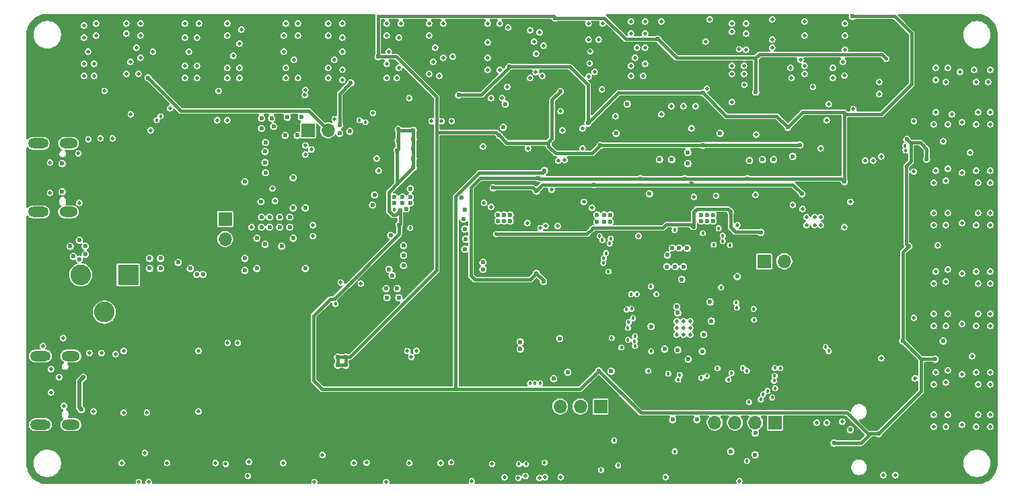
<source format=gbr>
%TF.GenerationSoftware,KiCad,Pcbnew,9.0.0*%
%TF.CreationDate,2025-11-05T20:35:52+03:00*%
%TF.ProjectId,harp.device.quad.dac,68617270-2e64-4657-9669-63652e717561,1.1*%
%TF.SameCoordinates,PX81941e8PY5f5e100*%
%TF.FileFunction,Copper,L3,Inr*%
%TF.FilePolarity,Positive*%
%FSLAX46Y46*%
G04 Gerber Fmt 4.6, Leading zero omitted, Abs format (unit mm)*
G04 Created by KiCad (PCBNEW 9.0.0) date 2025-11-05 20:35:52*
%MOMM*%
%LPD*%
G01*
G04 APERTURE LIST*
%TA.AperFunction,ComponentPad*%
%ADD10R,1.700000X1.700000*%
%TD*%
%TA.AperFunction,ComponentPad*%
%ADD11O,1.700000X1.700000*%
%TD*%
%TA.AperFunction,HeatsinkPad*%
%ADD12O,2.300000X1.300000*%
%TD*%
%TA.AperFunction,HeatsinkPad*%
%ADD13O,2.600000X1.300000*%
%TD*%
%TA.AperFunction,HeatsinkPad*%
%ADD14C,0.500000*%
%TD*%
%TA.AperFunction,ComponentPad*%
%ADD15R,2.600000X2.600000*%
%TD*%
%TA.AperFunction,ComponentPad*%
%ADD16C,2.600000*%
%TD*%
%TA.AperFunction,ViaPad*%
%ADD17C,0.500000*%
%TD*%
%TA.AperFunction,ViaPad*%
%ADD18C,0.600000*%
%TD*%
%TA.AperFunction,ViaPad*%
%ADD19C,0.457200*%
%TD*%
%TA.AperFunction,Conductor*%
%ADD20C,0.406400*%
%TD*%
%TA.AperFunction,Conductor*%
%ADD21C,0.508000*%
%TD*%
G04 APERTURE END LIST*
D10*
%TO.N,+5V_C*%
%TO.C,Jump3*%
X35809000Y44958000D03*
D11*
%TO.N,+5V*%
X38349000Y44958000D03*
%TD*%
D12*
%TO.N,GND*%
%TO.C,J10*%
X5675000Y43320000D03*
D13*
X1850000Y43320000D03*
D12*
X5675000Y34680000D03*
D13*
X1850000Y34680000D03*
%TD*%
D10*
%TO.N,Run_Reset*%
%TO.C,J1*%
X94605000Y8128000D03*
D11*
%TO.N,SWDIO*%
X92065000Y8128000D03*
%TO.N,SWCLK*%
X89525000Y8128000D03*
%TO.N,GND*%
X86985000Y8128000D03*
%TD*%
D10*
%TO.N,/Communication/UART0_TXD*%
%TO.C,J2*%
X72629000Y10160000D03*
D11*
%TO.N,/Communication/UART0_RXD*%
X70089000Y10160000D03*
%TO.N,GND*%
X67549000Y10160000D03*
%TD*%
D14*
%TO.N,GND*%
%TO.C,U1*%
X82208000Y20916000D03*
X82208000Y20066000D03*
X82208000Y19216000D03*
X83058000Y20916000D03*
X83058000Y20066000D03*
X83058000Y19216000D03*
X83908000Y20916000D03*
X83908000Y20066000D03*
X83908000Y19216000D03*
%TD*%
D10*
%TO.N,Net-(Jump1-Pin_1)*%
%TO.C,Jump1*%
X93213000Y28448000D03*
D11*
%TO.N,Net-(Jump1-Pin_2)*%
X95753000Y28448000D03*
%TD*%
D12*
%TO.N,GND_PC*%
%TO.C,J3*%
X5977000Y16512000D03*
D13*
X2152000Y16512000D03*
D12*
X5977000Y7872000D03*
D13*
X2152000Y7872000D03*
%TD*%
D15*
%TO.N,VDC*%
%TO.C,J9*%
X13200000Y26750000D03*
D16*
%TO.N,GND_DC*%
X7200000Y26750000D03*
%TO.N,unconnected-(J9-Pad3)*%
X10200000Y22050000D03*
%TD*%
D10*
%TO.N,VBUS_C*%
%TO.C,Jump2*%
X25400000Y33787000D03*
D11*
%TO.N,VBUS*%
X25400000Y31247000D03*
%TD*%
D17*
%TO.N,GND*%
X60553800Y1253600D03*
X8179000Y43824000D03*
D18*
X73965000Y14614000D03*
X55423000Y33791000D03*
D17*
X26975000Y18170000D03*
X76454000Y53086000D03*
D18*
X81661200Y30138200D03*
D17*
X81534000Y48006000D03*
D18*
X62535000Y18297000D03*
X7798000Y30362000D03*
D17*
X35484000Y41919000D03*
X7620000Y56642000D03*
X76454000Y58674000D03*
X118110000Y33274000D03*
X114808000Y27178000D03*
X63424000Y33283000D03*
X64262000Y56134000D03*
X116332000Y52832000D03*
D18*
X55550000Y29981000D03*
D17*
X58420000Y52578000D03*
X119888000Y51054000D03*
X51562000Y53594000D03*
X22022000Y9534000D03*
X121666000Y7620000D03*
X58420000Y54102000D03*
D18*
X30480000Y39624000D03*
D17*
X114808000Y39878000D03*
X118110000Y20574000D03*
D18*
X82347000Y21980000D03*
D17*
X89154000Y53086000D03*
D18*
X67488000Y18728800D03*
X91364000Y41157000D03*
X81051600Y29244400D03*
D17*
X20320000Y51562000D03*
X58437000Y56058000D03*
D18*
X30404000Y40903000D03*
X59741000Y33537000D03*
D17*
X58979000Y2930000D03*
X119380000Y16510000D03*
X18466000Y47761000D03*
X14224000Y55372000D03*
X60884000Y50428000D03*
X90729000Y50682000D03*
X58852000Y35315000D03*
X14732000Y58420000D03*
X25654000Y51562000D03*
X51054000Y58420000D03*
X34036000Y53848000D03*
D18*
X19482000Y28330000D03*
X72187000Y34299000D03*
D17*
X52832000Y54102000D03*
X45974000Y54864000D03*
X118110000Y39624000D03*
X9144000Y58420000D03*
X90060000Y55169000D03*
X103048000Y8264000D03*
X63500000Y42672000D03*
D18*
X46406000Y26679000D03*
D17*
X116078000Y13208000D03*
X71348800Y54898400D03*
X31343800Y37626400D03*
D18*
X46025000Y27441000D03*
X61265000Y34299000D03*
X27864000Y27314000D03*
D17*
X53899000Y46110000D03*
X121666000Y9144000D03*
X67818000Y44958000D03*
D18*
X21844000Y26797000D03*
D17*
X78232000Y57150000D03*
X118110000Y7874000D03*
X25705000Y18170000D03*
X22022000Y17154000D03*
D18*
X83540800Y30108000D03*
X5893000Y30362000D03*
D17*
X117856000Y52324000D03*
X35484000Y50047000D03*
D18*
X30404000Y42300000D03*
X60503000Y34299000D03*
D17*
X83058000Y48006000D03*
X25654000Y58420000D03*
X7620000Y53340000D03*
D18*
X17272000Y27559000D03*
D17*
X24562000Y49920000D03*
X71120000Y56388000D03*
D18*
X15875000Y28829000D03*
D17*
X14732000Y54102000D03*
X100330000Y33020000D03*
X98044000Y35052000D03*
X90678000Y52070000D03*
D18*
X61265000Y33537000D03*
D17*
X80823000Y1279000D03*
X94234000Y58928000D03*
X52629000Y46110000D03*
X20320000Y58420000D03*
X74516400Y46745000D03*
D18*
X85436198Y17117299D03*
D17*
X97790000Y53848000D03*
X120142000Y25654000D03*
X53830000Y3145000D03*
D18*
X55677000Y31251000D03*
X82855000Y26171000D03*
D17*
X90094000Y771000D03*
X121666000Y34544000D03*
D18*
X47853800Y29219000D03*
D17*
X116078000Y7620000D03*
D18*
X33528000Y32766000D03*
X48692000Y37601000D03*
D17*
X116078000Y25908000D03*
X52832000Y58420000D03*
D18*
X83617000Y42173000D03*
X21006000Y27568000D03*
D17*
X3353000Y40903000D03*
X18085000Y3057000D03*
D18*
X47828400Y27940000D03*
D17*
X101092000Y8128000D03*
D18*
X57836000Y27441000D03*
D17*
X106934000Y41148000D03*
X94234000Y56388000D03*
D18*
X43942000Y35560000D03*
D17*
X104064000Y35950000D03*
X34544000Y56896000D03*
X43993000Y47126000D03*
D18*
X89840000Y26552000D03*
D17*
X24384000Y46228000D03*
X33020000Y58420000D03*
X36246000Y42554000D03*
X32766000Y56896000D03*
X20320000Y53086000D03*
D18*
X45771000Y23885000D03*
D17*
X25654000Y52832000D03*
X8128000Y54864000D03*
X14478000Y52070000D03*
X80264000Y46990000D03*
X116332000Y27432000D03*
X39929000Y25790000D03*
D18*
X115748000Y18424000D03*
X32258000Y32766000D03*
D17*
X98552000Y34036000D03*
X47244000Y52832000D03*
X70358000Y45212000D03*
X121666000Y27178000D03*
X103302000Y32775000D03*
D18*
X57836000Y28330000D03*
D17*
X38354000Y56896000D03*
X71264000Y53391000D03*
X116078000Y33020000D03*
D18*
X27864000Y28838000D03*
X78791000Y36966000D03*
D17*
X63779600Y57565400D03*
X39167000Y46364000D03*
X38354000Y58420000D03*
X96664000Y51562000D03*
X115062000Y30480000D03*
X114554000Y20320000D03*
X121666000Y52578000D03*
X77216000Y55372000D03*
D18*
X46228000Y31750000D03*
X86030000Y34299000D03*
D17*
X9144000Y56896000D03*
X10211000Y49920000D03*
D18*
X59741000Y34299000D03*
D17*
X15773600Y644000D03*
X64948000Y57286000D03*
X120142000Y34544000D03*
X120142000Y9144000D03*
X58852000Y49031000D03*
D18*
X60503000Y33537000D03*
D17*
X100330000Y34036000D03*
X84582000Y48006000D03*
X12370000Y3057000D03*
X112065000Y46110000D03*
D18*
X47041000Y25028000D03*
D17*
X7036000Y35823000D03*
X120142000Y21844000D03*
X49454000Y17154000D03*
X114554000Y25654000D03*
X86004600Y50199400D03*
X64465400Y52282200D03*
X38354000Y52832000D03*
D18*
X86792000Y33537000D03*
D17*
X114808000Y52832000D03*
X90932000Y57150000D03*
X48311000Y17154000D03*
X119888000Y45720000D03*
D18*
X83617000Y40776000D03*
D17*
X114554000Y33020000D03*
D18*
X55169000Y36458000D03*
D17*
X8890000Y51816000D03*
X12954000Y52070000D03*
D18*
X80696000Y17408000D03*
D17*
X25451000Y2930000D03*
X108204000Y1524000D03*
X98298000Y56896000D03*
X84074000Y45212000D03*
X33020000Y52832000D03*
D18*
X86792000Y34299000D03*
D17*
X114808000Y14478000D03*
D18*
X82524800Y30138200D03*
D17*
X24181000Y3057000D03*
D18*
X92115960Y6826598D03*
D17*
X48565000Y3057000D03*
D18*
X86030000Y33537000D03*
D17*
X116840000Y46990000D03*
X70536000Y35950000D03*
X63170000Y1406000D03*
X71552000Y35188000D03*
X7620000Y58166000D03*
D18*
X29972000Y32766000D03*
X86422945Y23335866D03*
D17*
X66472000Y37474000D03*
X98552000Y33020000D03*
X76454000Y51816000D03*
X65278000Y51816000D03*
X38354000Y51562000D03*
D18*
X73076000Y34299000D03*
D17*
X90932000Y55118000D03*
X89154000Y52070000D03*
D18*
X55550000Y32521000D03*
D17*
X42469000Y25663000D03*
X96520000Y52832000D03*
D18*
X66726000Y13665598D03*
D17*
X118110000Y26924000D03*
X54026000Y54238000D03*
X100330000Y42672000D03*
X118110000Y14224000D03*
X116078000Y38608000D03*
X67234000Y32902000D03*
X120142000Y47244000D03*
X114554000Y21844000D03*
X13513000Y46999000D03*
X67601675Y47360773D03*
X114554000Y45720000D03*
D18*
X30480000Y43434000D03*
X45644000Y25028000D03*
D17*
X47498000Y58420000D03*
X103124000Y53594000D03*
X78232000Y53340000D03*
D18*
X68504000Y14487000D03*
D17*
X114554000Y38354000D03*
X44450000Y41402000D03*
X121666000Y33020000D03*
X116332000Y14732000D03*
X20828000Y54864000D03*
X119888000Y14478000D03*
X120142000Y12954000D03*
D18*
X15875000Y27559000D03*
X30988000Y34036000D03*
D17*
X104445000Y47634000D03*
X112065000Y21345000D03*
X107696000Y51054000D03*
X119888000Y20320000D03*
D18*
X62535000Y17408000D03*
D17*
X12954000Y57150000D03*
D18*
X73838000Y33410000D03*
D17*
X28372000Y3184000D03*
D18*
X85268000Y33537000D03*
D17*
X114808000Y47244000D03*
X34544000Y51562000D03*
X116332000Y21844000D03*
X101854000Y52832000D03*
X114554000Y7620000D03*
X90678000Y53086000D03*
X121666000Y45720000D03*
X107950000Y16256000D03*
X99568000Y34036000D03*
D18*
X81585000Y41284000D03*
D17*
X101854000Y51562000D03*
X3353000Y37093000D03*
D18*
X93015000Y41284000D03*
D17*
X121666000Y21844000D03*
X99365000Y50428000D03*
X21844000Y56642000D03*
X116332000Y40132000D03*
X120142000Y38354000D03*
D18*
X55550000Y34934000D03*
D17*
X121666000Y12954000D03*
X119888000Y7620000D03*
X12954000Y58420000D03*
X7620000Y51816000D03*
D18*
X29388000Y27568000D03*
D17*
X94234000Y55372000D03*
D18*
X32258000Y34036000D03*
D17*
X52324000Y51816000D03*
X15291000Y4327000D03*
X90932000Y58420000D03*
X96825000Y35569000D03*
D18*
X29972000Y45212000D03*
D17*
X89840000Y33029000D03*
X86360000Y58928000D03*
X67310000Y41148000D03*
X34544000Y58420000D03*
X89154000Y57404000D03*
X116078000Y20320000D03*
X65456000Y55635000D03*
X121666000Y14478000D03*
X48819000Y16392000D03*
X85852000Y56134000D03*
X45720000Y53340000D03*
D18*
X81712000Y8518000D03*
D17*
X48565000Y49031000D03*
X33020000Y51562000D03*
X84379000Y36585000D03*
X40132000Y54864000D03*
X116078000Y51054000D03*
X16002000Y44958000D03*
X13462000Y53594000D03*
D18*
X33528000Y34036000D03*
D17*
X121666000Y47244000D03*
X76454000Y57150000D03*
X37643000Y4073000D03*
D18*
X46660000Y36576000D03*
D17*
X114808000Y51308000D03*
X25654000Y46237000D03*
X57836000Y42926000D03*
X71137000Y51740000D03*
X78232000Y55372000D03*
X98298000Y53086000D03*
X103378000Y55118000D03*
D18*
X85268000Y34299000D03*
D17*
X32766000Y54864000D03*
X45720000Y51562000D03*
X65710000Y32902000D03*
X51054000Y52070000D03*
D18*
X85623600Y19236800D03*
D17*
X40132000Y56642000D03*
X46990000Y51562000D03*
X77978000Y51816000D03*
X60249000Y49031000D03*
X27432000Y57658000D03*
X57963000Y35823000D03*
X51359000Y46110000D03*
X119888000Y33020000D03*
D18*
X73838000Y34299000D03*
X31242000Y46482000D03*
X73076000Y33410000D03*
D17*
X45720000Y58420000D03*
X116332000Y45720000D03*
X40132000Y51308000D03*
X76962000Y54102000D03*
X72898000Y58420000D03*
X115748000Y43570000D03*
X35433200Y49412000D03*
D18*
X94412000Y41284000D03*
D17*
X112065000Y39760000D03*
X9703000Y43951000D03*
X114554000Y9144000D03*
D18*
X89026576Y4509575D03*
D17*
X61011000Y57921000D03*
D18*
X30988000Y32766000D03*
D17*
X26416000Y54356000D03*
X22098000Y58420000D03*
X35484000Y43062000D03*
X77394000Y31632000D03*
X32690000Y3057000D03*
X40151573Y52596308D03*
D18*
X22606000Y26797000D03*
D17*
X71120000Y58420000D03*
X31674000Y36068000D03*
X64516000Y54610000D03*
X14732000Y56896000D03*
X47244000Y56642000D03*
X52502000Y3057000D03*
X119888000Y39878000D03*
D18*
X92075000Y4073000D03*
X96825000Y41665000D03*
D17*
X103378000Y58420000D03*
D18*
X48184000Y35061000D03*
D17*
X80264000Y58674000D03*
D18*
X46660000Y35814000D03*
D17*
X99568000Y33020000D03*
X21844000Y53086000D03*
D18*
X7036000Y31124000D03*
X17272000Y28829000D03*
D17*
X6909000Y42046000D03*
D18*
X82347000Y17281000D03*
D17*
X103327400Y51850400D03*
X116332000Y9144000D03*
D18*
X31496000Y45466000D03*
D17*
X70358000Y42672000D03*
X65075000Y32648000D03*
X112192000Y13725000D03*
X43183226Y3089257D03*
X25654000Y56896000D03*
X65633800Y1279000D03*
D18*
X44196000Y36830000D03*
D17*
X39116000Y53848000D03*
D18*
X47853800Y30438200D03*
D17*
X98298000Y58674000D03*
X11227000Y43951000D03*
X92227600Y44433600D03*
X98298000Y52070000D03*
X63754000Y51562000D03*
X103378000Y56896000D03*
X89154000Y58420000D03*
D18*
X29972000Y34036000D03*
D17*
X40132000Y58420000D03*
X105918000Y41148000D03*
D18*
X84760000Y8518000D03*
X80061000Y41284000D03*
D17*
X28702000Y32766000D03*
X8890000Y53340000D03*
X45720000Y56896000D03*
X121666000Y39878000D03*
D18*
X48692000Y35814000D03*
X47676000Y35814000D03*
D17*
X27178000Y52832000D03*
X58420000Y58420000D03*
X114554000Y12954000D03*
X78232000Y58674000D03*
X121666000Y20320000D03*
X107696000Y49530000D03*
X20320000Y56642000D03*
X59944000Y52578000D03*
X72390000Y56388000D03*
D18*
X47676000Y36576000D03*
D17*
X119634000Y52578000D03*
X44704000Y39878000D03*
X68101400Y41233200D03*
X71882000Y52324000D03*
D18*
X72187000Y33410000D03*
D17*
X36449000Y33020000D03*
X121666000Y25654000D03*
X21844000Y51562000D03*
X59944000Y58420000D03*
X109728000Y1524000D03*
X116332000Y34544000D03*
D18*
X47244000Y23885000D03*
X82220000Y22742000D03*
D17*
X119888000Y27178000D03*
X51054000Y56896000D03*
X99822000Y8128000D03*
X27178000Y55880000D03*
D18*
X48692000Y36576000D03*
D17*
X114554000Y34544000D03*
X87173000Y36712000D03*
X16307000Y54873000D03*
X107950000Y41656000D03*
X27178000Y51562000D03*
X119126000Y42164000D03*
X36449000Y31623000D03*
D18*
X29972000Y46482000D03*
D17*
X72800322Y50119256D03*
X41580000Y3057000D03*
X121666000Y38354000D03*
X118110000Y45974000D03*
X51816000Y55372000D03*
X121412000Y51054000D03*
X92126000Y36839000D03*
D18*
%TO.N,+3.3V*%
X37712414Y38999624D03*
X86792000Y22615000D03*
X17831000Y51698000D03*
X76251000Y36874200D03*
X87884000Y24384000D03*
X97460000Y5978000D03*
X82472053Y16138000D03*
X84051359Y24230929D03*
X37770000Y42935000D03*
X86377679Y29482647D03*
X22022000Y13344000D03*
X92430800Y26501200D03*
X80797600Y16011902D03*
X108890000Y3692000D03*
X48672402Y1406000D03*
X81035566Y23755200D03*
X38405000Y42427000D03*
X102413000Y40395000D03*
X86030000Y24120098D03*
X38938400Y1355200D03*
X92634000Y1406000D03*
D17*
X94234000Y57658000D03*
D18*
X26848000Y14868000D03*
X109779000Y40903000D03*
X40691000Y38998000D03*
D17*
X79248000Y48514000D03*
D18*
X88519200Y15985600D03*
X39167000Y38998000D03*
D17*
X86360000Y57912000D03*
D18*
X101456000Y3438000D03*
X25578000Y14868000D03*
X15799000Y47253000D03*
X22281453Y18415000D03*
X68299436Y5808600D03*
D17*
X107950000Y48006000D03*
D18*
X50127600Y57794000D03*
X43358000Y51190000D03*
X77444800Y4714400D03*
X68885000Y16392000D03*
X35992000Y38998000D03*
X22022000Y14614000D03*
X79934000Y22742000D03*
X104064000Y40395000D03*
X49200000Y46872000D03*
X78791000Y34426000D03*
X22156227Y16018227D03*
X85674400Y16403600D03*
X67361000Y39633000D03*
X86792000Y19313000D03*
X111684000Y16138000D03*
X41326000Y46745000D03*
X76320103Y31612114D03*
X58832402Y1406000D03*
X76378000Y12582000D03*
X86919000Y5851000D03*
X86944199Y17690731D03*
X79146600Y22225000D03*
X60974082Y58622431D03*
X37897000Y41919000D03*
X68377000Y57540000D03*
X79044800Y17881600D03*
X81366777Y2584777D03*
%TO.N,+1V1*%
X81000800Y27786600D03*
X78994000Y20263634D03*
X82016800Y27786600D03*
X86588800Y20922000D03*
X83083600Y27786600D03*
X83658000Y16138000D03*
D19*
%TO.N,Run_Reset*%
X91307210Y10718800D03*
%TO.N,/Core_RP2350/General_Purpose_SW1*%
X93656710Y12122710D03*
%TO.N,/Core_RP2350/General_Purpose_SW2*%
X94234000Y11303000D03*
%TO.N,/Core_RP2350/General_Purpose_SW3*%
X94615000Y12446000D03*
%TO.N,Net-(U1-VREG_AVDD)*%
X87789286Y25167538D03*
D18*
%TO.N,DAC_Supply*%
X64567000Y37294098D03*
X59106000Y37728000D03*
X84129837Y38215400D03*
X97968000Y36966000D03*
X71813800Y38080600D03*
%TO.N,VRail-*%
X61138000Y52968000D03*
X83236000Y38871000D03*
X64567000Y26933000D03*
X85522000Y49666000D03*
X96190000Y45348000D03*
X104318000Y59318000D03*
X103302000Y38490000D03*
X77648000Y38871000D03*
X54788000Y49412000D03*
X91110000Y38871000D03*
X71044000Y45856000D03*
X65456000Y25917000D03*
X64831637Y38933743D03*
D19*
%TO.N,+2V5*%
X59487000Y31886000D03*
X84379000Y32775000D03*
D18*
X89008174Y34687400D03*
D19*
X71552000Y32521000D03*
D18*
X92796277Y32104723D03*
%TO.N,VRail+*%
X40564000Y16392000D03*
X92176800Y49767600D03*
D17*
X108585000Y53975000D03*
D18*
X39548000Y16392000D03*
X67589600Y49869200D03*
X72568000Y43062000D03*
X85522000Y43062000D03*
X39548000Y15376000D03*
X59868000Y44332000D03*
X97688725Y43116430D03*
X79832400Y56473200D03*
X40564000Y15376000D03*
X66929200Y59114800D03*
X44628000Y54238000D03*
D17*
%TO.N,AnalogOut1*%
X101346000Y48260000D03*
%TO.N,AnalogOut2*%
X89154000Y48514000D03*
D18*
%TO.N,AnalogOut3*%
X75997000Y48269000D03*
%TO.N,AnalogOut4*%
X60630000Y48269000D03*
D19*
%TO.N,Monitor_Current1*%
X91948000Y21082000D03*
%TO.N,Monitor_Current2*%
X91904110Y22446690D03*
%TO.N,Monitor_Current3*%
X89789000Y22608801D03*
%TO.N,Monitor_Current4*%
X89707712Y23262132D03*
%TO.N,ShortCircuitCh1*%
X87348999Y14986000D03*
%TO.N,ShortCircuitCh2*%
X82400801Y13536732D03*
%TO.N,ShortCircuitCh3*%
X81153000Y14300200D03*
%TO.N,ShortCircuitCh4*%
X82579739Y14119481D03*
D18*
%TO.N,+5V*%
X111430000Y30362000D03*
X114732000Y16138000D03*
X49073000Y40268000D03*
X102023893Y5538582D03*
X47295000Y33029000D03*
X41072000Y44840000D03*
X47168000Y43697000D03*
X72414696Y14676627D03*
X47041000Y42427000D03*
X41199000Y50936000D03*
X39802000Y44586000D03*
X65583000Y39887000D03*
X107620000Y6740000D03*
X47168000Y45094000D03*
X111176000Y43824000D03*
X113670841Y41329159D03*
X15672000Y51571000D03*
X47422000Y34867598D03*
X49073000Y43824000D03*
X110668000Y18424000D03*
X49073000Y44967000D03*
X49073000Y41411000D03*
X49034000Y42672000D03*
X39802000Y45602000D03*
D17*
%TO.N,GND_PC*%
X8814000Y9534000D03*
X2464000Y17789000D03*
X3480000Y14868000D03*
X3480000Y11947000D03*
X11608000Y16773000D03*
X9830000Y16900000D03*
X8306000Y16900000D03*
X12624000Y17154000D03*
X12624000Y9407000D03*
X15545000Y9407000D03*
D18*
%TO.N,VBUS_PC*%
X7544000Y13852000D03*
X7290000Y9788000D03*
D19*
%TO.N,Monitor_BUS*%
X94468059Y13415169D03*
%TO.N,Monitor_12V*%
X94537534Y14020800D03*
X39279718Y23099718D03*
%TO.N,Monitor_5V*%
X94564199Y15025222D03*
%TO.N,Monitor_3V3*%
X95250000Y14986000D03*
D18*
%TO.N,+5V_C*%
X32944000Y44332000D03*
X34976000Y46618000D03*
X33960000Y38998000D03*
X33198000Y46618000D03*
X34468000Y44332000D03*
D19*
%TO.N,+15V*%
X48692000Y32648000D03*
D18*
%TO.N,Net-(C137-Pad2)*%
X27864000Y38490000D03*
%TO.N,Net-(U27-FB)*%
X29896000Y35976402D03*
%TO.N,Net-(U27-PVCC)*%
X29388000Y31378000D03*
X33960000Y31378000D03*
%TO.N,Net-(U27-SW2)*%
X35484000Y27568000D03*
X35484000Y35188000D03*
D17*
%TO.N,Net-(J3-CC2)*%
X5121094Y10238751D03*
%TO.N,Net-(J3-CC1)*%
X4496000Y13852000D03*
%TO.N,Net-(LED1-A)*%
X62281000Y1152000D03*
%TO.N,Net-(LED2-A)*%
X64948000Y1152000D03*
%TO.N,Net-(LED3-A)*%
X67615000Y1279000D03*
%TO.N,Net-(LED8-A)*%
X5004000Y18805000D03*
%TO.N,Net-(R1-Pad1)*%
X14529000Y644000D03*
D19*
%TO.N,/Core_RP2350/QSPI_CS0*%
X72695000Y2168000D03*
X81972710Y4502710D03*
D17*
%TO.N,Net-(R2-Pad1)*%
X28245000Y1406000D03*
%TO.N,Net-(R3-Pad1)*%
X36627000Y644000D03*
%TO.N,Net-(R4-Pad1)*%
X45644000Y644000D03*
%TO.N,Net-(R5-Pad1)*%
X56439000Y771000D03*
D19*
%TO.N,/Core_RP2350/Debug_LED1*%
X62357000Y2921000D03*
X74041000Y18796000D03*
X63754000Y13081000D03*
%TO.N,/Core_RP2350/Debug_LED2*%
X64389000Y13081000D03*
X63226998Y2921000D03*
X75260200Y17601200D03*
%TO.N,/Core_RP2350/Debug_LED3*%
X65024000Y13081000D03*
X65595500Y3111500D03*
X76962000Y17780000D03*
%TO.N,/Core_RP2350/QSPI_CS2*%
X74854000Y2743200D03*
X91059575Y3301999D03*
%TO.N,DAC1_CLR*%
X81966000Y32409400D03*
X75919106Y22390474D03*
%TO.N,DAC2_CLR*%
X76523634Y22468964D03*
X87486284Y32622284D03*
%TO.N,DAC3_CLR*%
X73767776Y30715563D03*
X76972150Y19007890D03*
%TO.N,DAC4_CLR*%
X73634600Y27178000D03*
X76935489Y18390009D03*
D17*
%TO.N,Shunt1+*%
X101092000Y46228000D03*
D18*
%TO.N,Shunt3+*%
X74600000Y44586000D03*
%TO.N,Shunt2+*%
X87681000Y44586000D03*
%TO.N,Shunt4+*%
X60376000Y45348000D03*
%TO.N,VBUS2*%
X6274000Y29092000D03*
X7798000Y29346000D03*
X7036000Y28711000D03*
%TO.N,VBUS*%
X30424302Y30606073D03*
X33960000Y35188000D03*
X32499001Y30362000D03*
D19*
%TO.N,Net-(U26-FB)*%
X46660000Y34938998D03*
%TO.N,MC_UART0_RXD*%
X76481726Y24323199D03*
%TO.N,MC_UART0_TXD*%
X77204506Y24323199D03*
%TO.N,ExtTrigCh2*%
X86016067Y14007067D03*
X110955242Y43026101D03*
%TO.N,ExtTrigCh1*%
X110998000Y42418000D03*
X85315200Y13766800D03*
%TO.N,ExtTrigCh4*%
X89110310Y14378490D03*
X100965000Y17653000D03*
%TO.N,ExtTrigCh3*%
X101346000Y17145000D03*
X88721010Y13548590D03*
%TO.N,HARP_Clk_Sync_In*%
X74345800Y5880000D03*
%TO.N,MC_DigitalOut2*%
X90549096Y15012460D03*
X43053000Y45974000D03*
%TO.N,MC_DigitalOut1*%
X91040888Y14652244D03*
X42291000Y46228000D03*
%TO.N,MC_DigitalOut3*%
X16764000Y46228000D03*
X92811910Y11074090D03*
%TO.N,MC_DigitalOut4*%
X17272000Y46736000D03*
X93091000Y11684000D03*
%TO.N,DAC2_CS*%
X85506492Y32004000D03*
X78637210Y14640790D03*
%TO.N,DAC3&4_SCLK*%
X76174958Y20814537D03*
X72871265Y31126903D03*
X73037882Y28852171D03*
%TO.N,DAC3&4_DIN*%
X76078790Y20071790D03*
X73914000Y31307368D03*
X73328465Y29487816D03*
%TO.N,DAC4_CS*%
X76073000Y18553580D03*
X72985779Y28244800D03*
%TO.N,DAC3_CS*%
X72517000Y31623000D03*
X76719818Y21285200D03*
%TO.N,DAC1_CS*%
X88011000Y31677000D03*
X78994000Y17145000D03*
%TO.N,DAC1&2_SCLK*%
X86868000Y30556200D03*
X79658106Y24325517D03*
%TO.N,DAC1&2_DIN*%
X78967069Y25298400D03*
X88900000Y30480000D03*
X87999245Y31013400D03*
D18*
%TO.N,Net-(J10-CC1)*%
X4877000Y40776000D03*
%TO.N,Net-(J10-CC2)*%
X4877000Y37220000D03*
%TO.N,Net-(U25-1A)*%
X104064000Y7248000D03*
%TD*%
D20*
%TO.N,DAC_Supply*%
X84129837Y38215400D02*
X84129837Y38209108D01*
X83975945Y38109000D02*
X72074400Y38109000D01*
X64133098Y37728000D02*
X59106000Y37728000D01*
X84229945Y38109000D02*
X96825000Y38109000D01*
X84129837Y38209108D02*
X84229945Y38109000D01*
X65300600Y38080600D02*
X64567000Y37347000D01*
X84129837Y38215400D02*
X84082345Y38215400D01*
X71813800Y38080600D02*
X65300600Y38080600D01*
X84082345Y38215400D02*
X83975945Y38109000D01*
X64567000Y37347000D02*
X64567000Y37294098D01*
X72074400Y38109000D02*
X72046000Y38080600D01*
X96825000Y38109000D02*
X97968000Y36966000D01*
X72046000Y38080600D02*
X71813800Y38080600D01*
X64567000Y37294098D02*
X64133098Y37728000D01*
%TO.N,VRail-*%
X56312000Y37737897D02*
X57507846Y38933743D01*
X104318000Y59318000D02*
X109652000Y59318000D01*
X108001000Y46999000D02*
X103302000Y46999000D01*
X57635862Y49412000D02*
X61138000Y52914138D01*
X71044000Y45856000D02*
X74854000Y49666000D01*
X68758000Y52968000D02*
X71044000Y50682000D01*
X77648000Y38871000D02*
X64894380Y38871000D01*
X64894380Y38871000D02*
X64831637Y38933743D01*
X56333600Y26657400D02*
X56333600Y31522973D01*
X96190000Y45348000D02*
X98095000Y47253000D01*
X88443000Y46745000D02*
X94793000Y46745000D01*
X65456000Y25917000D02*
X65456000Y26044000D01*
X103302000Y46999000D02*
X103302000Y45348000D01*
X103302000Y47253000D02*
X103302000Y45348000D01*
X85522000Y49666000D02*
X88443000Y46745000D01*
X103302000Y45348000D02*
X103302000Y43824000D01*
X91110000Y38871000D02*
X83236000Y38871000D01*
X63805000Y26171000D02*
X56820000Y26171000D01*
X102921000Y38871000D02*
X91110000Y38871000D01*
X111760200Y57209800D02*
X111760200Y50758200D01*
X98095000Y47253000D02*
X103302000Y47253000D01*
X65456000Y26044000D02*
X64567000Y26933000D01*
X54788000Y49412000D02*
X57635862Y49412000D01*
X71044000Y50682000D02*
X71044000Y45856000D01*
X56333600Y31522973D02*
X56312000Y31544573D01*
X103302000Y43824000D02*
X103302000Y38490000D01*
X57507846Y38933743D02*
X64831637Y38933743D01*
X56820000Y26171000D02*
X56333600Y26657400D01*
X61138000Y52968000D02*
X68758000Y52968000D01*
X111760200Y50758200D02*
X108001000Y46999000D01*
X94793000Y46745000D02*
X96190000Y45348000D01*
X64567000Y26933000D02*
X63805000Y26171000D01*
X109652000Y59318000D02*
X111760200Y57209800D01*
X74854000Y49666000D02*
X85522000Y49666000D01*
X56312000Y31544573D02*
X56312000Y37737897D01*
X61138000Y52914138D02*
X61138000Y52968000D01*
X83236000Y38871000D02*
X77648000Y38871000D01*
X103302000Y38490000D02*
X102921000Y38871000D01*
%TO.N,+2V5*%
X71552000Y32521000D02*
X70917000Y31886000D01*
X80890200Y33096200D02*
X80442000Y32648000D01*
X80442000Y32648000D02*
X71679000Y32648000D01*
X92761000Y32140000D02*
X89586000Y32140000D01*
X70917000Y31886000D02*
X59487000Y31886000D01*
X89586000Y32140000D02*
X89008174Y32717826D01*
X89008174Y34687400D02*
X88634574Y35061000D01*
X84379000Y32775000D02*
X84252000Y32775000D01*
X84252000Y32775000D02*
X83930800Y33096200D01*
X71679000Y32648000D02*
X71552000Y32521000D01*
X84379000Y34680000D02*
X84379000Y32775000D01*
X89008174Y32717826D02*
X89008174Y34687400D01*
X83930800Y33096200D02*
X80890200Y33096200D01*
X92796277Y32104723D02*
X92761000Y32140000D01*
X88634574Y35061000D02*
X84760000Y35061000D01*
X84760000Y35061000D02*
X84379000Y34680000D01*
%TO.N,VRail+*%
X51994000Y44713000D02*
X51994000Y49158000D01*
X66726000Y59318000D02*
X66929200Y59114800D01*
X41072000Y16392000D02*
X40564000Y16392000D01*
X51994000Y27314000D02*
X41072000Y16392000D01*
X40564000Y15376000D02*
X40564000Y16392000D01*
X71571400Y42065400D02*
X66960600Y42065400D01*
X92608600Y54492000D02*
X108068000Y54492000D01*
X92176800Y54060200D02*
X92176800Y49767600D01*
X92176800Y54060200D02*
X92608600Y54492000D01*
X108068000Y54492000D02*
X108585000Y53975000D01*
X59487000Y44713000D02*
X51994000Y44713000D01*
X51994000Y44713000D02*
X51994000Y27314000D01*
X92151400Y54085600D02*
X92176800Y54060200D01*
X39548000Y15376000D02*
X40564000Y15376000D01*
X46914000Y54238000D02*
X44628000Y54238000D01*
X40564000Y16392000D02*
X39548000Y16392000D01*
X66522800Y43928662D02*
X65960938Y43366800D01*
X44628000Y54238000D02*
X44628000Y59318000D01*
X79832400Y56473200D02*
X75763600Y56473200D01*
X66960600Y42065400D02*
X66091000Y42935000D01*
X66091000Y43236738D02*
X65960938Y43366800D01*
X66091000Y42935000D02*
X66091000Y43236738D01*
X97688725Y43116430D02*
X85576430Y43116430D01*
X65960938Y43366800D02*
X60833200Y43366800D01*
X82220000Y54085600D02*
X92151400Y54085600D01*
X60833200Y43366800D02*
X59868000Y44332000D01*
X59868000Y44332000D02*
X59487000Y44713000D01*
X67589600Y49869200D02*
X66522800Y48802400D01*
X73122000Y59114800D02*
X66929200Y59114800D01*
X72568000Y43062000D02*
X71571400Y42065400D01*
X51994000Y49158000D02*
X46914000Y54238000D01*
X75763600Y56473200D02*
X73122000Y59114800D01*
X85522000Y43062000D02*
X72568000Y43062000D01*
X79832400Y56473200D02*
X82220000Y54085600D01*
X44628000Y59318000D02*
X66726000Y59318000D01*
X85576430Y43116430D02*
X85522000Y43062000D01*
X66522800Y48802400D02*
X66522800Y43928662D01*
X39548000Y16392000D02*
X39548000Y15376000D01*
%TO.N,+5V*%
X106604000Y6740000D02*
X107620000Y6740000D01*
X77722123Y9369200D02*
X103616331Y9369200D01*
X103616331Y9369200D02*
X106245531Y6740000D01*
X111176000Y43824000D02*
X111583200Y43416800D01*
X47041000Y42427000D02*
X47041000Y38540800D01*
X46472400Y34299000D02*
X46003400Y34768000D01*
X38619602Y23699200D02*
X36500000Y21579598D01*
X113670841Y41329159D02*
X113670841Y42599159D01*
X47422000Y34867598D02*
X46853402Y34299000D01*
X112853200Y43416800D02*
X111583200Y43416800D01*
X36500000Y13471000D02*
X37643000Y12328000D01*
X72414696Y14676627D02*
X77722123Y9369200D01*
X112954000Y12074000D02*
X112954000Y16138000D01*
X111684000Y43316000D02*
X111684000Y41030000D01*
X47168000Y42554000D02*
X47041000Y42427000D01*
X47295000Y31886000D02*
X39108200Y23699200D01*
X105402582Y5538582D02*
X106604000Y6740000D01*
X15672000Y51571000D02*
X19863000Y47380000D01*
X111125200Y30666800D02*
X111430000Y30362000D01*
X36500000Y21579598D02*
X36500000Y13471000D01*
X106245531Y6740000D02*
X106604000Y6740000D01*
X102023893Y5538582D02*
X105402582Y5538582D01*
X47041000Y38540800D02*
X47193400Y38388400D01*
X54407000Y36624573D02*
X54407000Y12328000D01*
X47168000Y45094000D02*
X47168000Y42554000D01*
X39802000Y49539000D02*
X39802000Y45602000D01*
X19863000Y47380000D02*
X35927000Y47380000D01*
X46003400Y34768000D02*
X46003400Y37198400D01*
X39108200Y23699200D02*
X38619602Y23699200D01*
X107620000Y6740000D02*
X112954000Y12074000D01*
X70066069Y12328000D02*
X72414696Y14676627D01*
X46003400Y37198400D02*
X47193400Y38388400D01*
X65410057Y39590343D02*
X57372770Y39590343D01*
X54407000Y12328000D02*
X70066069Y12328000D01*
X35927000Y47380000D02*
X38349000Y44958000D01*
X65583000Y39887000D02*
X65583000Y39763286D01*
X111430000Y30362000D02*
X110668000Y29600000D01*
X47422000Y33156000D02*
X47295000Y33029000D01*
X110668000Y18424000D02*
X112954000Y16138000D01*
X41199000Y50936000D02*
X39802000Y49539000D01*
X47295000Y44967000D02*
X47168000Y45094000D01*
X49073000Y40268000D02*
X49073000Y44967000D01*
X46853402Y34299000D02*
X46472400Y34299000D01*
X111125200Y40471200D02*
X111125200Y30666800D01*
X37643000Y12328000D02*
X54407000Y12328000D01*
X47295000Y33029000D02*
X47295000Y31886000D01*
X47422000Y34867598D02*
X47422000Y33156000D01*
X112954000Y16138000D02*
X114732000Y16138000D01*
X111583200Y43416800D02*
X111684000Y43316000D01*
X47193400Y38388400D02*
X49073000Y40268000D01*
X65583000Y39763286D02*
X65410057Y39590343D01*
X111684000Y41030000D02*
X111125200Y40471200D01*
X110668000Y29600000D02*
X110668000Y18424000D01*
X113670841Y42599159D02*
X112853200Y43416800D01*
X57372770Y39590343D02*
X54407000Y36624573D01*
X49073000Y44967000D02*
X47295000Y44967000D01*
D21*
%TO.N,VBUS_PC*%
X7036000Y10042000D02*
X7290000Y9788000D01*
X7036000Y13344000D02*
X7036000Y10042000D01*
X7544000Y13852000D02*
X7036000Y13344000D01*
%TD*%
%TA.AperFunction,Conductor*%
%TO.N,+3.3V*%
G36*
X44245295Y59598815D02*
G01*
X44291050Y59546011D01*
X44300994Y59476853D01*
X44298031Y59462408D01*
X44271900Y59364883D01*
X44271900Y54560243D01*
X44255287Y54498242D01*
X44205964Y54412815D01*
X44189253Y54350445D01*
X44175100Y54297625D01*
X44175100Y54178375D01*
X44177237Y54170401D01*
X44205964Y54063186D01*
X44226256Y54028041D01*
X44265590Y53959913D01*
X44349913Y53875590D01*
X44453187Y53815964D01*
X44568375Y53785100D01*
X44568377Y53785100D01*
X44687623Y53785100D01*
X44687625Y53785100D01*
X44802813Y53815964D01*
X44888242Y53865288D01*
X44950242Y53881900D01*
X45393378Y53881900D01*
X45460417Y53862215D01*
X45506172Y53809411D01*
X45516116Y53740253D01*
X45487091Y53676697D01*
X45478193Y53668315D01*
X45478360Y53668148D01*
X45397600Y53587389D01*
X45397598Y53587387D01*
X45344557Y53495515D01*
X45344557Y53495514D01*
X45317100Y53393043D01*
X45317100Y53286957D01*
X45335428Y53218558D01*
X45344557Y53184487D01*
X45344557Y53184486D01*
X45368616Y53142813D01*
X45397599Y53092613D01*
X45472613Y53017599D01*
X45564486Y52964557D01*
X45666957Y52937100D01*
X45666959Y52937100D01*
X45773041Y52937100D01*
X45773043Y52937100D01*
X45875514Y52964557D01*
X45967387Y53017599D01*
X46042401Y53092613D01*
X46095443Y53184486D01*
X46122900Y53286957D01*
X46122900Y53393043D01*
X46095443Y53495514D01*
X46042401Y53587387D01*
X45967387Y53662401D01*
X45961640Y53668148D01*
X45963488Y53669997D01*
X45929933Y53715952D01*
X45925778Y53785698D01*
X45959990Y53846618D01*
X46021707Y53879371D01*
X46046622Y53881900D01*
X46715136Y53881900D01*
X46782175Y53862215D01*
X46802817Y53845581D01*
X47214601Y53433797D01*
X47248086Y53372474D01*
X47243102Y53302782D01*
X47201230Y53246849D01*
X47159015Y53226342D01*
X47088486Y53207443D01*
X47088484Y53207443D01*
X47088484Y53207442D01*
X46996613Y53154402D01*
X46921598Y53079387D01*
X46868557Y52987515D01*
X46868557Y52987514D01*
X46841100Y52885043D01*
X46841100Y52778957D01*
X46865051Y52689573D01*
X46868557Y52676487D01*
X46868557Y52676486D01*
X46914351Y52597166D01*
X46921599Y52584613D01*
X46996613Y52509599D01*
X47088486Y52456557D01*
X47190957Y52429100D01*
X47190959Y52429100D01*
X47297041Y52429100D01*
X47297043Y52429100D01*
X47399514Y52456557D01*
X47491387Y52509599D01*
X47566401Y52584613D01*
X47619443Y52676486D01*
X47638341Y52747017D01*
X47674704Y52806674D01*
X47737551Y52837204D01*
X47806927Y52828910D01*
X47845796Y52802602D01*
X51601581Y49046817D01*
X51635066Y48985494D01*
X51637900Y48959136D01*
X51637900Y46613982D01*
X51618215Y46546943D01*
X51565411Y46501188D01*
X51496253Y46491244D01*
X51481807Y46494207D01*
X51452623Y46502027D01*
X51412043Y46512900D01*
X51305957Y46512900D01*
X51203486Y46485443D01*
X51203485Y46485443D01*
X51111613Y46432402D01*
X51036598Y46357387D01*
X50983557Y46265515D01*
X50983557Y46265514D01*
X50956100Y46163043D01*
X50956100Y46056957D01*
X50981839Y45960900D01*
X50983557Y45954487D01*
X50983557Y45954486D01*
X51036597Y45862615D01*
X51036599Y45862613D01*
X51111613Y45787599D01*
X51203486Y45734557D01*
X51305957Y45707100D01*
X51305959Y45707100D01*
X51412040Y45707100D01*
X51412043Y45707100D01*
X51481809Y45725794D01*
X51551656Y45724131D01*
X51609518Y45684969D01*
X51637023Y45620741D01*
X51637900Y45606019D01*
X51637900Y27512864D01*
X51618215Y27445825D01*
X51601581Y27425183D01*
X47908581Y23732183D01*
X47847258Y23698698D01*
X47777566Y23703682D01*
X47721633Y23745554D01*
X47697216Y23811018D01*
X47696900Y23819864D01*
X47696900Y23944623D01*
X47696900Y23944625D01*
X47666036Y24059813D01*
X47606410Y24163087D01*
X47522087Y24247410D01*
X47470450Y24277223D01*
X47418814Y24307036D01*
X47361219Y24322468D01*
X47303625Y24337900D01*
X47184375Y24337900D01*
X47069185Y24307036D01*
X46965913Y24247410D01*
X46965910Y24247408D01*
X46881592Y24163090D01*
X46881590Y24163087D01*
X46821964Y24059815D01*
X46791100Y23944625D01*
X46791100Y23825376D01*
X46821964Y23710186D01*
X46828842Y23698274D01*
X46881590Y23606913D01*
X46965913Y23522590D01*
X47069187Y23462964D01*
X47184375Y23432100D01*
X47184377Y23432100D01*
X47309136Y23432100D01*
X47376175Y23412415D01*
X47421930Y23359611D01*
X47431874Y23290453D01*
X47402849Y23226897D01*
X47396817Y23220419D01*
X40965614Y16789217D01*
X40904291Y16755732D01*
X40834599Y16760716D01*
X40815933Y16769511D01*
X40738816Y16814035D01*
X40738813Y16814036D01*
X40623625Y16844900D01*
X40504375Y16844900D01*
X40389185Y16814036D01*
X40342978Y16787357D01*
X40303757Y16764713D01*
X40241758Y16748100D01*
X39870242Y16748100D01*
X39808242Y16764713D01*
X39734941Y16807034D01*
X39722814Y16814036D01*
X39635455Y16837443D01*
X39607625Y16844900D01*
X39488375Y16844900D01*
X39373185Y16814036D01*
X39269913Y16754410D01*
X39269910Y16754408D01*
X39185592Y16670090D01*
X39185590Y16670087D01*
X39125964Y16566815D01*
X39095100Y16451625D01*
X39095100Y16332376D01*
X39125964Y16217186D01*
X39137258Y16197625D01*
X39175287Y16131758D01*
X39191900Y16069758D01*
X39191900Y15698243D01*
X39175287Y15636242D01*
X39125964Y15550815D01*
X39121481Y15534083D01*
X39095100Y15435625D01*
X39095100Y15316375D01*
X39107285Y15270900D01*
X39125964Y15201186D01*
X39149908Y15159715D01*
X39185590Y15097913D01*
X39269913Y15013590D01*
X39358856Y14962238D01*
X39367029Y14957519D01*
X39373187Y14953964D01*
X39488375Y14923100D01*
X39488377Y14923100D01*
X39607623Y14923100D01*
X39607625Y14923100D01*
X39722813Y14953964D01*
X39808242Y15003288D01*
X39870242Y15019900D01*
X40241758Y15019900D01*
X40303757Y15003288D01*
X40352752Y14975000D01*
X40383029Y14957519D01*
X40389187Y14953964D01*
X40504375Y14923100D01*
X40504377Y14923100D01*
X40623623Y14923100D01*
X40623625Y14923100D01*
X40738813Y14953964D01*
X40842087Y15013590D01*
X40926410Y15097913D01*
X40986036Y15201187D01*
X41016900Y15316375D01*
X41016900Y15435625D01*
X40986036Y15550813D01*
X40936713Y15636242D01*
X40932562Y15651732D01*
X40925123Y15663308D01*
X40920100Y15698243D01*
X40920100Y15911900D01*
X40939785Y15978939D01*
X40992589Y16024694D01*
X41044100Y16035900D01*
X41118878Y16035900D01*
X41118881Y16035900D01*
X41164165Y16048034D01*
X41209447Y16060166D01*
X41209447Y16060167D01*
X41209450Y16060167D01*
X41290651Y16107049D01*
X42390645Y17207043D01*
X47908100Y17207043D01*
X47908100Y17100957D01*
X47934372Y17002911D01*
X47935557Y16998487D01*
X47935557Y16998486D01*
X47986208Y16910753D01*
X47988599Y16906613D01*
X48063613Y16831599D01*
X48155486Y16778557D01*
X48257957Y16751100D01*
X48257959Y16751100D01*
X48346323Y16751100D01*
X48413362Y16731415D01*
X48459117Y16678611D01*
X48469061Y16609453D01*
X48453711Y16565103D01*
X48450138Y16558915D01*
X48443557Y16547515D01*
X48443557Y16547514D01*
X48416100Y16445043D01*
X48416100Y16338957D01*
X48436557Y16262613D01*
X48443557Y16236487D01*
X48443557Y16236486D01*
X48462914Y16202957D01*
X48496599Y16144613D01*
X48571613Y16069599D01*
X48663486Y16016557D01*
X48765957Y15989100D01*
X48765959Y15989100D01*
X48872041Y15989100D01*
X48872043Y15989100D01*
X48974514Y16016557D01*
X49066387Y16069599D01*
X49141401Y16144613D01*
X49194443Y16236486D01*
X49221900Y16338957D01*
X49221900Y16445043D01*
X49194443Y16547514D01*
X49167276Y16594569D01*
X49150805Y16662467D01*
X49173658Y16728494D01*
X49228580Y16771684D01*
X49298133Y16778325D01*
X49306739Y16776346D01*
X49400957Y16751100D01*
X49400960Y16751100D01*
X49507041Y16751100D01*
X49507043Y16751100D01*
X49609514Y16778557D01*
X49701387Y16831599D01*
X49776401Y16906613D01*
X49829443Y16998486D01*
X49856900Y17100957D01*
X49856900Y17207043D01*
X49829443Y17309514D01*
X49776401Y17401387D01*
X49701387Y17476401D01*
X49701386Y17476402D01*
X49609514Y17529443D01*
X49507043Y17556900D01*
X49400957Y17556900D01*
X49298486Y17529443D01*
X49298485Y17529443D01*
X49206613Y17476402D01*
X49131598Y17401387D01*
X49078557Y17309515D01*
X49078557Y17309514D01*
X49051100Y17207043D01*
X49051100Y17100957D01*
X49077372Y17002911D01*
X49078557Y16998487D01*
X49078557Y16998486D01*
X49105722Y16951434D01*
X49109148Y16937309D01*
X49117086Y16925129D01*
X49117220Y16904032D01*
X49122193Y16883533D01*
X49117439Y16869798D01*
X49117532Y16855261D01*
X49106240Y16837443D01*
X49099341Y16817507D01*
X49087914Y16808522D01*
X49080134Y16796243D01*
X49061001Y16787357D01*
X49044419Y16774317D01*
X49028792Y16772399D01*
X49016765Y16766812D01*
X48993830Y16768105D01*
X48981471Y16766587D01*
X48973756Y16767646D01*
X48872043Y16794900D01*
X48775206Y16794900D01*
X48766814Y16796052D01*
X48742355Y16807034D01*
X48716638Y16814585D01*
X48710971Y16821124D01*
X48703074Y16824670D01*
X48688432Y16847136D01*
X48670883Y16867389D01*
X48669651Y16875954D01*
X48664925Y16883206D01*
X48664753Y16910016D01*
X48660939Y16936547D01*
X48664518Y16946890D01*
X48664479Y16953074D01*
X48669282Y16960655D01*
X48676289Y16980899D01*
X48686443Y16998486D01*
X48713900Y17100957D01*
X48713900Y17207043D01*
X48686443Y17309514D01*
X48633401Y17401387D01*
X48558387Y17476401D01*
X48558386Y17476402D01*
X48466514Y17529443D01*
X48364043Y17556900D01*
X48257957Y17556900D01*
X48155486Y17529443D01*
X48155485Y17529443D01*
X48063613Y17476402D01*
X47988598Y17401387D01*
X47935557Y17309515D01*
X47935557Y17309514D01*
X47908100Y17207043D01*
X42390645Y17207043D01*
X52278951Y27095349D01*
X52325834Y27176551D01*
X52350101Y27267119D01*
X52350101Y27360882D01*
X52350101Y27368477D01*
X52350100Y27368495D01*
X52350100Y42979043D01*
X57433100Y42979043D01*
X57433100Y42872957D01*
X57455487Y42789410D01*
X57460557Y42770487D01*
X57460557Y42770486D01*
X57509012Y42686557D01*
X57513599Y42678613D01*
X57588613Y42603599D01*
X57680486Y42550557D01*
X57782957Y42523100D01*
X57782959Y42523100D01*
X57889041Y42523100D01*
X57889043Y42523100D01*
X57991514Y42550557D01*
X58083387Y42603599D01*
X58158401Y42678613D01*
X58211443Y42770486D01*
X58238900Y42872957D01*
X58238900Y42979043D01*
X58211443Y43081514D01*
X58158401Y43173387D01*
X58083387Y43248401D01*
X58083386Y43248402D01*
X57991514Y43301443D01*
X57889043Y43328900D01*
X57782957Y43328900D01*
X57680486Y43301443D01*
X57680485Y43301443D01*
X57588613Y43248402D01*
X57513598Y43173387D01*
X57460557Y43081515D01*
X57460557Y43081514D01*
X57433100Y42979043D01*
X52350100Y42979043D01*
X52350100Y44232900D01*
X52369785Y44299939D01*
X52422589Y44345694D01*
X52474100Y44356900D01*
X59288135Y44356900D01*
X59317575Y44348256D01*
X59347562Y44341732D01*
X59352577Y44337978D01*
X59355174Y44337215D01*
X59375816Y44320581D01*
X59388339Y44308058D01*
X59420433Y44252471D01*
X59445964Y44157187D01*
X59505590Y44053913D01*
X59589913Y43969590D01*
X59693187Y43909964D01*
X59788471Y43884433D01*
X59844058Y43852340D01*
X60548249Y43148149D01*
X60614549Y43081849D01*
X60676324Y43046183D01*
X60695752Y43034966D01*
X60786315Y43010701D01*
X60786319Y43010700D01*
X60880081Y43010700D01*
X63015545Y43010700D01*
X63082584Y42991015D01*
X63128339Y42938211D01*
X63138283Y42869053D01*
X63126652Y42835445D01*
X63127668Y42835024D01*
X63124557Y42827514D01*
X63097100Y42725043D01*
X63097100Y42618957D01*
X63124393Y42517100D01*
X63124557Y42516487D01*
X63124557Y42516486D01*
X63163010Y42449881D01*
X63177599Y42424613D01*
X63252613Y42349599D01*
X63344486Y42296557D01*
X63446957Y42269100D01*
X63446959Y42269100D01*
X63553041Y42269100D01*
X63553043Y42269100D01*
X63655514Y42296557D01*
X63747387Y42349599D01*
X63822401Y42424613D01*
X63875443Y42516486D01*
X63902900Y42618957D01*
X63902900Y42725043D01*
X63875443Y42827514D01*
X63875439Y42827521D01*
X63872332Y42835024D01*
X63874358Y42835864D01*
X63860596Y42892607D01*
X63883451Y42958633D01*
X63938375Y43001820D01*
X63984455Y43010700D01*
X65610900Y43010700D01*
X65677939Y42991015D01*
X65723694Y42938211D01*
X65732865Y42896052D01*
X65733839Y42896180D01*
X65734900Y42888116D01*
X65759165Y42797553D01*
X65762456Y42791853D01*
X65806049Y42716349D01*
X66741949Y41780449D01*
X66823150Y41733567D01*
X66823152Y41733566D01*
X66913715Y41709301D01*
X66913719Y41709300D01*
X66913722Y41709300D01*
X67013624Y41709300D01*
X67080663Y41689615D01*
X67126418Y41636811D01*
X67136362Y41567653D01*
X67107337Y41504097D01*
X67075623Y41477912D01*
X67062613Y41470402D01*
X66987598Y41395387D01*
X66934557Y41303515D01*
X66934557Y41303514D01*
X66907100Y41201043D01*
X66907100Y41094957D01*
X66930960Y41005913D01*
X66934557Y40992487D01*
X66934557Y40992486D01*
X66983840Y40907123D01*
X66987599Y40900613D01*
X67062613Y40825599D01*
X67154486Y40772557D01*
X67256957Y40745100D01*
X67256959Y40745100D01*
X67363041Y40745100D01*
X67363043Y40745100D01*
X67465514Y40772557D01*
X67557387Y40825599D01*
X67632401Y40900613D01*
X67636444Y40907617D01*
X67687008Y40955831D01*
X67755614Y40969057D01*
X67820480Y40943092D01*
X67831513Y40933299D01*
X67854013Y40910799D01*
X67945886Y40857757D01*
X68048357Y40830300D01*
X68048359Y40830300D01*
X68154441Y40830300D01*
X68154443Y40830300D01*
X68256914Y40857757D01*
X68348787Y40910799D01*
X68423801Y40985813D01*
X68476843Y41077686D01*
X68504300Y41180157D01*
X68504300Y41286243D01*
X68488925Y41343625D01*
X79608100Y41343625D01*
X79608100Y41224375D01*
X79623532Y41166781D01*
X79638964Y41109186D01*
X79668220Y41058515D01*
X79698590Y41005913D01*
X79782913Y40921590D01*
X79886187Y40861964D01*
X80001375Y40831100D01*
X80001377Y40831100D01*
X80120623Y40831100D01*
X80120625Y40831100D01*
X80235813Y40861964D01*
X80339087Y40921590D01*
X80423410Y41005913D01*
X80483036Y41109187D01*
X80513900Y41224375D01*
X80513900Y41343625D01*
X81132100Y41343625D01*
X81132100Y41224375D01*
X81147532Y41166781D01*
X81162964Y41109186D01*
X81192220Y41058515D01*
X81222590Y41005913D01*
X81306913Y40921590D01*
X81410187Y40861964D01*
X81525375Y40831100D01*
X81525377Y40831100D01*
X81644623Y40831100D01*
X81644625Y40831100D01*
X81661513Y40835625D01*
X83164100Y40835625D01*
X83164100Y40716376D01*
X83194964Y40601186D01*
X83208935Y40576988D01*
X83254590Y40497913D01*
X83338913Y40413590D01*
X83442187Y40353964D01*
X83557375Y40323100D01*
X83557377Y40323100D01*
X83676623Y40323100D01*
X83676625Y40323100D01*
X83791813Y40353964D01*
X83895087Y40413590D01*
X83979410Y40497913D01*
X84039036Y40601187D01*
X84069900Y40716375D01*
X84069900Y40835625D01*
X84039036Y40950813D01*
X84036016Y40956043D01*
X84029835Y40966750D01*
X83979410Y41054087D01*
X83895087Y41138410D01*
X83833591Y41173915D01*
X83791814Y41198036D01*
X83722437Y41216625D01*
X90911100Y41216625D01*
X90911100Y41097375D01*
X90916590Y41076886D01*
X90941964Y40982186D01*
X90957181Y40955831D01*
X91001590Y40878913D01*
X91085913Y40794590D01*
X91189187Y40734964D01*
X91304375Y40704100D01*
X91304377Y40704100D01*
X91423623Y40704100D01*
X91423625Y40704100D01*
X91538813Y40734964D01*
X91642087Y40794590D01*
X91726410Y40878913D01*
X91786036Y40982187D01*
X91816900Y41097375D01*
X91816900Y41216625D01*
X91786036Y41331813D01*
X91779216Y41343625D01*
X92562100Y41343625D01*
X92562100Y41224375D01*
X92577532Y41166781D01*
X92592964Y41109186D01*
X92622220Y41058515D01*
X92652590Y41005913D01*
X92736913Y40921590D01*
X92840187Y40861964D01*
X92955375Y40831100D01*
X92955377Y40831100D01*
X93074623Y40831100D01*
X93074625Y40831100D01*
X93189813Y40861964D01*
X93293087Y40921590D01*
X93377410Y41005913D01*
X93437036Y41109187D01*
X93467900Y41224375D01*
X93467900Y41343625D01*
X93959100Y41343625D01*
X93959100Y41224375D01*
X93974532Y41166781D01*
X93989964Y41109186D01*
X94019220Y41058515D01*
X94049590Y41005913D01*
X94133913Y40921590D01*
X94237187Y40861964D01*
X94352375Y40831100D01*
X94352377Y40831100D01*
X94471623Y40831100D01*
X94471625Y40831100D01*
X94586813Y40861964D01*
X94690087Y40921590D01*
X94774410Y41005913D01*
X94834036Y41109187D01*
X94864900Y41224375D01*
X94864900Y41343625D01*
X94834036Y41458813D01*
X94774410Y41562087D01*
X94690087Y41646410D01*
X94623998Y41684567D01*
X94586814Y41706036D01*
X94517437Y41724625D01*
X96372100Y41724625D01*
X96372100Y41605375D01*
X96384924Y41557515D01*
X96402964Y41490186D01*
X96423256Y41455041D01*
X96462590Y41386913D01*
X96546913Y41302590D01*
X96650187Y41242964D01*
X96765375Y41212100D01*
X96765377Y41212100D01*
X96884623Y41212100D01*
X96884625Y41212100D01*
X96999813Y41242964D01*
X97103087Y41302590D01*
X97187410Y41386913D01*
X97247036Y41490187D01*
X97277900Y41605375D01*
X97277900Y41724625D01*
X97247036Y41839813D01*
X97187410Y41943087D01*
X97103087Y42027410D01*
X97040722Y42063417D01*
X96999814Y42087036D01*
X96910533Y42110958D01*
X96884625Y42117900D01*
X96765375Y42117900D01*
X96650185Y42087036D01*
X96546913Y42027410D01*
X96546910Y42027408D01*
X96462592Y41943090D01*
X96462590Y41943087D01*
X96402964Y41839815D01*
X96381873Y41761100D01*
X96372100Y41724625D01*
X94517437Y41724625D01*
X94485273Y41733243D01*
X94471625Y41736900D01*
X94352375Y41736900D01*
X94237185Y41706036D01*
X94133913Y41646410D01*
X94133910Y41646408D01*
X94049592Y41562090D01*
X94049590Y41562087D01*
X93989964Y41458815D01*
X93971181Y41388714D01*
X93959100Y41343625D01*
X93467900Y41343625D01*
X93437036Y41458813D01*
X93377410Y41562087D01*
X93293087Y41646410D01*
X93226998Y41684567D01*
X93189814Y41706036D01*
X93088273Y41733243D01*
X93074625Y41736900D01*
X92955375Y41736900D01*
X92840185Y41706036D01*
X92736913Y41646410D01*
X92736910Y41646408D01*
X92652592Y41562090D01*
X92652590Y41562087D01*
X92592964Y41458815D01*
X92574181Y41388714D01*
X92562100Y41343625D01*
X91779216Y41343625D01*
X91726410Y41435087D01*
X91642087Y41519410D01*
X91576088Y41557515D01*
X91538814Y41579036D01*
X91454478Y41601633D01*
X91423625Y41609900D01*
X91304375Y41609900D01*
X91189185Y41579036D01*
X91085913Y41519410D01*
X91085910Y41519408D01*
X91001592Y41435090D01*
X91001590Y41435087D01*
X90941964Y41331815D01*
X90916341Y41236186D01*
X90911100Y41216625D01*
X83722437Y41216625D01*
X83715812Y41218400D01*
X83676625Y41228900D01*
X83557375Y41228900D01*
X83442185Y41198036D01*
X83338913Y41138410D01*
X83338910Y41138408D01*
X83254592Y41054090D01*
X83254590Y41054087D01*
X83194964Y40950815D01*
X83164100Y40835625D01*
X81661513Y40835625D01*
X81759813Y40861964D01*
X81863087Y40921590D01*
X81947410Y41005913D01*
X82007036Y41109187D01*
X82037900Y41224375D01*
X82037900Y41343625D01*
X82007036Y41458813D01*
X81947410Y41562087D01*
X81863087Y41646410D01*
X81796998Y41684567D01*
X81759814Y41706036D01*
X81658273Y41733243D01*
X81644625Y41736900D01*
X81525375Y41736900D01*
X81410185Y41706036D01*
X81306913Y41646410D01*
X81306910Y41646408D01*
X81222592Y41562090D01*
X81222590Y41562087D01*
X81162964Y41458815D01*
X81144181Y41388714D01*
X81132100Y41343625D01*
X80513900Y41343625D01*
X80483036Y41458813D01*
X80423410Y41562087D01*
X80339087Y41646410D01*
X80272998Y41684567D01*
X80235814Y41706036D01*
X80134273Y41733243D01*
X80120625Y41736900D01*
X80001375Y41736900D01*
X79886185Y41706036D01*
X79782913Y41646410D01*
X79782910Y41646408D01*
X79698592Y41562090D01*
X79698590Y41562087D01*
X79638964Y41458815D01*
X79620181Y41388714D01*
X79608100Y41343625D01*
X68488925Y41343625D01*
X68476843Y41388714D01*
X68423801Y41480587D01*
X68406769Y41497619D01*
X68373284Y41558942D01*
X68378268Y41628634D01*
X68420140Y41684567D01*
X68485604Y41708984D01*
X68494450Y41709300D01*
X71618278Y41709300D01*
X71618281Y41709300D01*
X71674641Y41724401D01*
X71708847Y41733566D01*
X71708847Y41733567D01*
X71708850Y41733567D01*
X71790051Y41780449D01*
X72591943Y42582343D01*
X72598871Y42586972D01*
X72601815Y42591211D01*
X72616004Y42598420D01*
X72632169Y42609220D01*
X72639672Y42612329D01*
X72742813Y42639964D01*
X72835278Y42693350D01*
X72842790Y42696461D01*
X72863207Y42698657D01*
X72890242Y42705900D01*
X83210041Y42705900D01*
X83277080Y42686215D01*
X83322835Y42633411D01*
X83332779Y42564253D01*
X83303754Y42500697D01*
X83297722Y42494219D01*
X83254592Y42451090D01*
X83254590Y42451087D01*
X83194964Y42347815D01*
X83169341Y42252186D01*
X83164100Y42232625D01*
X83164100Y42113375D01*
X83173837Y42077036D01*
X83194964Y41998186D01*
X83220951Y41953176D01*
X83254590Y41894913D01*
X83338913Y41810590D01*
X83442187Y41750964D01*
X83557375Y41720100D01*
X83557377Y41720100D01*
X83676623Y41720100D01*
X83676625Y41720100D01*
X83791813Y41750964D01*
X83895087Y41810590D01*
X83979410Y41894913D01*
X84039036Y41998187D01*
X84069900Y42113375D01*
X84069900Y42232625D01*
X84039036Y42347813D01*
X83979410Y42451087D01*
X83936278Y42494219D01*
X83902793Y42555542D01*
X83907777Y42625234D01*
X83949649Y42681167D01*
X84015113Y42705584D01*
X84023959Y42705900D01*
X85199758Y42705900D01*
X85261757Y42689288D01*
X85347187Y42639964D01*
X85462375Y42609100D01*
X85462377Y42609100D01*
X85581623Y42609100D01*
X85581625Y42609100D01*
X85696813Y42639964D01*
X85800087Y42699590D01*
X85824508Y42724011D01*
X85885831Y42757496D01*
X85912189Y42760330D01*
X97366483Y42760330D01*
X97428482Y42743718D01*
X97475889Y42716347D01*
X97504910Y42699591D01*
X97513912Y42694394D01*
X97629100Y42663530D01*
X97629102Y42663530D01*
X97748348Y42663530D01*
X97748350Y42663530D01*
X97863538Y42694394D01*
X97916623Y42725043D01*
X99927100Y42725043D01*
X99927100Y42618957D01*
X99954393Y42517100D01*
X99954557Y42516487D01*
X99954557Y42516486D01*
X99993010Y42449881D01*
X100007599Y42424613D01*
X100082613Y42349599D01*
X100174486Y42296557D01*
X100276957Y42269100D01*
X100276959Y42269100D01*
X100383041Y42269100D01*
X100383043Y42269100D01*
X100485514Y42296557D01*
X100577387Y42349599D01*
X100652401Y42424613D01*
X100705443Y42516486D01*
X100732900Y42618957D01*
X100732900Y42725043D01*
X100705443Y42827514D01*
X100652401Y42919387D01*
X100577387Y42994401D01*
X100577386Y42994402D01*
X100485514Y43047443D01*
X100383043Y43074900D01*
X100276957Y43074900D01*
X100174486Y43047443D01*
X100174485Y43047443D01*
X100082613Y42994402D01*
X100007598Y42919387D01*
X99954557Y42827515D01*
X99954557Y42827514D01*
X99927100Y42725043D01*
X97916623Y42725043D01*
X97966812Y42754020D01*
X98051135Y42838343D01*
X98110761Y42941617D01*
X98141625Y43056805D01*
X98141625Y43176055D01*
X98110761Y43291243D01*
X98051135Y43394517D01*
X97966812Y43478840D01*
X97904355Y43514900D01*
X97863539Y43538466D01*
X97804821Y43554199D01*
X97748350Y43569330D01*
X97629100Y43569330D01*
X97513910Y43538466D01*
X97454965Y43504433D01*
X97428482Y43489143D01*
X97366483Y43472530D01*
X85749256Y43472530D01*
X85701805Y43481968D01*
X85696813Y43484036D01*
X85661033Y43493623D01*
X85581625Y43514900D01*
X85462375Y43514900D01*
X85347185Y43484036D01*
X85288240Y43450003D01*
X85261757Y43434713D01*
X85199758Y43418100D01*
X72890242Y43418100D01*
X72828242Y43434713D01*
X72762742Y43472530D01*
X72742814Y43484036D01*
X72676672Y43501758D01*
X72627625Y43514900D01*
X72508375Y43514900D01*
X72393185Y43484036D01*
X72289913Y43424410D01*
X72289910Y43424408D01*
X72205592Y43340090D01*
X72205590Y43340087D01*
X72148335Y43240919D01*
X72145964Y43236813D01*
X72135604Y43198149D01*
X72120433Y43141529D01*
X72088339Y43085942D01*
X71460217Y42457819D01*
X71398894Y42424334D01*
X71372536Y42421500D01*
X70869591Y42421500D01*
X70802552Y42441185D01*
X70756797Y42493989D01*
X70746853Y42563147D01*
X70749813Y42577581D01*
X70760900Y42618957D01*
X70760900Y42725043D01*
X70733443Y42827514D01*
X70680401Y42919387D01*
X70605387Y42994401D01*
X70605386Y42994402D01*
X70513514Y43047443D01*
X70411043Y43074900D01*
X70304957Y43074900D01*
X70202486Y43047443D01*
X70202485Y43047443D01*
X70110613Y42994402D01*
X70035598Y42919387D01*
X69982557Y42827515D01*
X69982557Y42827514D01*
X69955100Y42725043D01*
X69955100Y42618957D01*
X69966183Y42577592D01*
X69964521Y42507744D01*
X69925359Y42449881D01*
X69861131Y42422377D01*
X69846409Y42421500D01*
X67159464Y42421500D01*
X67092425Y42441185D01*
X67071783Y42457819D01*
X66483419Y43046183D01*
X66468841Y43072881D01*
X66452280Y43098399D01*
X66451320Y43104967D01*
X66449934Y43107506D01*
X66447101Y43133312D01*
X66447100Y43133537D01*
X66447100Y43283619D01*
X66446420Y43286157D01*
X66446373Y43296720D01*
X66453974Y43323043D01*
X66458194Y43350112D01*
X66464301Y43358799D01*
X66465759Y43363846D01*
X66471186Y43368592D01*
X66482685Y43384947D01*
X66807751Y43710011D01*
X66809106Y43712360D01*
X66811633Y43716734D01*
X66811633Y43716735D01*
X66816829Y43725734D01*
X66854633Y43791212D01*
X66855779Y43795487D01*
X66872002Y43856036D01*
X66878900Y43881781D01*
X66878900Y45011043D01*
X67415100Y45011043D01*
X67415100Y44904957D01*
X67438960Y44815913D01*
X67442557Y44802487D01*
X67442557Y44802486D01*
X67495597Y44710615D01*
X67495599Y44710613D01*
X67570613Y44635599D01*
X67662486Y44582557D01*
X67764957Y44555100D01*
X67764959Y44555100D01*
X67871041Y44555100D01*
X67871043Y44555100D01*
X67973514Y44582557D01*
X68065387Y44635599D01*
X68075413Y44645625D01*
X74147100Y44645625D01*
X74147100Y44526376D01*
X74177964Y44411186D01*
X74194410Y44382702D01*
X74237590Y44307913D01*
X74321913Y44223590D01*
X74425187Y44163964D01*
X74540375Y44133100D01*
X74540377Y44133100D01*
X74659623Y44133100D01*
X74659625Y44133100D01*
X74774813Y44163964D01*
X74878087Y44223590D01*
X74962410Y44307913D01*
X75022036Y44411187D01*
X75052900Y44526375D01*
X75052900Y44645625D01*
X87228100Y44645625D01*
X87228100Y44526376D01*
X87258964Y44411186D01*
X87275410Y44382702D01*
X87318590Y44307913D01*
X87402913Y44223590D01*
X87506187Y44163964D01*
X87621375Y44133100D01*
X87621377Y44133100D01*
X87740623Y44133100D01*
X87740625Y44133100D01*
X87855813Y44163964D01*
X87959087Y44223590D01*
X88043410Y44307913D01*
X88103036Y44411187D01*
X88123254Y44486643D01*
X91824700Y44486643D01*
X91824700Y44380557D01*
X91844166Y44307911D01*
X91852157Y44278087D01*
X91852157Y44278086D01*
X91897560Y44199443D01*
X91905199Y44186213D01*
X91980213Y44111199D01*
X92072086Y44058157D01*
X92174557Y44030700D01*
X92174559Y44030700D01*
X92280641Y44030700D01*
X92280643Y44030700D01*
X92383114Y44058157D01*
X92474987Y44111199D01*
X92550001Y44186213D01*
X92603043Y44278086D01*
X92630500Y44380557D01*
X92630500Y44486643D01*
X92603043Y44589114D01*
X92550001Y44680987D01*
X92474987Y44756001D01*
X92474986Y44756002D01*
X92383114Y44809043D01*
X92357475Y44815913D01*
X92280643Y44836500D01*
X92174557Y44836500D01*
X92072086Y44809043D01*
X92072085Y44809043D01*
X91980213Y44756002D01*
X91905198Y44680987D01*
X91852157Y44589115D01*
X91852157Y44589114D01*
X91824700Y44486643D01*
X88123254Y44486643D01*
X88133900Y44526375D01*
X88133900Y44645625D01*
X88103036Y44760813D01*
X88043410Y44864087D01*
X87959087Y44948410D01*
X87894690Y44985590D01*
X87855814Y45008036D01*
X87786437Y45026625D01*
X87740625Y45038900D01*
X87621375Y45038900D01*
X87506185Y45008036D01*
X87402913Y44948410D01*
X87402910Y44948408D01*
X87318592Y44864090D01*
X87318590Y44864087D01*
X87258964Y44760815D01*
X87228100Y44645625D01*
X75052900Y44645625D01*
X75022036Y44760813D01*
X74962410Y44864087D01*
X74878087Y44948410D01*
X74813690Y44985590D01*
X74774814Y45008036D01*
X74705437Y45026625D01*
X74659625Y45038900D01*
X74540375Y45038900D01*
X74425185Y45008036D01*
X74321913Y44948410D01*
X74321910Y44948408D01*
X74237592Y44864090D01*
X74237590Y44864087D01*
X74177964Y44760815D01*
X74147100Y44645625D01*
X68075413Y44645625D01*
X68140401Y44710613D01*
X68193443Y44802486D01*
X68220900Y44904957D01*
X68220900Y45011043D01*
X68193443Y45113514D01*
X68140401Y45205387D01*
X68065387Y45280401D01*
X68065386Y45280402D01*
X67973514Y45333443D01*
X67950114Y45339713D01*
X67871043Y45360900D01*
X67764957Y45360900D01*
X67662486Y45333443D01*
X67662485Y45333443D01*
X67570613Y45280402D01*
X67495598Y45205387D01*
X67442557Y45113515D01*
X67442557Y45113514D01*
X67415100Y45011043D01*
X66878900Y45011043D01*
X66878900Y47413816D01*
X67198775Y47413816D01*
X67198775Y47307730D01*
X67217624Y47237387D01*
X67226232Y47205260D01*
X67226232Y47205259D01*
X67276898Y47117500D01*
X67279274Y47113386D01*
X67354288Y47038372D01*
X67446161Y46985330D01*
X67548632Y46957873D01*
X67548634Y46957873D01*
X67654716Y46957873D01*
X67654718Y46957873D01*
X67757189Y46985330D01*
X67849062Y47038372D01*
X67924076Y47113386D01*
X67977118Y47205259D01*
X68004575Y47307730D01*
X68004575Y47413816D01*
X67977118Y47516287D01*
X67924076Y47608160D01*
X67849062Y47683174D01*
X67849061Y47683175D01*
X67757189Y47736216D01*
X67684156Y47755785D01*
X67654718Y47763673D01*
X67548632Y47763673D01*
X67446161Y47736216D01*
X67446160Y47736216D01*
X67354288Y47683175D01*
X67279273Y47608160D01*
X67226232Y47516288D01*
X67226232Y47516287D01*
X67198775Y47413816D01*
X66878900Y47413816D01*
X66878900Y48603536D01*
X66898585Y48670575D01*
X66915219Y48691217D01*
X67263289Y49039287D01*
X67613543Y49389542D01*
X67669126Y49421633D01*
X67764413Y49447164D01*
X67867687Y49506790D01*
X67952010Y49591113D01*
X68011636Y49694387D01*
X68042500Y49809575D01*
X68042500Y49928825D01*
X68011636Y50044013D01*
X68006702Y50052558D01*
X67998818Y50066214D01*
X67952010Y50147287D01*
X67867687Y50231610D01*
X67792931Y50274771D01*
X67764414Y50291236D01*
X67706819Y50306668D01*
X67649225Y50322100D01*
X67529975Y50322100D01*
X67414785Y50291236D01*
X67311513Y50231610D01*
X67311510Y50231608D01*
X67227192Y50147290D01*
X67227190Y50147287D01*
X67172174Y50051997D01*
X67167564Y50044013D01*
X67161693Y50022101D01*
X67142033Y49948729D01*
X67109939Y49893142D01*
X66304149Y49087351D01*
X66237851Y49021054D01*
X66237849Y49021051D01*
X66190965Y48939848D01*
X66166700Y48849285D01*
X66166700Y44127526D01*
X66147015Y44060487D01*
X66130381Y44039845D01*
X65849755Y43759219D01*
X65788432Y43725734D01*
X65762074Y43722900D01*
X61032064Y43722900D01*
X60965025Y43742585D01*
X60944383Y43759219D01*
X60347660Y44355942D01*
X60315567Y44411529D01*
X60290036Y44506813D01*
X60230410Y44610087D01*
X60146087Y44694410D01*
X60042813Y44754036D01*
X59977964Y44771412D01*
X59977958Y44771415D01*
X59947530Y44779567D01*
X59891941Y44811661D01*
X59705653Y44997949D01*
X59705651Y44997951D01*
X59634726Y45038900D01*
X59624447Y45044835D01*
X59533884Y45069100D01*
X59533881Y45069100D01*
X52474100Y45069100D01*
X52407061Y45088785D01*
X52361306Y45141589D01*
X52350100Y45193100D01*
X52350100Y45407625D01*
X59923100Y45407625D01*
X59923100Y45288375D01*
X59933239Y45250535D01*
X59953964Y45173186D01*
X59972077Y45141815D01*
X60013590Y45069913D01*
X60097913Y44985590D01*
X60201187Y44925964D01*
X60316375Y44895100D01*
X60316377Y44895100D01*
X60435623Y44895100D01*
X60435625Y44895100D01*
X60550813Y44925964D01*
X60654087Y44985590D01*
X60738410Y45069913D01*
X60798036Y45173187D01*
X60828900Y45288375D01*
X60828900Y45407625D01*
X60798036Y45522813D01*
X60796412Y45525625D01*
X60784129Y45546900D01*
X60738410Y45626087D01*
X60654087Y45710410D01*
X60602450Y45740223D01*
X60550814Y45770036D01*
X60485266Y45787599D01*
X60435625Y45800900D01*
X60316375Y45800900D01*
X60201185Y45770036D01*
X60097913Y45710410D01*
X60097910Y45710408D01*
X60013592Y45626090D01*
X60013590Y45626087D01*
X59953964Y45522815D01*
X59928341Y45427186D01*
X59923100Y45407625D01*
X52350100Y45407625D01*
X52350100Y45606019D01*
X52369785Y45673058D01*
X52422589Y45718813D01*
X52491747Y45728757D01*
X52506176Y45725798D01*
X52575957Y45707100D01*
X52575960Y45707100D01*
X52682041Y45707100D01*
X52682043Y45707100D01*
X52784514Y45734557D01*
X52876387Y45787599D01*
X52951401Y45862613D01*
X53004443Y45954486D01*
X53031900Y46056957D01*
X53031900Y46163043D01*
X53496100Y46163043D01*
X53496100Y46056957D01*
X53521839Y45960900D01*
X53523557Y45954487D01*
X53523557Y45954486D01*
X53576597Y45862615D01*
X53576599Y45862613D01*
X53651613Y45787599D01*
X53743486Y45734557D01*
X53845957Y45707100D01*
X53845959Y45707100D01*
X53952041Y45707100D01*
X53952043Y45707100D01*
X54054514Y45734557D01*
X54146387Y45787599D01*
X54221401Y45862613D01*
X54274443Y45954486D01*
X54301900Y46056957D01*
X54301900Y46163043D01*
X54274443Y46265514D01*
X54221401Y46357387D01*
X54146387Y46432401D01*
X54146386Y46432402D01*
X54054514Y46485443D01*
X54021806Y46494207D01*
X53952043Y46512900D01*
X53845957Y46512900D01*
X53743486Y46485443D01*
X53743485Y46485443D01*
X53651613Y46432402D01*
X53576598Y46357387D01*
X53523557Y46265515D01*
X53523557Y46265514D01*
X53496100Y46163043D01*
X53031900Y46163043D01*
X53004443Y46265514D01*
X52951401Y46357387D01*
X52876387Y46432401D01*
X52876386Y46432402D01*
X52784514Y46485443D01*
X52751806Y46494207D01*
X52682043Y46512900D01*
X52575957Y46512900D01*
X52506193Y46494207D01*
X52436343Y46495870D01*
X52378481Y46535033D01*
X52350977Y46599262D01*
X52350100Y46613982D01*
X52350100Y49204878D01*
X52350099Y49204885D01*
X52325834Y49295448D01*
X52314718Y49314701D01*
X52278951Y49376651D01*
X52212651Y49442951D01*
X49532559Y52123043D01*
X50651100Y52123043D01*
X50651100Y52016957D01*
X50677632Y51917941D01*
X50678557Y51914487D01*
X50678557Y51914486D01*
X50716312Y51849090D01*
X50731599Y51822613D01*
X50806613Y51747599D01*
X50898486Y51694557D01*
X51000957Y51667100D01*
X51000959Y51667100D01*
X51107041Y51667100D01*
X51107043Y51667100D01*
X51209514Y51694557D01*
X51301387Y51747599D01*
X51376401Y51822613D01*
X51403207Y51869043D01*
X51921100Y51869043D01*
X51921100Y51762957D01*
X51939428Y51694558D01*
X51948557Y51660487D01*
X51948557Y51660486D01*
X51970948Y51621702D01*
X52001599Y51568613D01*
X52076613Y51493599D01*
X52168486Y51440557D01*
X52270957Y51413100D01*
X52270959Y51413100D01*
X52377041Y51413100D01*
X52377043Y51413100D01*
X52479514Y51440557D01*
X52571387Y51493599D01*
X52646401Y51568613D01*
X52699443Y51660486D01*
X52726900Y51762957D01*
X52726900Y51869043D01*
X52699443Y51971514D01*
X52646401Y52063387D01*
X52571387Y52138401D01*
X52571386Y52138402D01*
X52479514Y52191443D01*
X52377043Y52218900D01*
X52270957Y52218900D01*
X52168486Y52191443D01*
X52168485Y52191443D01*
X52076613Y52138402D01*
X52001598Y52063387D01*
X51948557Y51971515D01*
X51948557Y51971514D01*
X51921100Y51869043D01*
X51403207Y51869043D01*
X51429443Y51914486D01*
X51456900Y52016957D01*
X51456900Y52123043D01*
X51429443Y52225514D01*
X51376401Y52317387D01*
X51301387Y52392401D01*
X51301386Y52392402D01*
X51209514Y52445443D01*
X51168032Y52456558D01*
X51107043Y52472900D01*
X51000957Y52472900D01*
X50898486Y52445443D01*
X50898485Y52445443D01*
X50806613Y52392402D01*
X50731598Y52317387D01*
X50678557Y52225515D01*
X50678557Y52225514D01*
X50651100Y52123043D01*
X49532559Y52123043D01*
X49024559Y52631043D01*
X58017100Y52631043D01*
X58017100Y52524957D01*
X58044557Y52422486D01*
X58097599Y52330613D01*
X58172613Y52255599D01*
X58264486Y52202557D01*
X58366957Y52175100D01*
X58366959Y52175100D01*
X58473041Y52175100D01*
X58473043Y52175100D01*
X58575514Y52202557D01*
X58667387Y52255599D01*
X58742401Y52330613D01*
X58795443Y52422486D01*
X58822900Y52524957D01*
X58822900Y52631043D01*
X58795443Y52733514D01*
X58742401Y52825387D01*
X58667387Y52900401D01*
X58667386Y52900402D01*
X58575514Y52953443D01*
X58534032Y52964558D01*
X58473043Y52980900D01*
X58366957Y52980900D01*
X58264486Y52953443D01*
X58264485Y52953443D01*
X58172613Y52900402D01*
X58097598Y52825387D01*
X58044557Y52733515D01*
X58044557Y52733514D01*
X58017100Y52631043D01*
X49024559Y52631043D01*
X48008559Y53647043D01*
X51159100Y53647043D01*
X51159100Y53540957D01*
X51186557Y53438486D01*
X51239599Y53346613D01*
X51314613Y53271599D01*
X51406486Y53218557D01*
X51508957Y53191100D01*
X51508959Y53191100D01*
X51615041Y53191100D01*
X51615043Y53191100D01*
X51717514Y53218557D01*
X51809387Y53271599D01*
X51884401Y53346613D01*
X51937443Y53438486D01*
X51938932Y53444043D01*
X70861100Y53444043D01*
X70861100Y53337957D01*
X70885717Y53246087D01*
X70888557Y53235487D01*
X70888557Y53235486D01*
X70941597Y53143615D01*
X70941599Y53143613D01*
X71016613Y53068599D01*
X71108486Y53015557D01*
X71210957Y52988100D01*
X71210959Y52988100D01*
X71317041Y52988100D01*
X71317043Y52988100D01*
X71419514Y53015557D01*
X71511387Y53068599D01*
X71581831Y53139043D01*
X76051100Y53139043D01*
X76051100Y53032957D01*
X76078557Y52930486D01*
X76131599Y52838613D01*
X76206613Y52763599D01*
X76298486Y52710557D01*
X76400957Y52683100D01*
X76400959Y52683100D01*
X76507041Y52683100D01*
X76507043Y52683100D01*
X76609514Y52710557D01*
X76701387Y52763599D01*
X76776401Y52838613D01*
X76829443Y52930486D01*
X76856900Y53032957D01*
X76856900Y53139043D01*
X76829443Y53241514D01*
X76781763Y53324100D01*
X76776403Y53333384D01*
X76776399Y53333389D01*
X76716745Y53393043D01*
X77829100Y53393043D01*
X77829100Y53286957D01*
X77847428Y53218558D01*
X77856557Y53184487D01*
X77856557Y53184486D01*
X77880616Y53142813D01*
X77909599Y53092613D01*
X77984613Y53017599D01*
X78076486Y52964557D01*
X78178957Y52937100D01*
X78178959Y52937100D01*
X78285041Y52937100D01*
X78285043Y52937100D01*
X78387514Y52964557D01*
X78479387Y53017599D01*
X78554401Y53092613D01*
X78581207Y53139043D01*
X88751100Y53139043D01*
X88751100Y53032957D01*
X88778557Y52930486D01*
X88831599Y52838613D01*
X88906613Y52763599D01*
X88998486Y52710557D01*
X89046192Y52697775D01*
X89105851Y52661410D01*
X89136380Y52598563D01*
X89128085Y52529187D01*
X89083600Y52475309D01*
X89046193Y52458227D01*
X89014998Y52449868D01*
X88998485Y52445443D01*
X88906613Y52392402D01*
X88831598Y52317387D01*
X88778557Y52225515D01*
X88778557Y52225514D01*
X88751100Y52123043D01*
X88751100Y52016957D01*
X88777632Y51917941D01*
X88778557Y51914487D01*
X88778557Y51914486D01*
X88816312Y51849090D01*
X88831599Y51822613D01*
X88906613Y51747599D01*
X88998486Y51694557D01*
X89100957Y51667100D01*
X89100959Y51667100D01*
X89207041Y51667100D01*
X89207043Y51667100D01*
X89309514Y51694557D01*
X89401387Y51747599D01*
X89476401Y51822613D01*
X89529443Y51914486D01*
X89556900Y52016957D01*
X89556900Y52123043D01*
X89529443Y52225514D01*
X89476401Y52317387D01*
X89401387Y52392401D01*
X89401386Y52392402D01*
X89309514Y52445443D01*
X89261807Y52458226D01*
X89202148Y52494590D01*
X89171619Y52557437D01*
X89179914Y52626812D01*
X89224399Y52680690D01*
X89261806Y52697774D01*
X89309514Y52710557D01*
X89401387Y52763599D01*
X89476401Y52838613D01*
X89529443Y52930486D01*
X89556900Y53032957D01*
X89556900Y53139043D01*
X90275100Y53139043D01*
X90275100Y53032957D01*
X90302557Y52930486D01*
X90355599Y52838613D01*
X90430613Y52763599D01*
X90522486Y52710557D01*
X90570192Y52697775D01*
X90629851Y52661410D01*
X90660380Y52598563D01*
X90652085Y52529187D01*
X90607600Y52475309D01*
X90570193Y52458227D01*
X90538998Y52449868D01*
X90522485Y52445443D01*
X90430613Y52392402D01*
X90355598Y52317387D01*
X90302557Y52225515D01*
X90302557Y52225514D01*
X90275100Y52123043D01*
X90275100Y52016957D01*
X90301632Y51917941D01*
X90302557Y51914487D01*
X90302557Y51914486D01*
X90340312Y51849090D01*
X90355599Y51822613D01*
X90430613Y51747599D01*
X90522486Y51694557D01*
X90624957Y51667100D01*
X90624959Y51667100D01*
X90731041Y51667100D01*
X90731043Y51667100D01*
X90833514Y51694557D01*
X90925387Y51747599D01*
X91000401Y51822613D01*
X91053443Y51914486D01*
X91080900Y52016957D01*
X91080900Y52123043D01*
X91053443Y52225514D01*
X91000401Y52317387D01*
X90925387Y52392401D01*
X90925386Y52392402D01*
X90833514Y52445443D01*
X90785807Y52458226D01*
X90726148Y52494590D01*
X90695619Y52557437D01*
X90703914Y52626812D01*
X90748399Y52680690D01*
X90785806Y52697774D01*
X90833514Y52710557D01*
X90925387Y52763599D01*
X91000401Y52838613D01*
X91053443Y52930486D01*
X91080900Y53032957D01*
X91080900Y53139043D01*
X91053443Y53241514D01*
X91000401Y53333387D01*
X90925387Y53408401D01*
X90925386Y53408402D01*
X90833514Y53461443D01*
X90742888Y53485727D01*
X90683230Y53522090D01*
X90678328Y53532180D01*
X90674729Y53524297D01*
X90615951Y53486523D01*
X90613157Y53485739D01*
X90550193Y53468868D01*
X90522485Y53461443D01*
X90430613Y53408402D01*
X90355598Y53333387D01*
X90302557Y53241515D01*
X90302557Y53241514D01*
X90275100Y53139043D01*
X89556900Y53139043D01*
X89529443Y53241514D01*
X89476401Y53333387D01*
X89401387Y53408401D01*
X89401386Y53408402D01*
X89309514Y53461443D01*
X89207043Y53488900D01*
X89100957Y53488900D01*
X89021893Y53467716D01*
X88998485Y53461443D01*
X88906613Y53408402D01*
X88831598Y53333387D01*
X88778557Y53241515D01*
X88778557Y53241514D01*
X88751100Y53139043D01*
X78581207Y53139043D01*
X78607443Y53184486D01*
X78634900Y53286957D01*
X78634900Y53393043D01*
X78607443Y53495514D01*
X78554401Y53587387D01*
X78479387Y53662401D01*
X78479386Y53662402D01*
X78387514Y53715443D01*
X78346032Y53726558D01*
X78285043Y53742900D01*
X78178957Y53742900D01*
X78076486Y53715443D01*
X78076485Y53715443D01*
X77984613Y53662402D01*
X77909598Y53587387D01*
X77856557Y53495515D01*
X77856557Y53495514D01*
X77829100Y53393043D01*
X76716745Y53393043D01*
X76701386Y53408402D01*
X76609514Y53461443D01*
X76568032Y53472558D01*
X76507043Y53488900D01*
X76400957Y53488900D01*
X76298486Y53461443D01*
X76298485Y53461443D01*
X76206613Y53408402D01*
X76131598Y53333387D01*
X76078557Y53241515D01*
X76078557Y53241514D01*
X76051100Y53139043D01*
X71581831Y53139043D01*
X71586401Y53143613D01*
X71639443Y53235486D01*
X71666900Y53337957D01*
X71666900Y53444043D01*
X71639443Y53546514D01*
X71586401Y53638387D01*
X71511387Y53713401D01*
X71511386Y53713402D01*
X71419514Y53766443D01*
X71370415Y53779599D01*
X71317043Y53793900D01*
X71210957Y53793900D01*
X71108486Y53766443D01*
X71108485Y53766443D01*
X71016613Y53713402D01*
X70941598Y53638387D01*
X70888557Y53546515D01*
X70888557Y53546514D01*
X70861100Y53444043D01*
X51938932Y53444043D01*
X51964900Y53540957D01*
X51964900Y53647043D01*
X51937443Y53749514D01*
X51884401Y53841387D01*
X51809387Y53916401D01*
X51809386Y53916402D01*
X51717514Y53969443D01*
X51638506Y53990613D01*
X51615043Y53996900D01*
X51508957Y53996900D01*
X51406486Y53969443D01*
X51406485Y53969443D01*
X51314613Y53916402D01*
X51239598Y53841387D01*
X51186557Y53749515D01*
X51186557Y53749514D01*
X51159100Y53647043D01*
X48008559Y53647043D01*
X47500559Y54155043D01*
X52429100Y54155043D01*
X52429100Y54048957D01*
X52452960Y53959913D01*
X52456557Y53946487D01*
X52456557Y53946486D01*
X52508304Y53856855D01*
X52509599Y53854613D01*
X52584613Y53779599D01*
X52676486Y53726557D01*
X52778957Y53699100D01*
X52778959Y53699100D01*
X52885041Y53699100D01*
X52885043Y53699100D01*
X52987514Y53726557D01*
X53079387Y53779599D01*
X53154401Y53854613D01*
X53207443Y53946486D01*
X53234900Y54048957D01*
X53234900Y54155043D01*
X53207443Y54257514D01*
X53188085Y54291043D01*
X53623100Y54291043D01*
X53623100Y54184957D01*
X53645977Y54099581D01*
X53650557Y54082487D01*
X53650557Y54082486D01*
X53696150Y54003514D01*
X53703599Y53990613D01*
X53778613Y53915599D01*
X53870486Y53862557D01*
X53972957Y53835100D01*
X53972959Y53835100D01*
X54079041Y53835100D01*
X54079043Y53835100D01*
X54181514Y53862557D01*
X54273387Y53915599D01*
X54348401Y53990613D01*
X54401443Y54082486D01*
X54420885Y54155043D01*
X58017100Y54155043D01*
X58017100Y54048957D01*
X58040960Y53959913D01*
X58044557Y53946487D01*
X58044557Y53946486D01*
X58096304Y53856855D01*
X58097599Y53854613D01*
X58172613Y53779599D01*
X58264486Y53726557D01*
X58366957Y53699100D01*
X58366959Y53699100D01*
X58473041Y53699100D01*
X58473043Y53699100D01*
X58575514Y53726557D01*
X58667387Y53779599D01*
X58742401Y53854613D01*
X58795443Y53946486D01*
X58822900Y54048957D01*
X58822900Y54155043D01*
X76559100Y54155043D01*
X76559100Y54048957D01*
X76582960Y53959913D01*
X76586557Y53946487D01*
X76586557Y53946486D01*
X76638304Y53856855D01*
X76639599Y53854613D01*
X76714613Y53779599D01*
X76806486Y53726557D01*
X76908957Y53699100D01*
X76908959Y53699100D01*
X77015041Y53699100D01*
X77015043Y53699100D01*
X77117514Y53726557D01*
X77209387Y53779599D01*
X77284401Y53854613D01*
X77337443Y53946486D01*
X77364900Y54048957D01*
X77364900Y54155043D01*
X77337443Y54257514D01*
X77284401Y54349387D01*
X77209387Y54424401D01*
X77209386Y54424402D01*
X77117514Y54477443D01*
X77115364Y54478019D01*
X77015043Y54504900D01*
X76908957Y54504900D01*
X76806486Y54477443D01*
X76806485Y54477443D01*
X76714613Y54424402D01*
X76639598Y54349387D01*
X76586557Y54257515D01*
X76586557Y54257514D01*
X76559100Y54155043D01*
X58822900Y54155043D01*
X58795443Y54257514D01*
X58742401Y54349387D01*
X58667387Y54424401D01*
X58667386Y54424402D01*
X58575514Y54477443D01*
X58573364Y54478019D01*
X58473043Y54504900D01*
X58366957Y54504900D01*
X58264486Y54477443D01*
X58264485Y54477443D01*
X58172613Y54424402D01*
X58097598Y54349387D01*
X58044557Y54257515D01*
X58044557Y54257514D01*
X58017100Y54155043D01*
X54420885Y54155043D01*
X54428900Y54184957D01*
X54428900Y54291043D01*
X54401443Y54393514D01*
X54348401Y54485387D01*
X54273387Y54560401D01*
X54273386Y54560402D01*
X54273383Y54560404D01*
X54267532Y54563782D01*
X54267531Y54563782D01*
X54181514Y54613443D01*
X54169680Y54616614D01*
X54079043Y54640900D01*
X53972957Y54640900D01*
X53870486Y54613443D01*
X53870485Y54613443D01*
X53778613Y54560402D01*
X53703598Y54485387D01*
X53650557Y54393515D01*
X53650557Y54393514D01*
X53623100Y54291043D01*
X53188085Y54291043D01*
X53154401Y54349387D01*
X53079387Y54424401D01*
X53079386Y54424402D01*
X52987514Y54477443D01*
X52985364Y54478019D01*
X52885043Y54504900D01*
X52778957Y54504900D01*
X52676486Y54477443D01*
X52676485Y54477443D01*
X52584613Y54424402D01*
X52509598Y54349387D01*
X52456557Y54257515D01*
X52456557Y54257514D01*
X52429100Y54155043D01*
X47500559Y54155043D01*
X47132651Y54522951D01*
X47051450Y54569833D01*
X47051447Y54569835D01*
X46960884Y54594100D01*
X46960881Y54594100D01*
X46480393Y54594100D01*
X46413354Y54613785D01*
X46370672Y54663043D01*
X64113100Y54663043D01*
X64113100Y54556957D01*
X64138709Y54461385D01*
X64140557Y54454487D01*
X64140557Y54454486D01*
X64181279Y54383951D01*
X64193599Y54362613D01*
X64268613Y54287599D01*
X64360486Y54234557D01*
X64462957Y54207100D01*
X64462959Y54207100D01*
X64569041Y54207100D01*
X64569043Y54207100D01*
X64671514Y54234557D01*
X64763387Y54287599D01*
X64838401Y54362613D01*
X64891443Y54454486D01*
X64918900Y54556957D01*
X64918900Y54663043D01*
X64891443Y54765514D01*
X64838401Y54857387D01*
X64763387Y54932401D01*
X64763386Y54932402D01*
X64730405Y54951443D01*
X70945900Y54951443D01*
X70945900Y54845357D01*
X70964230Y54776951D01*
X70973357Y54742887D01*
X70973357Y54742886D01*
X71019454Y54663041D01*
X71026399Y54651013D01*
X71101413Y54575999D01*
X71193286Y54522957D01*
X71295757Y54495500D01*
X71295759Y54495500D01*
X71401841Y54495500D01*
X71401843Y54495500D01*
X71504314Y54522957D01*
X71596187Y54575999D01*
X71671201Y54651013D01*
X71724243Y54742886D01*
X71751700Y54845357D01*
X71751700Y54951443D01*
X71724243Y55053914D01*
X71671201Y55145787D01*
X71596187Y55220801D01*
X71596186Y55220802D01*
X71504314Y55273843D01*
X71496637Y55275900D01*
X71401843Y55301300D01*
X71295757Y55301300D01*
X71193286Y55273843D01*
X71193285Y55273843D01*
X71101413Y55220802D01*
X71026398Y55145787D01*
X70973357Y55053915D01*
X70973357Y55053914D01*
X70945900Y54951443D01*
X64730405Y54951443D01*
X64671514Y54985443D01*
X64622941Y54998458D01*
X64569043Y55012900D01*
X64462957Y55012900D01*
X64360486Y54985443D01*
X64360485Y54985443D01*
X64268613Y54932402D01*
X64193598Y54857387D01*
X64140557Y54765515D01*
X64140557Y54765514D01*
X64113100Y54663043D01*
X46370672Y54663043D01*
X46367599Y54666589D01*
X46357655Y54735747D01*
X46360618Y54750193D01*
X46362951Y54758900D01*
X46376900Y54810957D01*
X46376900Y54917043D01*
X46349443Y55019514D01*
X46296401Y55111387D01*
X46221387Y55186401D01*
X46221386Y55186402D01*
X46129514Y55239443D01*
X46027043Y55266900D01*
X45920957Y55266900D01*
X45818486Y55239443D01*
X45818485Y55239443D01*
X45726613Y55186402D01*
X45651598Y55111387D01*
X45598557Y55019515D01*
X45598557Y55019514D01*
X45571100Y54917043D01*
X45571100Y54810957D01*
X45583276Y54765514D01*
X45587382Y54750193D01*
X45585719Y54680344D01*
X45546556Y54622481D01*
X45482328Y54594977D01*
X45467607Y54594100D01*
X45108100Y54594100D01*
X45041061Y54613785D01*
X44995306Y54666589D01*
X44984100Y54718100D01*
X44984100Y55425043D01*
X51413100Y55425043D01*
X51413100Y55318957D01*
X51440557Y55216486D01*
X51493599Y55124613D01*
X51568613Y55049599D01*
X51660486Y54996557D01*
X51762957Y54969100D01*
X51762959Y54969100D01*
X51869041Y54969100D01*
X51869043Y54969100D01*
X51971514Y54996557D01*
X52063387Y55049599D01*
X52138401Y55124613D01*
X52191443Y55216486D01*
X52218900Y55318957D01*
X52218900Y55425043D01*
X52191443Y55527514D01*
X52138401Y55619387D01*
X52063387Y55694401D01*
X52063386Y55694402D01*
X51971514Y55747443D01*
X51930032Y55758558D01*
X51869043Y55774900D01*
X51762957Y55774900D01*
X51660486Y55747443D01*
X51660485Y55747443D01*
X51568613Y55694402D01*
X51493598Y55619387D01*
X51440557Y55527515D01*
X51440557Y55527514D01*
X51413100Y55425043D01*
X44984100Y55425043D01*
X44984100Y56111043D01*
X58034100Y56111043D01*
X58034100Y56004957D01*
X58053370Y55933043D01*
X58061557Y55902487D01*
X58061557Y55902486D01*
X58114029Y55811599D01*
X58114599Y55810613D01*
X58189613Y55735599D01*
X58281486Y55682557D01*
X58383957Y55655100D01*
X58383959Y55655100D01*
X58490041Y55655100D01*
X58490043Y55655100D01*
X58592514Y55682557D01*
X58602016Y55688043D01*
X65053100Y55688043D01*
X65053100Y55581957D01*
X65080471Y55479809D01*
X65080557Y55479487D01*
X65080557Y55479486D01*
X65116986Y55416387D01*
X65133599Y55387613D01*
X65208613Y55312599D01*
X65300486Y55259557D01*
X65402957Y55232100D01*
X65402959Y55232100D01*
X65509041Y55232100D01*
X65509043Y55232100D01*
X65611514Y55259557D01*
X65703387Y55312599D01*
X65778401Y55387613D01*
X65800011Y55425043D01*
X76813100Y55425043D01*
X76813100Y55318957D01*
X76840557Y55216486D01*
X76893599Y55124613D01*
X76968613Y55049599D01*
X77060486Y54996557D01*
X77162957Y54969100D01*
X77162959Y54969100D01*
X77269041Y54969100D01*
X77269043Y54969100D01*
X77371514Y54996557D01*
X77463387Y55049599D01*
X77538401Y55124613D01*
X77591443Y55216486D01*
X77604225Y55264193D01*
X77640590Y55323852D01*
X77703437Y55354381D01*
X77772812Y55346086D01*
X77826690Y55301601D01*
X77843773Y55264194D01*
X77856557Y55216486D01*
X77909599Y55124613D01*
X77984613Y55049599D01*
X78076486Y54996557D01*
X78178957Y54969100D01*
X78178959Y54969100D01*
X78285041Y54969100D01*
X78285043Y54969100D01*
X78387514Y54996557D01*
X78479387Y55049599D01*
X78554401Y55124613D01*
X78607443Y55216486D01*
X78634900Y55318957D01*
X78634900Y55425043D01*
X78607443Y55527514D01*
X78554401Y55619387D01*
X78479387Y55694401D01*
X78479386Y55694402D01*
X78387514Y55747443D01*
X78346032Y55758558D01*
X78285043Y55774900D01*
X78178957Y55774900D01*
X78076486Y55747443D01*
X78076485Y55747443D01*
X77984613Y55694402D01*
X77909598Y55619387D01*
X77856557Y55527515D01*
X77856557Y55527514D01*
X77843774Y55479808D01*
X77807410Y55420149D01*
X77744563Y55389620D01*
X77675187Y55397915D01*
X77621309Y55442400D01*
X77604226Y55479807D01*
X77591443Y55527514D01*
X77538401Y55619387D01*
X77463387Y55694401D01*
X77463386Y55694402D01*
X77371514Y55747443D01*
X77330032Y55758558D01*
X77269043Y55774900D01*
X77162957Y55774900D01*
X77060486Y55747443D01*
X77060485Y55747443D01*
X76968613Y55694402D01*
X76893598Y55619387D01*
X76840557Y55527515D01*
X76840557Y55527514D01*
X76813100Y55425043D01*
X65800011Y55425043D01*
X65831443Y55479486D01*
X65858900Y55581957D01*
X65858900Y55688043D01*
X65831443Y55790514D01*
X65778401Y55882387D01*
X65703387Y55957401D01*
X65703386Y55957402D01*
X65611514Y56010443D01*
X65574279Y56020420D01*
X65509043Y56037900D01*
X65402957Y56037900D01*
X65300486Y56010443D01*
X65300485Y56010443D01*
X65208613Y55957402D01*
X65133598Y55882387D01*
X65080557Y55790515D01*
X65080557Y55790514D01*
X65053100Y55688043D01*
X58602016Y55688043D01*
X58684387Y55735599D01*
X58759401Y55810613D01*
X58812443Y55902486D01*
X58839900Y56004957D01*
X58839900Y56111043D01*
X58819536Y56187043D01*
X63859100Y56187043D01*
X63859100Y56080957D01*
X63886557Y55978486D01*
X63939599Y55886613D01*
X64014613Y55811599D01*
X64106486Y55758557D01*
X64208957Y55731100D01*
X64208959Y55731100D01*
X64315041Y55731100D01*
X64315043Y55731100D01*
X64417514Y55758557D01*
X64509387Y55811599D01*
X64584401Y55886613D01*
X64637443Y55978486D01*
X64664900Y56080957D01*
X64664900Y56187043D01*
X64637443Y56289514D01*
X64604982Y56345738D01*
X64584403Y56381384D01*
X64584399Y56381389D01*
X64524745Y56441043D01*
X70717100Y56441043D01*
X70717100Y56334957D01*
X70735428Y56266558D01*
X70744557Y56232487D01*
X70744557Y56232486D01*
X70797162Y56141369D01*
X70797599Y56140613D01*
X70872613Y56065599D01*
X70964486Y56012557D01*
X71066957Y55985100D01*
X71066959Y55985100D01*
X71173041Y55985100D01*
X71173043Y55985100D01*
X71275514Y56012557D01*
X71367387Y56065599D01*
X71442401Y56140613D01*
X71495443Y56232486D01*
X71522900Y56334957D01*
X71522900Y56441043D01*
X71987100Y56441043D01*
X71987100Y56334957D01*
X72005428Y56266558D01*
X72014557Y56232487D01*
X72014557Y56232486D01*
X72067162Y56141369D01*
X72067599Y56140613D01*
X72142613Y56065599D01*
X72234486Y56012557D01*
X72336957Y55985100D01*
X72336959Y55985100D01*
X72443041Y55985100D01*
X72443043Y55985100D01*
X72545514Y56012557D01*
X72637387Y56065599D01*
X72712401Y56140613D01*
X72765443Y56232486D01*
X72792900Y56334957D01*
X72792900Y56441043D01*
X72765443Y56543514D01*
X72712401Y56635387D01*
X72637387Y56710401D01*
X72637386Y56710402D01*
X72545514Y56763443D01*
X72504032Y56774558D01*
X72443043Y56790900D01*
X72336957Y56790900D01*
X72234486Y56763443D01*
X72234485Y56763443D01*
X72142613Y56710402D01*
X72067598Y56635387D01*
X72014557Y56543515D01*
X72014557Y56543514D01*
X71987100Y56441043D01*
X71522900Y56441043D01*
X71495443Y56543514D01*
X71442401Y56635387D01*
X71367387Y56710401D01*
X71367386Y56710402D01*
X71275514Y56763443D01*
X71234032Y56774558D01*
X71173043Y56790900D01*
X71066957Y56790900D01*
X70964486Y56763443D01*
X70964485Y56763443D01*
X70872613Y56710402D01*
X70797598Y56635387D01*
X70744557Y56543515D01*
X70744557Y56543514D01*
X70717100Y56441043D01*
X64524745Y56441043D01*
X64509386Y56456402D01*
X64417514Y56509443D01*
X64363552Y56523902D01*
X64315043Y56536900D01*
X64208957Y56536900D01*
X64106486Y56509443D01*
X64106485Y56509443D01*
X64014613Y56456402D01*
X63939598Y56381387D01*
X63886557Y56289515D01*
X63886557Y56289514D01*
X63859100Y56187043D01*
X58819536Y56187043D01*
X58812443Y56213514D01*
X58759401Y56305387D01*
X58684387Y56380401D01*
X58684386Y56380402D01*
X58592514Y56433443D01*
X58564150Y56441043D01*
X58490043Y56460900D01*
X58383957Y56460900D01*
X58281486Y56433443D01*
X58281485Y56433443D01*
X58189613Y56380402D01*
X58114598Y56305387D01*
X58061557Y56213515D01*
X58061557Y56213514D01*
X58034100Y56111043D01*
X44984100Y56111043D01*
X44984100Y56949043D01*
X45317100Y56949043D01*
X45317100Y56842957D01*
X45335428Y56774558D01*
X45344557Y56740487D01*
X45344557Y56740486D01*
X45389714Y56662269D01*
X45397599Y56648613D01*
X45472613Y56573599D01*
X45564486Y56520557D01*
X45666957Y56493100D01*
X45666959Y56493100D01*
X45773041Y56493100D01*
X45773043Y56493100D01*
X45875514Y56520557D01*
X45967387Y56573599D01*
X46042401Y56648613D01*
X46069207Y56695043D01*
X46841100Y56695043D01*
X46841100Y56588957D01*
X46868557Y56486486D01*
X46921599Y56394613D01*
X46996613Y56319599D01*
X47088486Y56266557D01*
X47190957Y56239100D01*
X47190959Y56239100D01*
X47297041Y56239100D01*
X47297043Y56239100D01*
X47399514Y56266557D01*
X47491387Y56319599D01*
X47566401Y56394613D01*
X47619443Y56486486D01*
X47646900Y56588957D01*
X47646900Y56695043D01*
X47619443Y56797514D01*
X47570030Y56883101D01*
X47566403Y56889384D01*
X47566399Y56889389D01*
X47506745Y56949043D01*
X50651100Y56949043D01*
X50651100Y56842957D01*
X50669428Y56774558D01*
X50678557Y56740487D01*
X50678557Y56740486D01*
X50723714Y56662269D01*
X50731599Y56648613D01*
X50806613Y56573599D01*
X50898486Y56520557D01*
X51000957Y56493100D01*
X51000959Y56493100D01*
X51107041Y56493100D01*
X51107043Y56493100D01*
X51209514Y56520557D01*
X51301387Y56573599D01*
X51376401Y56648613D01*
X51429443Y56740486D01*
X51456900Y56842957D01*
X51456900Y56949043D01*
X51429443Y57051514D01*
X51376401Y57143387D01*
X51301387Y57218401D01*
X51301386Y57218402D01*
X51209514Y57271443D01*
X51168032Y57282558D01*
X51107043Y57298900D01*
X51000957Y57298900D01*
X50898486Y57271443D01*
X50898485Y57271443D01*
X50806613Y57218402D01*
X50731598Y57143387D01*
X50678557Y57051515D01*
X50678557Y57051514D01*
X50651100Y56949043D01*
X47506745Y56949043D01*
X47491386Y56964402D01*
X47399514Y57017443D01*
X47358032Y57028558D01*
X47297043Y57044900D01*
X47190957Y57044900D01*
X47088486Y57017443D01*
X47088485Y57017443D01*
X46996613Y56964402D01*
X46921598Y56889387D01*
X46868557Y56797515D01*
X46868557Y56797514D01*
X46841100Y56695043D01*
X46069207Y56695043D01*
X46095443Y56740486D01*
X46122900Y56842957D01*
X46122900Y56949043D01*
X46095443Y57051514D01*
X46042401Y57143387D01*
X45967387Y57218401D01*
X45967386Y57218402D01*
X45875514Y57271443D01*
X45834032Y57282558D01*
X45773043Y57298900D01*
X45666957Y57298900D01*
X45564486Y57271443D01*
X45564485Y57271443D01*
X45472613Y57218402D01*
X45397598Y57143387D01*
X45344557Y57051515D01*
X45344557Y57051514D01*
X45317100Y56949043D01*
X44984100Y56949043D01*
X44984100Y57974043D01*
X60608100Y57974043D01*
X60608100Y57867957D01*
X60635505Y57765682D01*
X60635557Y57765487D01*
X60635557Y57765486D01*
X60679962Y57688572D01*
X60688599Y57673613D01*
X60763613Y57598599D01*
X60855486Y57545557D01*
X60957957Y57518100D01*
X60957959Y57518100D01*
X61064041Y57518100D01*
X61064043Y57518100D01*
X61166514Y57545557D01*
X61258387Y57598599D01*
X61278231Y57618443D01*
X63376700Y57618443D01*
X63376700Y57512357D01*
X63395683Y57441514D01*
X63404157Y57409887D01*
X63404157Y57409886D01*
X63457197Y57318015D01*
X63457199Y57318013D01*
X63532213Y57242999D01*
X63624086Y57189957D01*
X63726557Y57162500D01*
X63726559Y57162500D01*
X63832641Y57162500D01*
X63832643Y57162500D01*
X63935114Y57189957D01*
X64026987Y57242999D01*
X64102001Y57318013D01*
X64114142Y57339043D01*
X64545100Y57339043D01*
X64545100Y57232957D01*
X64565557Y57156613D01*
X64572557Y57130487D01*
X64572557Y57130486D01*
X64618150Y57051514D01*
X64625599Y57038613D01*
X64700613Y56963599D01*
X64792486Y56910557D01*
X64894957Y56883100D01*
X64894959Y56883100D01*
X65001041Y56883100D01*
X65001043Y56883100D01*
X65103514Y56910557D01*
X65195387Y56963599D01*
X65270401Y57038613D01*
X65323443Y57130486D01*
X65350900Y57232957D01*
X65350900Y57339043D01*
X65323443Y57441514D01*
X65270401Y57533387D01*
X65195387Y57608401D01*
X65195386Y57608402D01*
X65103514Y57661443D01*
X65001043Y57688900D01*
X64894957Y57688900D01*
X64792486Y57661443D01*
X64792485Y57661443D01*
X64700613Y57608402D01*
X64625598Y57533387D01*
X64572557Y57441515D01*
X64572557Y57441514D01*
X64545100Y57339043D01*
X64114142Y57339043D01*
X64155043Y57409886D01*
X64182500Y57512357D01*
X64182500Y57618443D01*
X64155043Y57720914D01*
X64102001Y57812787D01*
X64026987Y57887801D01*
X64026986Y57887802D01*
X63935114Y57940843D01*
X63832643Y57968300D01*
X63726557Y57968300D01*
X63624086Y57940843D01*
X63624085Y57940843D01*
X63532213Y57887802D01*
X63457198Y57812787D01*
X63404157Y57720915D01*
X63404157Y57720914D01*
X63376700Y57618443D01*
X61278231Y57618443D01*
X61333401Y57673613D01*
X61386443Y57765486D01*
X61413900Y57867957D01*
X61413900Y57974043D01*
X61386443Y58076514D01*
X61333401Y58168387D01*
X61258387Y58243401D01*
X61258386Y58243402D01*
X61166514Y58296443D01*
X61147305Y58301590D01*
X61064043Y58323900D01*
X60957957Y58323900D01*
X60855486Y58296443D01*
X60855485Y58296443D01*
X60763613Y58243402D01*
X60688598Y58168387D01*
X60635557Y58076515D01*
X60635557Y58076514D01*
X60608100Y57974043D01*
X44984100Y57974043D01*
X44984100Y58837900D01*
X45003785Y58904939D01*
X45056589Y58950694D01*
X45108100Y58961900D01*
X45393378Y58961900D01*
X45460417Y58942215D01*
X45506172Y58889411D01*
X45516116Y58820253D01*
X45487091Y58756697D01*
X45478193Y58748315D01*
X45478360Y58748148D01*
X45397600Y58667389D01*
X45397598Y58667387D01*
X45344557Y58575515D01*
X45344557Y58575514D01*
X45317100Y58473043D01*
X45317100Y58366957D01*
X45339381Y58283805D01*
X45344557Y58264487D01*
X45344557Y58264486D01*
X45397596Y58172617D01*
X45397599Y58172613D01*
X45472613Y58097599D01*
X45564486Y58044557D01*
X45666957Y58017100D01*
X45666959Y58017100D01*
X45773041Y58017100D01*
X45773043Y58017100D01*
X45875514Y58044557D01*
X45967387Y58097599D01*
X46042401Y58172613D01*
X46095443Y58264486D01*
X46122900Y58366957D01*
X46122900Y58473043D01*
X46095443Y58575514D01*
X46042401Y58667387D01*
X45967387Y58742401D01*
X45961640Y58748148D01*
X45963488Y58749997D01*
X45929933Y58795952D01*
X45925778Y58865698D01*
X45959990Y58926618D01*
X46021707Y58959371D01*
X46046622Y58961900D01*
X47171378Y58961900D01*
X47238417Y58942215D01*
X47284172Y58889411D01*
X47294116Y58820253D01*
X47265091Y58756697D01*
X47256193Y58748315D01*
X47256360Y58748148D01*
X47175600Y58667389D01*
X47175598Y58667387D01*
X47122557Y58575515D01*
X47122557Y58575514D01*
X47095100Y58473043D01*
X47095100Y58366957D01*
X47117381Y58283805D01*
X47122557Y58264487D01*
X47122557Y58264486D01*
X47175596Y58172617D01*
X47175599Y58172613D01*
X47250613Y58097599D01*
X47342486Y58044557D01*
X47444957Y58017100D01*
X47444959Y58017100D01*
X47551041Y58017100D01*
X47551043Y58017100D01*
X47653514Y58044557D01*
X47745387Y58097599D01*
X47820401Y58172613D01*
X47873443Y58264486D01*
X47900900Y58366957D01*
X47900900Y58473043D01*
X47873443Y58575514D01*
X47820401Y58667387D01*
X47745387Y58742401D01*
X47739640Y58748148D01*
X47741488Y58749997D01*
X47707933Y58795952D01*
X47703778Y58865698D01*
X47737990Y58926618D01*
X47799707Y58959371D01*
X47824622Y58961900D01*
X50727378Y58961900D01*
X50794417Y58942215D01*
X50840172Y58889411D01*
X50850116Y58820253D01*
X50821091Y58756697D01*
X50812193Y58748315D01*
X50812360Y58748148D01*
X50731600Y58667389D01*
X50731598Y58667387D01*
X50678557Y58575515D01*
X50678557Y58575514D01*
X50651100Y58473043D01*
X50651100Y58366957D01*
X50673381Y58283805D01*
X50678557Y58264487D01*
X50678557Y58264486D01*
X50731596Y58172617D01*
X50731599Y58172613D01*
X50806613Y58097599D01*
X50898486Y58044557D01*
X51000957Y58017100D01*
X51000959Y58017100D01*
X51107041Y58017100D01*
X51107043Y58017100D01*
X51209514Y58044557D01*
X51301387Y58097599D01*
X51376401Y58172613D01*
X51429443Y58264486D01*
X51456900Y58366957D01*
X51456900Y58473043D01*
X51429443Y58575514D01*
X51376401Y58667387D01*
X51301387Y58742401D01*
X51295640Y58748148D01*
X51297488Y58749997D01*
X51263933Y58795952D01*
X51259778Y58865698D01*
X51293990Y58926618D01*
X51355707Y58959371D01*
X51380622Y58961900D01*
X52505378Y58961900D01*
X52572417Y58942215D01*
X52618172Y58889411D01*
X52628116Y58820253D01*
X52599091Y58756697D01*
X52590193Y58748315D01*
X52590360Y58748148D01*
X52509600Y58667389D01*
X52509598Y58667387D01*
X52456557Y58575515D01*
X52456557Y58575514D01*
X52429100Y58473043D01*
X52429100Y58366957D01*
X52451381Y58283805D01*
X52456557Y58264487D01*
X52456557Y58264486D01*
X52509596Y58172617D01*
X52509599Y58172613D01*
X52584613Y58097599D01*
X52676486Y58044557D01*
X52778957Y58017100D01*
X52778959Y58017100D01*
X52885041Y58017100D01*
X52885043Y58017100D01*
X52987514Y58044557D01*
X53079387Y58097599D01*
X53154401Y58172613D01*
X53207443Y58264486D01*
X53234900Y58366957D01*
X53234900Y58473043D01*
X53207443Y58575514D01*
X53154401Y58667387D01*
X53079387Y58742401D01*
X53073640Y58748148D01*
X53075488Y58749997D01*
X53041933Y58795952D01*
X53037778Y58865698D01*
X53071990Y58926618D01*
X53133707Y58959371D01*
X53158622Y58961900D01*
X58093378Y58961900D01*
X58160417Y58942215D01*
X58206172Y58889411D01*
X58216116Y58820253D01*
X58187091Y58756697D01*
X58178193Y58748315D01*
X58178360Y58748148D01*
X58097600Y58667389D01*
X58097598Y58667387D01*
X58044557Y58575515D01*
X58044557Y58575514D01*
X58017100Y58473043D01*
X58017100Y58366957D01*
X58039381Y58283805D01*
X58044557Y58264487D01*
X58044557Y58264486D01*
X58097596Y58172617D01*
X58097599Y58172613D01*
X58172613Y58097599D01*
X58264486Y58044557D01*
X58366957Y58017100D01*
X58366959Y58017100D01*
X58473041Y58017100D01*
X58473043Y58017100D01*
X58575514Y58044557D01*
X58667387Y58097599D01*
X58742401Y58172613D01*
X58795443Y58264486D01*
X58822900Y58366957D01*
X58822900Y58473043D01*
X58795443Y58575514D01*
X58742401Y58667387D01*
X58667387Y58742401D01*
X58661640Y58748148D01*
X58663488Y58749997D01*
X58629933Y58795952D01*
X58625778Y58865698D01*
X58659990Y58926618D01*
X58721707Y58959371D01*
X58746622Y58961900D01*
X59617378Y58961900D01*
X59684417Y58942215D01*
X59730172Y58889411D01*
X59740116Y58820253D01*
X59711091Y58756697D01*
X59702193Y58748315D01*
X59702360Y58748148D01*
X59621600Y58667389D01*
X59621598Y58667387D01*
X59568557Y58575515D01*
X59568557Y58575514D01*
X59541100Y58473043D01*
X59541100Y58366957D01*
X59563381Y58283805D01*
X59568557Y58264487D01*
X59568557Y58264486D01*
X59621596Y58172617D01*
X59621599Y58172613D01*
X59696613Y58097599D01*
X59788486Y58044557D01*
X59890957Y58017100D01*
X59890959Y58017100D01*
X59997041Y58017100D01*
X59997043Y58017100D01*
X60099514Y58044557D01*
X60191387Y58097599D01*
X60266401Y58172613D01*
X60319443Y58264486D01*
X60346900Y58366957D01*
X60346900Y58473043D01*
X60319443Y58575514D01*
X60266401Y58667387D01*
X60191387Y58742401D01*
X60185640Y58748148D01*
X60187488Y58749997D01*
X60153933Y58795952D01*
X60149778Y58865698D01*
X60183990Y58926618D01*
X60245707Y58959371D01*
X60270622Y58961900D01*
X66422922Y58961900D01*
X66489961Y58942215D01*
X66530307Y58899902D01*
X66566790Y58836713D01*
X66651113Y58752390D01*
X66740548Y58700754D01*
X66745418Y58697942D01*
X66754387Y58692764D01*
X66869575Y58661900D01*
X66869577Y58661900D01*
X66988823Y58661900D01*
X66988825Y58661900D01*
X67104013Y58692764D01*
X67189442Y58742088D01*
X67251442Y58758700D01*
X70635545Y58758700D01*
X70702584Y58739015D01*
X70748339Y58686211D01*
X70758283Y58617053D01*
X70746652Y58583445D01*
X70747668Y58583024D01*
X70744557Y58575514D01*
X70717100Y58473043D01*
X70717100Y58366957D01*
X70739381Y58283805D01*
X70744557Y58264487D01*
X70744557Y58264486D01*
X70797596Y58172617D01*
X70797599Y58172613D01*
X70872613Y58097599D01*
X70964486Y58044557D01*
X71066957Y58017100D01*
X71066959Y58017100D01*
X71173041Y58017100D01*
X71173043Y58017100D01*
X71275514Y58044557D01*
X71367387Y58097599D01*
X71442401Y58172613D01*
X71495443Y58264486D01*
X71522900Y58366957D01*
X71522900Y58473043D01*
X71495443Y58575514D01*
X71495439Y58575521D01*
X71492332Y58583024D01*
X71494358Y58583864D01*
X71480596Y58640607D01*
X71503451Y58706633D01*
X71558375Y58749820D01*
X71604455Y58758700D01*
X72413545Y58758700D01*
X72480584Y58739015D01*
X72526339Y58686211D01*
X72536283Y58617053D01*
X72524652Y58583445D01*
X72525668Y58583024D01*
X72522557Y58575514D01*
X72495100Y58473043D01*
X72495100Y58366957D01*
X72517381Y58283805D01*
X72522557Y58264487D01*
X72522557Y58264486D01*
X72575596Y58172617D01*
X72575599Y58172613D01*
X72650613Y58097599D01*
X72742486Y58044557D01*
X72844957Y58017100D01*
X72844959Y58017100D01*
X72951041Y58017100D01*
X72951043Y58017100D01*
X73053514Y58044557D01*
X73145387Y58097599D01*
X73220401Y58172613D01*
X73264117Y58248334D01*
X73314681Y58296547D01*
X73383287Y58309772D01*
X73448153Y58283805D01*
X73459184Y58274014D01*
X75544947Y56188250D01*
X75626145Y56141369D01*
X75626147Y56141368D01*
X75626148Y56141368D01*
X75626151Y56141366D01*
X75716719Y56117099D01*
X75716721Y56117099D01*
X75818078Y56117099D01*
X75818094Y56117100D01*
X79510158Y56117100D01*
X79518334Y56115474D01*
X79523413Y56116390D01*
X79538543Y56111454D01*
X79557611Y56107661D01*
X79565118Y56104552D01*
X79657587Y56051164D01*
X79760724Y56023529D01*
X79768230Y56020420D01*
X79784221Y56007533D01*
X79808458Y55993540D01*
X81930708Y53871291D01*
X81930718Y53871280D01*
X81935049Y53866949D01*
X82001349Y53800649D01*
X82078078Y53756349D01*
X82082550Y53753767D01*
X82173119Y53729500D01*
X82266881Y53729500D01*
X90581016Y53729500D01*
X90648055Y53709815D01*
X90678147Y53675087D01*
X90705481Y53708190D01*
X90772033Y53729465D01*
X90774984Y53729500D01*
X91696700Y53729500D01*
X91763739Y53709815D01*
X91809494Y53657011D01*
X91820700Y53605500D01*
X91820700Y50089843D01*
X91804087Y50027842D01*
X91754764Y49942415D01*
X91734546Y49866958D01*
X91723900Y49827225D01*
X91723900Y49707975D01*
X91733375Y49672614D01*
X91754764Y49592786D01*
X91782609Y49544558D01*
X91814390Y49489513D01*
X91898713Y49405190D01*
X92001987Y49345564D01*
X92117175Y49314700D01*
X92117177Y49314700D01*
X92236423Y49314700D01*
X92236425Y49314700D01*
X92351613Y49345564D01*
X92454887Y49405190D01*
X92539210Y49489513D01*
X92593210Y49583043D01*
X107293100Y49583043D01*
X107293100Y49476957D01*
X107316524Y49389540D01*
X107320557Y49374487D01*
X107320557Y49374486D01*
X107366188Y49295448D01*
X107373599Y49282613D01*
X107448613Y49207599D01*
X107540486Y49154557D01*
X107642957Y49127100D01*
X107642959Y49127100D01*
X107749041Y49127100D01*
X107749043Y49127100D01*
X107851514Y49154557D01*
X107943387Y49207599D01*
X108018401Y49282613D01*
X108071443Y49374486D01*
X108098900Y49476957D01*
X108098900Y49583043D01*
X108071443Y49685514D01*
X108018401Y49777387D01*
X107943387Y49852401D01*
X107943386Y49852402D01*
X107851514Y49905443D01*
X107797552Y49919902D01*
X107749043Y49932900D01*
X107642957Y49932900D01*
X107540486Y49905443D01*
X107540485Y49905443D01*
X107448613Y49852402D01*
X107373598Y49777387D01*
X107320557Y49685515D01*
X107320557Y49685514D01*
X107293100Y49583043D01*
X92593210Y49583043D01*
X92598836Y49592787D01*
X92629700Y49707975D01*
X92629700Y49827225D01*
X92598836Y49942413D01*
X92595189Y49948729D01*
X92549513Y50027842D01*
X92532900Y50089843D01*
X92532900Y50481043D01*
X98962100Y50481043D01*
X98962100Y50374957D01*
X98980428Y50306558D01*
X98989557Y50272487D01*
X98989557Y50272486D01*
X99029954Y50202514D01*
X99042599Y50180613D01*
X99117613Y50105599D01*
X99209486Y50052557D01*
X99311957Y50025100D01*
X99311959Y50025100D01*
X99418041Y50025100D01*
X99418043Y50025100D01*
X99520514Y50052557D01*
X99612387Y50105599D01*
X99687401Y50180613D01*
X99740443Y50272486D01*
X99767900Y50374957D01*
X99767900Y50481043D01*
X99740443Y50583514D01*
X99687401Y50675387D01*
X99612387Y50750401D01*
X99612386Y50750402D01*
X99520514Y50803443D01*
X99486056Y50812676D01*
X99418043Y50830900D01*
X99311957Y50830900D01*
X99209486Y50803443D01*
X99209485Y50803443D01*
X99117613Y50750402D01*
X99042598Y50675387D01*
X98989557Y50583515D01*
X98989557Y50583514D01*
X98962100Y50481043D01*
X92532900Y50481043D01*
X92532900Y51107043D01*
X107293100Y51107043D01*
X107293100Y51000957D01*
X107318624Y50905702D01*
X107320557Y50898487D01*
X107320557Y50898486D01*
X107370098Y50812676D01*
X107373599Y50806613D01*
X107448613Y50731599D01*
X107540486Y50678557D01*
X107642957Y50651100D01*
X107642959Y50651100D01*
X107749041Y50651100D01*
X107749043Y50651100D01*
X107851514Y50678557D01*
X107943387Y50731599D01*
X108018401Y50806613D01*
X108071443Y50898486D01*
X108098900Y51000957D01*
X108098900Y51107043D01*
X108071443Y51209514D01*
X108018401Y51301387D01*
X107943387Y51376401D01*
X107943386Y51376402D01*
X107851514Y51429443D01*
X107784124Y51447500D01*
X107749043Y51456900D01*
X107642957Y51456900D01*
X107540486Y51429443D01*
X107540485Y51429443D01*
X107448613Y51376402D01*
X107373598Y51301387D01*
X107320557Y51209515D01*
X107320557Y51209514D01*
X107293100Y51107043D01*
X92532900Y51107043D01*
X92532900Y51615043D01*
X96261100Y51615043D01*
X96261100Y51508957D01*
X96285580Y51417599D01*
X96288557Y51406487D01*
X96288557Y51406486D01*
X96328798Y51336784D01*
X96341599Y51314613D01*
X96416613Y51239599D01*
X96508486Y51186557D01*
X96610957Y51159100D01*
X96610959Y51159100D01*
X96717041Y51159100D01*
X96717043Y51159100D01*
X96819514Y51186557D01*
X96911387Y51239599D01*
X96986401Y51314613D01*
X97039443Y51406486D01*
X97066900Y51508957D01*
X97066900Y51615043D01*
X101451100Y51615043D01*
X101451100Y51508957D01*
X101475580Y51417599D01*
X101478557Y51406487D01*
X101478557Y51406486D01*
X101518798Y51336784D01*
X101531599Y51314613D01*
X101606613Y51239599D01*
X101698486Y51186557D01*
X101800957Y51159100D01*
X101800959Y51159100D01*
X101907041Y51159100D01*
X101907043Y51159100D01*
X102009514Y51186557D01*
X102101387Y51239599D01*
X102176401Y51314613D01*
X102229443Y51406486D01*
X102256900Y51508957D01*
X102256900Y51615043D01*
X102229443Y51717514D01*
X102176401Y51809387D01*
X102101387Y51884401D01*
X102101386Y51884402D01*
X102068405Y51903443D01*
X102924500Y51903443D01*
X102924500Y51797357D01*
X102950279Y51701151D01*
X102951957Y51694887D01*
X102951957Y51694886D01*
X102998054Y51615041D01*
X103004999Y51603013D01*
X103080013Y51527999D01*
X103171886Y51474957D01*
X103274357Y51447500D01*
X103274359Y51447500D01*
X103380441Y51447500D01*
X103380443Y51447500D01*
X103482914Y51474957D01*
X103574787Y51527999D01*
X103649801Y51603013D01*
X103702843Y51694886D01*
X103730300Y51797357D01*
X103730300Y51903443D01*
X103702843Y52005914D01*
X103649801Y52097787D01*
X103574787Y52172801D01*
X103574786Y52172802D01*
X103482914Y52225843D01*
X103451766Y52234189D01*
X103380443Y52253300D01*
X103274357Y52253300D01*
X103171886Y52225843D01*
X103171885Y52225843D01*
X103080013Y52172802D01*
X103004998Y52097787D01*
X102951957Y52005915D01*
X102951957Y52005914D01*
X102924500Y51903443D01*
X102068405Y51903443D01*
X102009514Y51937443D01*
X101907043Y51964900D01*
X101800957Y51964900D01*
X101698486Y51937443D01*
X101698485Y51937443D01*
X101606613Y51884402D01*
X101531598Y51809387D01*
X101478557Y51717515D01*
X101478557Y51717514D01*
X101451100Y51615043D01*
X97066900Y51615043D01*
X97039443Y51717514D01*
X96986401Y51809387D01*
X96911387Y51884401D01*
X96911386Y51884402D01*
X96819514Y51937443D01*
X96717043Y51964900D01*
X96610957Y51964900D01*
X96508486Y51937443D01*
X96508485Y51937443D01*
X96416613Y51884402D01*
X96341598Y51809387D01*
X96288557Y51717515D01*
X96288557Y51717514D01*
X96261100Y51615043D01*
X92532900Y51615043D01*
X92532900Y52885043D01*
X96117100Y52885043D01*
X96117100Y52778957D01*
X96141051Y52689573D01*
X96144557Y52676487D01*
X96144557Y52676486D01*
X96190351Y52597166D01*
X96197599Y52584613D01*
X96272613Y52509599D01*
X96364486Y52456557D01*
X96466957Y52429100D01*
X96466959Y52429100D01*
X96573041Y52429100D01*
X96573043Y52429100D01*
X96675514Y52456557D01*
X96767387Y52509599D01*
X96842401Y52584613D01*
X96895443Y52676486D01*
X96922900Y52778957D01*
X96922900Y52885043D01*
X96895443Y52987514D01*
X96842401Y53079387D01*
X96767387Y53154401D01*
X96767386Y53154402D01*
X96675514Y53207443D01*
X96634032Y53218558D01*
X96573043Y53234900D01*
X96466957Y53234900D01*
X96364486Y53207443D01*
X96364485Y53207443D01*
X96272613Y53154402D01*
X96197598Y53079387D01*
X96144557Y52987515D01*
X96144557Y52987514D01*
X96117100Y52885043D01*
X92532900Y52885043D01*
X92532900Y53861337D01*
X92541544Y53890778D01*
X92548068Y53920764D01*
X92551822Y53925780D01*
X92552585Y53928376D01*
X92569219Y53949018D01*
X92719782Y54099581D01*
X92781105Y54133066D01*
X92807463Y54135900D01*
X97288430Y54135900D01*
X97355469Y54116215D01*
X97401224Y54063411D01*
X97411168Y53994253D01*
X97408205Y53979812D01*
X97387100Y53901043D01*
X97387100Y53794957D01*
X97408270Y53715952D01*
X97414557Y53692487D01*
X97414557Y53692486D01*
X97464777Y53605500D01*
X97467599Y53600613D01*
X97542613Y53525599D01*
X97634486Y53472557D01*
X97736957Y53445100D01*
X97736959Y53445100D01*
X97825323Y53445100D01*
X97892362Y53425415D01*
X97938117Y53372611D01*
X97948061Y53303453D01*
X97932711Y53259101D01*
X97922557Y53241515D01*
X97922557Y53241514D01*
X97895100Y53139043D01*
X97895100Y53032957D01*
X97922557Y52930486D01*
X97975599Y52838613D01*
X98050613Y52763599D01*
X98142486Y52710557D01*
X98190192Y52697775D01*
X98249851Y52661410D01*
X98280380Y52598563D01*
X98272085Y52529187D01*
X98227600Y52475309D01*
X98190193Y52458227D01*
X98158998Y52449868D01*
X98142485Y52445443D01*
X98050613Y52392402D01*
X97975598Y52317387D01*
X97922557Y52225515D01*
X97922557Y52225514D01*
X97895100Y52123043D01*
X97895100Y52016957D01*
X97921632Y51917941D01*
X97922557Y51914487D01*
X97922557Y51914486D01*
X97960312Y51849090D01*
X97975599Y51822613D01*
X98050613Y51747599D01*
X98142486Y51694557D01*
X98244957Y51667100D01*
X98244959Y51667100D01*
X98351041Y51667100D01*
X98351043Y51667100D01*
X98453514Y51694557D01*
X98545387Y51747599D01*
X98620401Y51822613D01*
X98673443Y51914486D01*
X98700900Y52016957D01*
X98700900Y52123043D01*
X98673443Y52225514D01*
X98620401Y52317387D01*
X98545387Y52392401D01*
X98545386Y52392402D01*
X98453514Y52445443D01*
X98405807Y52458226D01*
X98346148Y52494590D01*
X98315619Y52557437D01*
X98323914Y52626812D01*
X98368399Y52680690D01*
X98405806Y52697774D01*
X98453514Y52710557D01*
X98545387Y52763599D01*
X98620401Y52838613D01*
X98647207Y52885043D01*
X101451100Y52885043D01*
X101451100Y52778957D01*
X101475051Y52689573D01*
X101478557Y52676487D01*
X101478557Y52676486D01*
X101524351Y52597166D01*
X101531599Y52584613D01*
X101606613Y52509599D01*
X101698486Y52456557D01*
X101800957Y52429100D01*
X101800959Y52429100D01*
X101907041Y52429100D01*
X101907043Y52429100D01*
X102009514Y52456557D01*
X102101387Y52509599D01*
X102176401Y52584613D01*
X102229443Y52676486D01*
X102256900Y52778957D01*
X102256900Y52885043D01*
X102229443Y52987514D01*
X102176401Y53079387D01*
X102101387Y53154401D01*
X102101386Y53154402D01*
X102009514Y53207443D01*
X101968032Y53218558D01*
X101907043Y53234900D01*
X101800957Y53234900D01*
X101698486Y53207443D01*
X101698485Y53207443D01*
X101606613Y53154402D01*
X101531598Y53079387D01*
X101478557Y52987515D01*
X101478557Y52987514D01*
X101451100Y52885043D01*
X98647207Y52885043D01*
X98673443Y52930486D01*
X98700900Y53032957D01*
X98700900Y53139043D01*
X98673443Y53241514D01*
X98620401Y53333387D01*
X98545387Y53408401D01*
X98545386Y53408402D01*
X98453514Y53461443D01*
X98412032Y53472558D01*
X98351043Y53488900D01*
X98262677Y53488900D01*
X98195638Y53508585D01*
X98149883Y53561389D01*
X98139939Y53630547D01*
X98155289Y53674899D01*
X98156327Y53676697D01*
X98165443Y53692486D01*
X98192900Y53794957D01*
X98192900Y53901043D01*
X98171795Y53979808D01*
X98173458Y54049657D01*
X98212621Y54107519D01*
X98276849Y54135023D01*
X98291570Y54135900D01*
X102797378Y54135900D01*
X102864417Y54116215D01*
X102910172Y54063411D01*
X102920116Y53994253D01*
X102891091Y53930697D01*
X102882193Y53922315D01*
X102882360Y53922148D01*
X102801600Y53841389D01*
X102801598Y53841387D01*
X102748557Y53749515D01*
X102748557Y53749514D01*
X102721100Y53647043D01*
X102721100Y53540957D01*
X102748557Y53438486D01*
X102801599Y53346613D01*
X102876613Y53271599D01*
X102968486Y53218557D01*
X103070957Y53191100D01*
X103070959Y53191100D01*
X103177041Y53191100D01*
X103177043Y53191100D01*
X103279514Y53218557D01*
X103371387Y53271599D01*
X103446401Y53346613D01*
X103499443Y53438486D01*
X103526900Y53540957D01*
X103526900Y53647043D01*
X103499443Y53749514D01*
X103446401Y53841387D01*
X103371387Y53916401D01*
X103365640Y53922148D01*
X103367488Y53923997D01*
X103333933Y53969952D01*
X103329778Y54039698D01*
X103363990Y54100618D01*
X103425707Y54133371D01*
X103450622Y54135900D01*
X107869136Y54135900D01*
X107936175Y54116215D01*
X107956817Y54099581D01*
X108176049Y53880350D01*
X108208141Y53824768D01*
X108209555Y53819492D01*
X108209557Y53819486D01*
X108261529Y53729465D01*
X108262599Y53727613D01*
X108337613Y53652599D01*
X108429486Y53599557D01*
X108531957Y53572100D01*
X108531959Y53572100D01*
X108638041Y53572100D01*
X108638043Y53572100D01*
X108740514Y53599557D01*
X108832387Y53652599D01*
X108907401Y53727613D01*
X108960443Y53819486D01*
X108987900Y53921957D01*
X108987900Y54028043D01*
X108960443Y54130514D01*
X108907401Y54222387D01*
X108832387Y54297401D01*
X108832386Y54297402D01*
X108740514Y54350443D01*
X108740508Y54350445D01*
X108735232Y54351859D01*
X108679650Y54383951D01*
X108286654Y54776949D01*
X108205447Y54823835D01*
X108114884Y54848100D01*
X108114881Y54848100D01*
X103884393Y54848100D01*
X103817354Y54867785D01*
X103771599Y54920589D01*
X103761655Y54989747D01*
X103764618Y55004193D01*
X103767108Y55013486D01*
X103780900Y55064957D01*
X103780900Y55171043D01*
X103753443Y55273514D01*
X103700401Y55365387D01*
X103625387Y55440401D01*
X103625386Y55440402D01*
X103533514Y55493443D01*
X103492032Y55504558D01*
X103431043Y55520900D01*
X103324957Y55520900D01*
X103222486Y55493443D01*
X103222485Y55493443D01*
X103130613Y55440402D01*
X103055598Y55365387D01*
X103002557Y55273515D01*
X103002557Y55273514D01*
X102975100Y55171043D01*
X102975100Y55064957D01*
X102988891Y55013487D01*
X102991382Y55004193D01*
X102989719Y54934344D01*
X102950556Y54876481D01*
X102886328Y54848977D01*
X102871607Y54848100D01*
X94579250Y54848100D01*
X94512211Y54867785D01*
X94466456Y54920589D01*
X94456512Y54989747D01*
X94485537Y55053303D01*
X94491569Y55059781D01*
X94496747Y55064959D01*
X94556401Y55124613D01*
X94609443Y55216486D01*
X94636900Y55318957D01*
X94636900Y55425043D01*
X94609443Y55527514D01*
X94556401Y55619387D01*
X94481387Y55694401D01*
X94481386Y55694402D01*
X94389514Y55747443D01*
X94341807Y55760226D01*
X94282148Y55796590D01*
X94251619Y55859437D01*
X94259914Y55928812D01*
X94304399Y55982690D01*
X94341806Y55999774D01*
X94389514Y56012557D01*
X94481387Y56065599D01*
X94556401Y56140613D01*
X94609443Y56232486D01*
X94636900Y56334957D01*
X94636900Y56441043D01*
X94609443Y56543514D01*
X94556401Y56635387D01*
X94481387Y56710401D01*
X94481386Y56710402D01*
X94389514Y56763443D01*
X94348032Y56774558D01*
X94287043Y56790900D01*
X94180957Y56790900D01*
X94078486Y56763443D01*
X94078485Y56763443D01*
X93986613Y56710402D01*
X93911598Y56635387D01*
X93858557Y56543515D01*
X93858557Y56543514D01*
X93831100Y56441043D01*
X93831100Y56334957D01*
X93849428Y56266558D01*
X93858557Y56232487D01*
X93858557Y56232486D01*
X93911162Y56141369D01*
X93911599Y56140613D01*
X93986613Y56065599D01*
X94078486Y56012557D01*
X94126192Y55999775D01*
X94185851Y55963410D01*
X94216380Y55900563D01*
X94208085Y55831187D01*
X94163600Y55777309D01*
X94126193Y55760227D01*
X94094998Y55751868D01*
X94078485Y55747443D01*
X93986613Y55694402D01*
X93911598Y55619387D01*
X93858557Y55527515D01*
X93858557Y55527514D01*
X93831100Y55425043D01*
X93831100Y55318957D01*
X93854374Y55232100D01*
X93858557Y55216487D01*
X93858557Y55216486D01*
X93911598Y55124614D01*
X93976431Y55059781D01*
X94009916Y54998458D01*
X94004932Y54928766D01*
X93963060Y54872833D01*
X93897596Y54848416D01*
X93888750Y54848100D01*
X92561715Y54848100D01*
X92471152Y54823835D01*
X92389949Y54776951D01*
X92389946Y54776949D01*
X92091017Y54478019D01*
X92029694Y54444534D01*
X92003336Y54441700D01*
X82418863Y54441700D01*
X82351824Y54461385D01*
X82331182Y54478019D01*
X81666712Y55142489D01*
X81587158Y55222043D01*
X89657100Y55222043D01*
X89657100Y55115957D01*
X89680531Y55028514D01*
X89684557Y55013487D01*
X89684557Y55013486D01*
X89735042Y54926041D01*
X89737599Y54921613D01*
X89812613Y54846599D01*
X89904486Y54793557D01*
X90006957Y54766100D01*
X90006959Y54766100D01*
X90113041Y54766100D01*
X90113043Y54766100D01*
X90215514Y54793557D01*
X90307387Y54846599D01*
X90382401Y54921613D01*
X90382401Y54921614D01*
X90388148Y54927360D01*
X90389086Y54926422D01*
X90438697Y54962649D01*
X90508443Y54966806D01*
X90569364Y54932596D01*
X90588036Y54907961D01*
X90609596Y54870617D01*
X90609598Y54870614D01*
X90609599Y54870613D01*
X90684613Y54795599D01*
X90776486Y54742557D01*
X90878957Y54715100D01*
X90878959Y54715100D01*
X90985041Y54715100D01*
X90985043Y54715100D01*
X91087514Y54742557D01*
X91179387Y54795599D01*
X91254401Y54870613D01*
X91307443Y54962486D01*
X91334900Y55064957D01*
X91334900Y55171043D01*
X91307443Y55273514D01*
X91254401Y55365387D01*
X91179387Y55440401D01*
X91179386Y55440402D01*
X91087514Y55493443D01*
X91046032Y55504558D01*
X90985043Y55520900D01*
X90878957Y55520900D01*
X90776486Y55493443D01*
X90776485Y55493443D01*
X90684613Y55440402D01*
X90684611Y55440400D01*
X90603852Y55359640D01*
X90602915Y55360577D01*
X90553281Y55324345D01*
X90483535Y55320200D01*
X90422619Y55354421D01*
X90403962Y55379041D01*
X90397854Y55389620D01*
X90382401Y55416387D01*
X90307387Y55491401D01*
X90307386Y55491402D01*
X90215514Y55544443D01*
X90166415Y55557599D01*
X90113043Y55571900D01*
X90006957Y55571900D01*
X89904486Y55544443D01*
X89904485Y55544443D01*
X89812613Y55491402D01*
X89737598Y55416387D01*
X89684557Y55324515D01*
X89684557Y55324514D01*
X89657100Y55222043D01*
X81587158Y55222043D01*
X81317800Y55491401D01*
X80622159Y56187043D01*
X85449100Y56187043D01*
X85449100Y56080957D01*
X85476557Y55978486D01*
X85529599Y55886613D01*
X85604613Y55811599D01*
X85696486Y55758557D01*
X85798957Y55731100D01*
X85798959Y55731100D01*
X85905041Y55731100D01*
X85905043Y55731100D01*
X86007514Y55758557D01*
X86099387Y55811599D01*
X86174401Y55886613D01*
X86227443Y55978486D01*
X86254900Y56080957D01*
X86254900Y56187043D01*
X86227443Y56289514D01*
X86174401Y56381387D01*
X86099387Y56456401D01*
X86099386Y56456402D01*
X86007514Y56509443D01*
X85953552Y56523902D01*
X85905043Y56536900D01*
X85798957Y56536900D01*
X85696486Y56509443D01*
X85696485Y56509443D01*
X85604613Y56456402D01*
X85529598Y56381387D01*
X85476557Y56289515D01*
X85476557Y56289514D01*
X85449100Y56187043D01*
X80622159Y56187043D01*
X80312060Y56497142D01*
X80279967Y56552729D01*
X80254436Y56648013D01*
X80194810Y56751287D01*
X80110487Y56835610D01*
X80053043Y56868776D01*
X80007214Y56895236D01*
X79949619Y56910668D01*
X79892025Y56926100D01*
X79772775Y56926100D01*
X79657585Y56895236D01*
X79598640Y56861203D01*
X79572157Y56845913D01*
X79510158Y56829300D01*
X78724600Y56829300D01*
X78657561Y56848985D01*
X78611806Y56901789D01*
X78601862Y56970947D01*
X78606106Y56986430D01*
X78605339Y56986635D01*
X78609851Y57003473D01*
X78634900Y57096957D01*
X78634900Y57203043D01*
X78607443Y57305514D01*
X78554401Y57397387D01*
X78479387Y57472401D01*
X78479386Y57472402D01*
X78387514Y57525443D01*
X78371593Y57529709D01*
X78285043Y57552900D01*
X78178957Y57552900D01*
X78076486Y57525443D01*
X78076485Y57525443D01*
X77984613Y57472402D01*
X77909598Y57397387D01*
X77856557Y57305515D01*
X77856557Y57305514D01*
X77829100Y57203043D01*
X77829100Y57096957D01*
X77852149Y57010936D01*
X77858661Y56986635D01*
X77855574Y56985808D01*
X77861423Y56931245D01*
X77830129Y56868776D01*
X77770029Y56833142D01*
X77739400Y56829300D01*
X76946600Y56829300D01*
X76879561Y56848985D01*
X76833806Y56901789D01*
X76823862Y56970947D01*
X76828106Y56986430D01*
X76827339Y56986635D01*
X76831851Y57003473D01*
X76856900Y57096957D01*
X76856900Y57203043D01*
X76829443Y57305514D01*
X76776401Y57397387D01*
X76701387Y57472401D01*
X76701386Y57472402D01*
X76609514Y57525443D01*
X76593593Y57529709D01*
X76507043Y57552900D01*
X76400957Y57552900D01*
X76298486Y57525443D01*
X76298485Y57525443D01*
X76206613Y57472402D01*
X76131598Y57397387D01*
X76078557Y57305515D01*
X76078557Y57305514D01*
X76051100Y57203043D01*
X76051100Y57096957D01*
X76074149Y57010936D01*
X76080538Y56987094D01*
X76078875Y56917245D01*
X76039713Y56859382D01*
X75975484Y56831878D01*
X75906582Y56843464D01*
X75873082Y56867320D01*
X74013359Y58727043D01*
X76051100Y58727043D01*
X76051100Y58620957D01*
X76073523Y58537276D01*
X76078557Y58518487D01*
X76078557Y58518486D01*
X76128316Y58432298D01*
X76131599Y58426613D01*
X76206613Y58351599D01*
X76298486Y58298557D01*
X76400957Y58271100D01*
X76400959Y58271100D01*
X76507041Y58271100D01*
X76507043Y58271100D01*
X76609514Y58298557D01*
X76701387Y58351599D01*
X76776401Y58426613D01*
X76829443Y58518486D01*
X76856900Y58620957D01*
X76856900Y58727043D01*
X77829100Y58727043D01*
X77829100Y58620957D01*
X77851523Y58537276D01*
X77856557Y58518487D01*
X77856557Y58518486D01*
X77906316Y58432298D01*
X77909599Y58426613D01*
X77984613Y58351599D01*
X78076486Y58298557D01*
X78178957Y58271100D01*
X78178959Y58271100D01*
X78285041Y58271100D01*
X78285043Y58271100D01*
X78387514Y58298557D01*
X78479387Y58351599D01*
X78554401Y58426613D01*
X78607443Y58518486D01*
X78634900Y58620957D01*
X78634900Y58727043D01*
X79861100Y58727043D01*
X79861100Y58620957D01*
X79883523Y58537276D01*
X79888557Y58518487D01*
X79888557Y58518486D01*
X79938316Y58432298D01*
X79941599Y58426613D01*
X80016613Y58351599D01*
X80108486Y58298557D01*
X80210957Y58271100D01*
X80210959Y58271100D01*
X80317041Y58271100D01*
X80317043Y58271100D01*
X80419514Y58298557D01*
X80511387Y58351599D01*
X80586401Y58426613D01*
X80613207Y58473043D01*
X88751100Y58473043D01*
X88751100Y58366957D01*
X88773381Y58283805D01*
X88778557Y58264487D01*
X88778557Y58264486D01*
X88831596Y58172617D01*
X88831599Y58172613D01*
X88906613Y58097599D01*
X88998486Y58044557D01*
X89046192Y58031775D01*
X89105851Y57995410D01*
X89136380Y57932563D01*
X89128085Y57863187D01*
X89083600Y57809309D01*
X89046193Y57792227D01*
X89014998Y57783868D01*
X88998485Y57779443D01*
X88906613Y57726402D01*
X88831598Y57651387D01*
X88778557Y57559515D01*
X88778557Y57559514D01*
X88751100Y57457043D01*
X88751100Y57350957D01*
X88769428Y57282558D01*
X88778557Y57248487D01*
X88778557Y57248486D01*
X88828199Y57162501D01*
X88831599Y57156613D01*
X88906613Y57081599D01*
X88998486Y57028557D01*
X89100957Y57001100D01*
X89100959Y57001100D01*
X89207041Y57001100D01*
X89207043Y57001100D01*
X89309514Y57028557D01*
X89401387Y57081599D01*
X89476401Y57156613D01*
X89503207Y57203043D01*
X90529100Y57203043D01*
X90529100Y57096957D01*
X90552150Y57010936D01*
X90556557Y56994487D01*
X90556557Y56994486D01*
X90605012Y56910557D01*
X90609599Y56902613D01*
X90684613Y56827599D01*
X90776486Y56774557D01*
X90878957Y56747100D01*
X90878959Y56747100D01*
X90985041Y56747100D01*
X90985043Y56747100D01*
X91087514Y56774557D01*
X91179387Y56827599D01*
X91254401Y56902613D01*
X91281207Y56949043D01*
X97895100Y56949043D01*
X97895100Y56842957D01*
X97913428Y56774558D01*
X97922557Y56740487D01*
X97922557Y56740486D01*
X97967714Y56662269D01*
X97975599Y56648613D01*
X98050613Y56573599D01*
X98142486Y56520557D01*
X98244957Y56493100D01*
X98244959Y56493100D01*
X98351041Y56493100D01*
X98351043Y56493100D01*
X98453514Y56520557D01*
X98545387Y56573599D01*
X98620401Y56648613D01*
X98673443Y56740486D01*
X98700900Y56842957D01*
X98700900Y56949043D01*
X102975100Y56949043D01*
X102975100Y56842957D01*
X102993428Y56774558D01*
X103002557Y56740487D01*
X103002557Y56740486D01*
X103047714Y56662269D01*
X103055599Y56648613D01*
X103130613Y56573599D01*
X103222486Y56520557D01*
X103324957Y56493100D01*
X103324959Y56493100D01*
X103431041Y56493100D01*
X103431043Y56493100D01*
X103533514Y56520557D01*
X103625387Y56573599D01*
X103700401Y56648613D01*
X103753443Y56740486D01*
X103780900Y56842957D01*
X103780900Y56949043D01*
X103753443Y57051514D01*
X103700401Y57143387D01*
X103625387Y57218401D01*
X103625386Y57218402D01*
X103533514Y57271443D01*
X103492032Y57282558D01*
X103431043Y57298900D01*
X103324957Y57298900D01*
X103222486Y57271443D01*
X103222485Y57271443D01*
X103130613Y57218402D01*
X103055598Y57143387D01*
X103002557Y57051515D01*
X103002557Y57051514D01*
X102975100Y56949043D01*
X98700900Y56949043D01*
X98673443Y57051514D01*
X98620401Y57143387D01*
X98545387Y57218401D01*
X98545386Y57218402D01*
X98453514Y57271443D01*
X98412032Y57282558D01*
X98351043Y57298900D01*
X98244957Y57298900D01*
X98142486Y57271443D01*
X98142485Y57271443D01*
X98050613Y57218402D01*
X97975598Y57143387D01*
X97922557Y57051515D01*
X97922557Y57051514D01*
X97895100Y56949043D01*
X91281207Y56949043D01*
X91307443Y56994486D01*
X91334900Y57096957D01*
X91334900Y57203043D01*
X91307443Y57305514D01*
X91254401Y57397387D01*
X91179387Y57472401D01*
X91179386Y57472402D01*
X91087514Y57525443D01*
X91071593Y57529709D01*
X90985043Y57552900D01*
X90878957Y57552900D01*
X90776486Y57525443D01*
X90776485Y57525443D01*
X90684613Y57472402D01*
X90609598Y57397387D01*
X90556557Y57305515D01*
X90556557Y57305514D01*
X90529100Y57203043D01*
X89503207Y57203043D01*
X89529443Y57248486D01*
X89556900Y57350957D01*
X89556900Y57457043D01*
X89529443Y57559514D01*
X89476401Y57651387D01*
X89401387Y57726401D01*
X89401386Y57726402D01*
X89309514Y57779443D01*
X89261807Y57792226D01*
X89202148Y57828590D01*
X89171619Y57891437D01*
X89179914Y57960812D01*
X89224399Y58014690D01*
X89261806Y58031774D01*
X89309514Y58044557D01*
X89401387Y58097599D01*
X89476401Y58172613D01*
X89529443Y58264486D01*
X89556900Y58366957D01*
X89556900Y58473043D01*
X90529100Y58473043D01*
X90529100Y58366957D01*
X90551381Y58283805D01*
X90556557Y58264487D01*
X90556557Y58264486D01*
X90609596Y58172617D01*
X90609599Y58172613D01*
X90684613Y58097599D01*
X90776486Y58044557D01*
X90878957Y58017100D01*
X90878959Y58017100D01*
X90985041Y58017100D01*
X90985043Y58017100D01*
X91087514Y58044557D01*
X91179387Y58097599D01*
X91254401Y58172613D01*
X91307443Y58264486D01*
X91334900Y58366957D01*
X91334900Y58473043D01*
X91307443Y58575514D01*
X91254401Y58667387D01*
X91179387Y58742401D01*
X91179386Y58742402D01*
X91087514Y58795443D01*
X91085614Y58795952D01*
X90985043Y58822900D01*
X90878957Y58822900D01*
X90776486Y58795443D01*
X90776485Y58795443D01*
X90684613Y58742402D01*
X90609598Y58667387D01*
X90556557Y58575515D01*
X90556557Y58575514D01*
X90529100Y58473043D01*
X89556900Y58473043D01*
X89529443Y58575514D01*
X89476401Y58667387D01*
X89401387Y58742401D01*
X89401386Y58742402D01*
X89309514Y58795443D01*
X89307614Y58795952D01*
X89207043Y58822900D01*
X89100957Y58822900D01*
X88998486Y58795443D01*
X88998485Y58795443D01*
X88906613Y58742402D01*
X88831598Y58667387D01*
X88778557Y58575515D01*
X88778557Y58575514D01*
X88751100Y58473043D01*
X80613207Y58473043D01*
X80639443Y58518486D01*
X80666900Y58620957D01*
X80666900Y58727043D01*
X80639443Y58829514D01*
X80586401Y58921387D01*
X80526745Y58981043D01*
X85957100Y58981043D01*
X85957100Y58874957D01*
X85978270Y58795952D01*
X85984557Y58772487D01*
X85984557Y58772486D01*
X86030583Y58692764D01*
X86037599Y58680613D01*
X86112613Y58605599D01*
X86204486Y58552557D01*
X86306957Y58525100D01*
X86306959Y58525100D01*
X86413041Y58525100D01*
X86413043Y58525100D01*
X86515514Y58552557D01*
X86607387Y58605599D01*
X86682401Y58680613D01*
X86735443Y58772486D01*
X86762900Y58874957D01*
X86762900Y58981043D01*
X93831100Y58981043D01*
X93831100Y58874957D01*
X93852270Y58795952D01*
X93858557Y58772487D01*
X93858557Y58772486D01*
X93904583Y58692764D01*
X93911599Y58680613D01*
X93986613Y58605599D01*
X94078486Y58552557D01*
X94180957Y58525100D01*
X94180959Y58525100D01*
X94287041Y58525100D01*
X94287043Y58525100D01*
X94389514Y58552557D01*
X94481387Y58605599D01*
X94556401Y58680613D01*
X94583207Y58727043D01*
X97895100Y58727043D01*
X97895100Y58620957D01*
X97917523Y58537276D01*
X97922557Y58518487D01*
X97922557Y58518486D01*
X97972316Y58432298D01*
X97975599Y58426613D01*
X98050613Y58351599D01*
X98142486Y58298557D01*
X98244957Y58271100D01*
X98244959Y58271100D01*
X98351041Y58271100D01*
X98351043Y58271100D01*
X98453514Y58298557D01*
X98545387Y58351599D01*
X98620401Y58426613D01*
X98647207Y58473043D01*
X102975100Y58473043D01*
X102975100Y58366957D01*
X102997381Y58283805D01*
X103002557Y58264487D01*
X103002557Y58264486D01*
X103055596Y58172617D01*
X103055599Y58172613D01*
X103130613Y58097599D01*
X103222486Y58044557D01*
X103324957Y58017100D01*
X103324959Y58017100D01*
X103431041Y58017100D01*
X103431043Y58017100D01*
X103533514Y58044557D01*
X103625387Y58097599D01*
X103700401Y58172613D01*
X103753443Y58264486D01*
X103780900Y58366957D01*
X103780900Y58473043D01*
X103753443Y58575514D01*
X103700401Y58667387D01*
X103625387Y58742401D01*
X103625386Y58742402D01*
X103533514Y58795443D01*
X103531614Y58795952D01*
X103431043Y58822900D01*
X103324957Y58822900D01*
X103222486Y58795443D01*
X103222485Y58795443D01*
X103130613Y58742402D01*
X103055598Y58667387D01*
X103002557Y58575515D01*
X103002557Y58575514D01*
X102975100Y58473043D01*
X98647207Y58473043D01*
X98673443Y58518486D01*
X98700900Y58620957D01*
X98700900Y58727043D01*
X98673443Y58829514D01*
X98620401Y58921387D01*
X98545387Y58996401D01*
X98545386Y58996402D01*
X98453514Y59049443D01*
X98446744Y59051257D01*
X98351043Y59076900D01*
X98244957Y59076900D01*
X98142486Y59049443D01*
X98142485Y59049443D01*
X98050613Y58996402D01*
X97975598Y58921387D01*
X97922557Y58829515D01*
X97922557Y58829514D01*
X97895100Y58727043D01*
X94583207Y58727043D01*
X94609443Y58772486D01*
X94636900Y58874957D01*
X94636900Y58981043D01*
X94609443Y59083514D01*
X94556401Y59175387D01*
X94481387Y59250401D01*
X94481386Y59250402D01*
X94389514Y59303443D01*
X94287043Y59330900D01*
X94180957Y59330900D01*
X94078486Y59303443D01*
X94078485Y59303443D01*
X93986613Y59250402D01*
X93911598Y59175387D01*
X93858557Y59083515D01*
X93858557Y59083514D01*
X93831100Y58981043D01*
X86762900Y58981043D01*
X86735443Y59083514D01*
X86682401Y59175387D01*
X86607387Y59250401D01*
X86607386Y59250402D01*
X86515514Y59303443D01*
X86413043Y59330900D01*
X86306957Y59330900D01*
X86204486Y59303443D01*
X86204485Y59303443D01*
X86112613Y59250402D01*
X86037598Y59175387D01*
X85984557Y59083515D01*
X85984557Y59083514D01*
X85957100Y58981043D01*
X80526745Y58981043D01*
X80511387Y58996401D01*
X80511386Y58996402D01*
X80419514Y59049443D01*
X80412744Y59051257D01*
X80317043Y59076900D01*
X80210957Y59076900D01*
X80108486Y59049443D01*
X80108485Y59049443D01*
X80016613Y58996402D01*
X79941598Y58921387D01*
X79888557Y58829515D01*
X79888557Y58829514D01*
X79861100Y58727043D01*
X78634900Y58727043D01*
X78607443Y58829514D01*
X78554401Y58921387D01*
X78479387Y58996401D01*
X78479386Y58996402D01*
X78387514Y59049443D01*
X78380744Y59051257D01*
X78285043Y59076900D01*
X78178957Y59076900D01*
X78076486Y59049443D01*
X78076485Y59049443D01*
X77984613Y58996402D01*
X77909598Y58921387D01*
X77856557Y58829515D01*
X77856557Y58829514D01*
X77829100Y58727043D01*
X76856900Y58727043D01*
X76829443Y58829514D01*
X76776401Y58921387D01*
X76701387Y58996401D01*
X76701386Y58996402D01*
X76609514Y59049443D01*
X76602744Y59051257D01*
X76507043Y59076900D01*
X76400957Y59076900D01*
X76298486Y59049443D01*
X76298485Y59049443D01*
X76206613Y58996402D01*
X76131598Y58921387D01*
X76078557Y58829515D01*
X76078557Y58829514D01*
X76051100Y58727043D01*
X74013359Y58727043D01*
X73334904Y59405498D01*
X73337002Y59407597D01*
X73304179Y59452538D01*
X73300016Y59522283D01*
X73334220Y59583208D01*
X73395934Y59615968D01*
X73420863Y59618500D01*
X103768042Y59618500D01*
X103835081Y59598815D01*
X103880836Y59546011D01*
X103890780Y59476853D01*
X103887817Y59462409D01*
X103865100Y59377625D01*
X103865100Y59258375D01*
X103867237Y59250401D01*
X103895964Y59143186D01*
X103925777Y59091550D01*
X103955590Y59039913D01*
X104039913Y58955590D01*
X104143187Y58895964D01*
X104258375Y58865100D01*
X104258377Y58865100D01*
X104377623Y58865100D01*
X104377625Y58865100D01*
X104492813Y58895964D01*
X104578242Y58945288D01*
X104640242Y58961900D01*
X109453136Y58961900D01*
X109520175Y58942215D01*
X109540817Y58925581D01*
X111367781Y57098617D01*
X111401266Y57037294D01*
X111404100Y57010936D01*
X111404100Y50957064D01*
X111384415Y50890025D01*
X111367781Y50869383D01*
X107889817Y47391419D01*
X107828494Y47357934D01*
X107802136Y47355100D01*
X104948981Y47355100D01*
X104881942Y47374785D01*
X104836187Y47427589D01*
X104826243Y47496747D01*
X104829202Y47511177D01*
X104847900Y47580957D01*
X104847900Y47687043D01*
X104820443Y47789514D01*
X104767401Y47881387D01*
X104692387Y47956401D01*
X104692386Y47956402D01*
X104600514Y48009443D01*
X104588680Y48012614D01*
X104498043Y48036900D01*
X104391957Y48036900D01*
X104289486Y48009443D01*
X104289485Y48009443D01*
X104197613Y47956402D01*
X104122598Y47881387D01*
X104069557Y47789515D01*
X104069557Y47789514D01*
X104042100Y47687043D01*
X104042100Y47580957D01*
X104060793Y47511191D01*
X104060198Y47486199D01*
X104063757Y47461453D01*
X104059381Y47451873D01*
X104059131Y47441344D01*
X104045118Y47420641D01*
X104034732Y47397897D01*
X104025871Y47392203D01*
X104019969Y47383482D01*
X103996988Y47373641D01*
X103975954Y47360123D01*
X103960099Y47357844D01*
X103955741Y47355977D01*
X103941019Y47355100D01*
X103725834Y47355100D01*
X103658795Y47374785D01*
X103618448Y47417099D01*
X103586955Y47471645D01*
X103586952Y47471648D01*
X103586951Y47471651D01*
X103520651Y47537951D01*
X103465185Y47569975D01*
X103439447Y47584835D01*
X103348884Y47609100D01*
X103348881Y47609100D01*
X98149493Y47609100D01*
X98149477Y47609101D01*
X98141881Y47609101D01*
X98048119Y47609101D01*
X97978195Y47590365D01*
X97978194Y47590366D01*
X97957549Y47584833D01*
X97957544Y47584831D01*
X97877522Y47538630D01*
X97877523Y47538629D01*
X97876348Y47537951D01*
X97876344Y47537948D01*
X96277680Y45939284D01*
X96216357Y45905799D01*
X96146665Y45910783D01*
X96102318Y45939284D01*
X95011653Y47029949D01*
X95011652Y47029950D01*
X95011651Y47029951D01*
X94946785Y47067402D01*
X94930447Y47076835D01*
X94839884Y47101100D01*
X94839881Y47101100D01*
X88641864Y47101100D01*
X88574825Y47120785D01*
X88554183Y47137419D01*
X87124559Y48567043D01*
X88751100Y48567043D01*
X88751100Y48460957D01*
X88778557Y48358486D01*
X88831599Y48266613D01*
X88906613Y48191599D01*
X88998486Y48138557D01*
X89100957Y48111100D01*
X89100959Y48111100D01*
X89207041Y48111100D01*
X89207043Y48111100D01*
X89309514Y48138557D01*
X89401387Y48191599D01*
X89476401Y48266613D01*
X89503207Y48313043D01*
X100943100Y48313043D01*
X100943100Y48206957D01*
X100970557Y48104486D01*
X101023599Y48012613D01*
X101098613Y47937599D01*
X101190486Y47884557D01*
X101292957Y47857100D01*
X101292959Y47857100D01*
X101399041Y47857100D01*
X101399043Y47857100D01*
X101501514Y47884557D01*
X101593387Y47937599D01*
X101668401Y48012613D01*
X101721443Y48104486D01*
X101748900Y48206957D01*
X101748900Y48313043D01*
X101721443Y48415514D01*
X101668401Y48507387D01*
X101593387Y48582401D01*
X101593386Y48582402D01*
X101501514Y48635443D01*
X101475363Y48642450D01*
X101399043Y48662900D01*
X101292957Y48662900D01*
X101190486Y48635443D01*
X101190485Y48635443D01*
X101098613Y48582402D01*
X101023598Y48507387D01*
X100970557Y48415515D01*
X100970557Y48415514D01*
X100943100Y48313043D01*
X89503207Y48313043D01*
X89529443Y48358486D01*
X89556900Y48460957D01*
X89556900Y48567043D01*
X89529443Y48669514D01*
X89476401Y48761387D01*
X89401387Y48836401D01*
X89401386Y48836402D01*
X89309514Y48889443D01*
X89207043Y48916900D01*
X89100957Y48916900D01*
X88998486Y48889443D01*
X88998485Y48889443D01*
X88906613Y48836402D01*
X88831598Y48761387D01*
X88778557Y48669515D01*
X88778557Y48669514D01*
X88751100Y48567043D01*
X87124559Y48567043D01*
X86081318Y49610284D01*
X86047833Y49671607D01*
X86052817Y49741299D01*
X86094689Y49797232D01*
X86136903Y49817738D01*
X86160114Y49823957D01*
X86251987Y49876999D01*
X86327001Y49952013D01*
X86380043Y50043886D01*
X86407500Y50146357D01*
X86407500Y50252443D01*
X86380043Y50354914D01*
X86327001Y50446787D01*
X86251987Y50521801D01*
X86251986Y50521802D01*
X86160114Y50574843D01*
X86127753Y50583514D01*
X86057643Y50602300D01*
X85951557Y50602300D01*
X85849086Y50574843D01*
X85849085Y50574843D01*
X85757213Y50521802D01*
X85682198Y50446787D01*
X85629157Y50354915D01*
X85629157Y50354914D01*
X85601700Y50252443D01*
X85601700Y50242900D01*
X85582015Y50175861D01*
X85529211Y50130106D01*
X85477700Y50118900D01*
X85462375Y50118900D01*
X85347185Y50088036D01*
X85288240Y50054003D01*
X85261757Y50038713D01*
X85199758Y50022100D01*
X74908493Y50022100D01*
X74908477Y50022101D01*
X74900881Y50022101D01*
X74807119Y50022101D01*
X74807117Y50022101D01*
X74735690Y50002963D01*
X74735689Y50002962D01*
X74727600Y50000795D01*
X74716551Y49997834D01*
X74716545Y49997831D01*
X74645108Y49956586D01*
X74635355Y49950956D01*
X74635346Y49950949D01*
X71611781Y46927383D01*
X71550458Y46893898D01*
X71480766Y46898882D01*
X71424833Y46940754D01*
X71400416Y47006218D01*
X71400100Y47015064D01*
X71400100Y50172299D01*
X72397422Y50172299D01*
X72397422Y50066213D01*
X72422388Y49973041D01*
X72424879Y49963743D01*
X72424879Y49963742D01*
X72466594Y49891487D01*
X72477921Y49871869D01*
X72552935Y49796855D01*
X72644808Y49743813D01*
X72747279Y49716356D01*
X72747281Y49716356D01*
X72853363Y49716356D01*
X72853365Y49716356D01*
X72955836Y49743813D01*
X73047709Y49796855D01*
X73122723Y49871869D01*
X73175765Y49963742D01*
X73203222Y50066213D01*
X73203222Y50172299D01*
X73175765Y50274770D01*
X73122723Y50366643D01*
X73047709Y50441657D01*
X73047708Y50441658D01*
X72955836Y50494699D01*
X72853365Y50522156D01*
X72747279Y50522156D01*
X72644808Y50494699D01*
X72644807Y50494699D01*
X72552935Y50441658D01*
X72477920Y50366643D01*
X72424879Y50274771D01*
X72424879Y50274770D01*
X72397422Y50172299D01*
X71400100Y50172299D01*
X71400100Y50728882D01*
X71398449Y50735043D01*
X90326100Y50735043D01*
X90326100Y50628957D01*
X90350058Y50539547D01*
X90353557Y50526487D01*
X90353557Y50526486D01*
X90402531Y50441658D01*
X90406599Y50434613D01*
X90481613Y50359599D01*
X90573486Y50306557D01*
X90675957Y50279100D01*
X90675959Y50279100D01*
X90782041Y50279100D01*
X90782043Y50279100D01*
X90884514Y50306557D01*
X90976387Y50359599D01*
X91051401Y50434613D01*
X91104443Y50526486D01*
X91131900Y50628957D01*
X91131900Y50735043D01*
X91104443Y50837514D01*
X91051401Y50929387D01*
X90976387Y51004401D01*
X90976386Y51004402D01*
X90884514Y51057443D01*
X90872680Y51060614D01*
X90782043Y51084900D01*
X90675957Y51084900D01*
X90573486Y51057443D01*
X90573485Y51057443D01*
X90481613Y51004402D01*
X90406598Y50929387D01*
X90353557Y50837515D01*
X90353557Y50837514D01*
X90326100Y50735043D01*
X71398449Y50735043D01*
X71375834Y50819448D01*
X71365403Y50837514D01*
X71328951Y50900651D01*
X71262651Y50966951D01*
X71258320Y50971282D01*
X71258309Y50971292D01*
X71104182Y51125419D01*
X71070697Y51186742D01*
X71075681Y51256434D01*
X71117553Y51312367D01*
X71183017Y51336784D01*
X71189362Y51337011D01*
X71190034Y51337100D01*
X71190043Y51337100D01*
X71292514Y51364557D01*
X71384387Y51417599D01*
X71459401Y51492613D01*
X71512443Y51584486D01*
X71539900Y51686957D01*
X71539900Y51793043D01*
X71533937Y51815298D01*
X71535215Y51869043D01*
X76051100Y51869043D01*
X76051100Y51762957D01*
X76069428Y51694558D01*
X76078557Y51660487D01*
X76078557Y51660486D01*
X76100948Y51621702D01*
X76131599Y51568613D01*
X76206613Y51493599D01*
X76298486Y51440557D01*
X76400957Y51413100D01*
X76400959Y51413100D01*
X76507041Y51413100D01*
X76507043Y51413100D01*
X76609514Y51440557D01*
X76701387Y51493599D01*
X76776401Y51568613D01*
X76829443Y51660486D01*
X76856900Y51762957D01*
X76856900Y51869043D01*
X77575100Y51869043D01*
X77575100Y51762957D01*
X77593428Y51694558D01*
X77602557Y51660487D01*
X77602557Y51660486D01*
X77624948Y51621702D01*
X77655599Y51568613D01*
X77730613Y51493599D01*
X77822486Y51440557D01*
X77924957Y51413100D01*
X77924959Y51413100D01*
X78031041Y51413100D01*
X78031043Y51413100D01*
X78133514Y51440557D01*
X78225387Y51493599D01*
X78300401Y51568613D01*
X78353443Y51660486D01*
X78380900Y51762957D01*
X78380900Y51869043D01*
X78353443Y51971514D01*
X78300401Y52063387D01*
X78225387Y52138401D01*
X78225386Y52138402D01*
X78133514Y52191443D01*
X78031043Y52218900D01*
X77924957Y52218900D01*
X77822486Y52191443D01*
X77822485Y52191443D01*
X77730613Y52138402D01*
X77655598Y52063387D01*
X77602557Y51971515D01*
X77602557Y51971514D01*
X77575100Y51869043D01*
X76856900Y51869043D01*
X76829443Y51971514D01*
X76776401Y52063387D01*
X76701387Y52138401D01*
X76701386Y52138402D01*
X76609514Y52191443D01*
X76507043Y52218900D01*
X76400957Y52218900D01*
X76298486Y52191443D01*
X76298485Y52191443D01*
X76206613Y52138402D01*
X76131598Y52063387D01*
X76078557Y51971515D01*
X76078557Y51971514D01*
X76051100Y51869043D01*
X71535215Y51869043D01*
X71535598Y51885146D01*
X71574760Y51943009D01*
X71638988Y51970514D01*
X71707891Y51958928D01*
X71715707Y51954780D01*
X71726486Y51948557D01*
X71828957Y51921100D01*
X71828959Y51921100D01*
X71935041Y51921100D01*
X71935043Y51921100D01*
X72037514Y51948557D01*
X72129387Y52001599D01*
X72204401Y52076613D01*
X72257443Y52168486D01*
X72284900Y52270957D01*
X72284900Y52377043D01*
X72257443Y52479514D01*
X72204401Y52571387D01*
X72129387Y52646401D01*
X72129386Y52646402D01*
X72037514Y52699443D01*
X71996032Y52710558D01*
X71935043Y52726900D01*
X71828957Y52726900D01*
X71726486Y52699443D01*
X71726485Y52699443D01*
X71634613Y52646402D01*
X71559598Y52571387D01*
X71506557Y52479515D01*
X71506557Y52479514D01*
X71479100Y52377043D01*
X71479100Y52270956D01*
X71485063Y52248702D01*
X71483400Y52178852D01*
X71444237Y52120990D01*
X71380008Y52093487D01*
X71311106Y52105074D01*
X71303290Y52109222D01*
X71292518Y52115441D01*
X71292516Y52115442D01*
X71292514Y52115443D01*
X71190043Y52142900D01*
X71083957Y52142900D01*
X70981486Y52115443D01*
X70981485Y52115443D01*
X70889613Y52062402D01*
X70814598Y51987387D01*
X70761557Y51895515D01*
X70761557Y51895514D01*
X70734100Y51793043D01*
X70733039Y51784983D01*
X70731267Y51785217D01*
X70714415Y51727825D01*
X70661611Y51682070D01*
X70592453Y51672126D01*
X70528897Y51701151D01*
X70522419Y51707183D01*
X68976653Y53252949D01*
X68976652Y53252950D01*
X68976651Y53252951D01*
X68895450Y53299833D01*
X68895447Y53299835D01*
X68804884Y53324100D01*
X68804881Y53324100D01*
X61460242Y53324100D01*
X61444753Y53328251D01*
X61431005Y53327596D01*
X61398239Y53340715D01*
X61391194Y53344783D01*
X61391193Y53344783D01*
X61342994Y53372611D01*
X61312814Y53390036D01*
X61244269Y53408402D01*
X61197625Y53420900D01*
X61078375Y53420900D01*
X60963185Y53390036D01*
X60859913Y53330410D01*
X60859910Y53330408D01*
X60775592Y53246090D01*
X60775590Y53246087D01*
X60715964Y53142815D01*
X60685100Y53027625D01*
X60685100Y53016202D01*
X60676455Y52986762D01*
X60669932Y52956775D01*
X60666177Y52951760D01*
X60665415Y52949163D01*
X60648785Y52928526D01*
X60563955Y52843695D01*
X60482880Y52762620D01*
X60421557Y52729136D01*
X60351865Y52734120D01*
X60295932Y52775992D01*
X60287811Y52788303D01*
X60266401Y52825387D01*
X60191387Y52900401D01*
X60191386Y52900402D01*
X60099514Y52953443D01*
X60058032Y52964558D01*
X59997043Y52980900D01*
X59890957Y52980900D01*
X59788486Y52953443D01*
X59788485Y52953443D01*
X59696613Y52900402D01*
X59621598Y52825387D01*
X59568557Y52733515D01*
X59568557Y52733514D01*
X59541100Y52631043D01*
X59541100Y52524957D01*
X59568557Y52422486D01*
X59621599Y52330613D01*
X59696613Y52255599D01*
X59725187Y52239102D01*
X59733697Y52234189D01*
X59781913Y52183622D01*
X59795137Y52115015D01*
X59769169Y52050150D01*
X59759379Y52039120D01*
X57524679Y49804419D01*
X57463356Y49770934D01*
X57436998Y49768100D01*
X55110242Y49768100D01*
X55048242Y49784713D01*
X55005180Y49809575D01*
X54962814Y49834036D01*
X54894269Y49852402D01*
X54847625Y49864900D01*
X54728375Y49864900D01*
X54613185Y49834036D01*
X54509913Y49774410D01*
X54509910Y49774408D01*
X54425592Y49690090D01*
X54425590Y49690087D01*
X54365964Y49586815D01*
X54335100Y49471625D01*
X54335100Y49352376D01*
X54365964Y49237186D01*
X54383047Y49207599D01*
X54425590Y49133913D01*
X54509913Y49049590D01*
X54613187Y48989964D01*
X54728375Y48959100D01*
X54728377Y48959100D01*
X54847623Y48959100D01*
X54847625Y48959100D01*
X54962813Y48989964D01*
X55048242Y49039288D01*
X55110242Y49055900D01*
X57682740Y49055900D01*
X57682743Y49055900D01*
X57728027Y49068034D01*
X57773309Y49080166D01*
X57773309Y49080167D01*
X57773312Y49080167D01*
X57780025Y49084043D01*
X58449100Y49084043D01*
X58449100Y48977957D01*
X58476557Y48875486D01*
X58529599Y48783613D01*
X58604613Y48708599D01*
X58696486Y48655557D01*
X58798957Y48628100D01*
X58798959Y48628100D01*
X58905041Y48628100D01*
X58905043Y48628100D01*
X59007514Y48655557D01*
X59099387Y48708599D01*
X59174401Y48783613D01*
X59227443Y48875486D01*
X59254900Y48977957D01*
X59254900Y49084043D01*
X59846100Y49084043D01*
X59846100Y48977957D01*
X59873557Y48875486D01*
X59926599Y48783613D01*
X60001613Y48708599D01*
X60093486Y48655557D01*
X60142405Y48642450D01*
X60202065Y48606085D01*
X60232594Y48543238D01*
X60224299Y48473863D01*
X60217699Y48460677D01*
X60207966Y48443819D01*
X60207965Y48443816D01*
X60207965Y48443815D01*
X60207964Y48443813D01*
X60177100Y48328625D01*
X60177100Y48209375D01*
X60177748Y48206958D01*
X60207964Y48094186D01*
X60228256Y48059041D01*
X60267590Y47990913D01*
X60351913Y47906590D01*
X60455187Y47846964D01*
X60570375Y47816100D01*
X60570377Y47816100D01*
X60689623Y47816100D01*
X60689625Y47816100D01*
X60804813Y47846964D01*
X60908087Y47906590D01*
X60992410Y47990913D01*
X61052036Y48094187D01*
X61082900Y48209375D01*
X61082900Y48328625D01*
X61052036Y48443813D01*
X60992410Y48547087D01*
X60908087Y48631410D01*
X60840252Y48670575D01*
X60804814Y48691036D01*
X60772781Y48699619D01*
X60710185Y48716391D01*
X60650527Y48752755D01*
X60619997Y48815601D01*
X60622505Y48868259D01*
X60624440Y48875482D01*
X60624443Y48875486D01*
X60651900Y48977957D01*
X60651900Y49084043D01*
X60624443Y49186514D01*
X60571401Y49278387D01*
X60496387Y49353401D01*
X60496386Y49353402D01*
X60404514Y49406443D01*
X60324741Y49427818D01*
X60302043Y49433900D01*
X60195957Y49433900D01*
X60093486Y49406443D01*
X60093485Y49406443D01*
X60001613Y49353402D01*
X59926598Y49278387D01*
X59873557Y49186515D01*
X59873557Y49186514D01*
X59846100Y49084043D01*
X59254900Y49084043D01*
X59227443Y49186514D01*
X59174401Y49278387D01*
X59099387Y49353401D01*
X59099386Y49353402D01*
X59007514Y49406443D01*
X58927741Y49427818D01*
X58905043Y49433900D01*
X58798957Y49433900D01*
X58696486Y49406443D01*
X58696485Y49406443D01*
X58604613Y49353402D01*
X58529598Y49278387D01*
X58476557Y49186515D01*
X58476557Y49186514D01*
X58449100Y49084043D01*
X57780025Y49084043D01*
X57854513Y49127049D01*
X59208506Y50481043D01*
X60481100Y50481043D01*
X60481100Y50374957D01*
X60499428Y50306558D01*
X60508557Y50272487D01*
X60508557Y50272486D01*
X60548954Y50202514D01*
X60561599Y50180613D01*
X60636613Y50105599D01*
X60728486Y50052557D01*
X60830957Y50025100D01*
X60830959Y50025100D01*
X60937041Y50025100D01*
X60937043Y50025100D01*
X61039514Y50052557D01*
X61131387Y50105599D01*
X61206401Y50180613D01*
X61259443Y50272486D01*
X61286900Y50374957D01*
X61286900Y50481043D01*
X61259443Y50583514D01*
X61206401Y50675387D01*
X61131387Y50750401D01*
X61131386Y50750402D01*
X61039514Y50803443D01*
X61005056Y50812676D01*
X60937043Y50830900D01*
X60830957Y50830900D01*
X60728486Y50803443D01*
X60728485Y50803443D01*
X60636613Y50750402D01*
X60561598Y50675387D01*
X60508557Y50583515D01*
X60508557Y50583514D01*
X60481100Y50481043D01*
X59208506Y50481043D01*
X61235519Y52508057D01*
X61268390Y52531603D01*
X61279326Y52536993D01*
X61312813Y52545964D01*
X61401771Y52597325D01*
X61405435Y52599130D01*
X61425811Y52602675D01*
X61460242Y52611900D01*
X63976528Y52611900D01*
X64043567Y52592215D01*
X64089322Y52539411D01*
X64099266Y52470253D01*
X64091091Y52440451D01*
X64089957Y52437714D01*
X64062500Y52335243D01*
X64062500Y52229157D01*
X64089957Y52126686D01*
X64102434Y52105074D01*
X64112680Y52087328D01*
X64129151Y52019427D01*
X64106299Y51953401D01*
X64051377Y51910211D01*
X63981823Y51903570D01*
X63943293Y51917941D01*
X63909514Y51937443D01*
X63807043Y51964900D01*
X63700957Y51964900D01*
X63598486Y51937443D01*
X63598485Y51937443D01*
X63506613Y51884402D01*
X63431598Y51809387D01*
X63378557Y51717515D01*
X63378557Y51717514D01*
X63351100Y51615043D01*
X63351100Y51508957D01*
X63375580Y51417599D01*
X63378557Y51406487D01*
X63378557Y51406486D01*
X63418798Y51336784D01*
X63431599Y51314613D01*
X63506613Y51239599D01*
X63598486Y51186557D01*
X63700957Y51159100D01*
X63700959Y51159100D01*
X63807041Y51159100D01*
X63807043Y51159100D01*
X63909514Y51186557D01*
X64001387Y51239599D01*
X64076401Y51314613D01*
X64129443Y51406486D01*
X64156900Y51508957D01*
X64156900Y51615043D01*
X64129443Y51717514D01*
X64112074Y51747599D01*
X64106720Y51756873D01*
X64090247Y51824773D01*
X64113100Y51890800D01*
X64168021Y51933990D01*
X64237575Y51940631D01*
X64276106Y51926259D01*
X64296500Y51914485D01*
X64309886Y51906757D01*
X64412357Y51879300D01*
X64412359Y51879300D01*
X64518441Y51879300D01*
X64518443Y51879300D01*
X64620914Y51906757D01*
X64689101Y51946125D01*
X64757000Y51962597D01*
X64823027Y51939744D01*
X64866218Y51884823D01*
X64875100Y51838737D01*
X64875100Y51762957D01*
X64893428Y51694558D01*
X64902557Y51660487D01*
X64902557Y51660486D01*
X64924948Y51621702D01*
X64955599Y51568613D01*
X65030613Y51493599D01*
X65122486Y51440557D01*
X65224957Y51413100D01*
X65224959Y51413100D01*
X65331041Y51413100D01*
X65331043Y51413100D01*
X65433514Y51440557D01*
X65525387Y51493599D01*
X65600401Y51568613D01*
X65653443Y51660486D01*
X65680900Y51762957D01*
X65680900Y51869043D01*
X65653443Y51971514D01*
X65600401Y52063387D01*
X65525387Y52138401D01*
X65525386Y52138402D01*
X65433514Y52191443D01*
X65331043Y52218900D01*
X65224957Y52218900D01*
X65122486Y52191443D01*
X65122485Y52191443D01*
X65054299Y52152076D01*
X64986398Y52135605D01*
X64920372Y52158457D01*
X64877182Y52213379D01*
X64869983Y52239102D01*
X64868300Y52249212D01*
X64868300Y52335243D01*
X64840843Y52437714D01*
X64835330Y52447263D01*
X64831955Y52467538D01*
X64834522Y52488714D01*
X64832243Y52509920D01*
X64838643Y52522705D01*
X64840364Y52536900D01*
X64853971Y52553326D01*
X64863520Y52572399D01*
X64875817Y52579695D01*
X64884938Y52590704D01*
X64905265Y52597166D01*
X64923610Y52608049D01*
X64949886Y52611350D01*
X64951525Y52611870D01*
X64952321Y52611656D01*
X64954272Y52611900D01*
X68559136Y52611900D01*
X68626175Y52592215D01*
X68646817Y52575581D01*
X70651581Y50570818D01*
X70685066Y50509495D01*
X70687900Y50483137D01*
X70687900Y46178243D01*
X70671287Y46116242D01*
X70621964Y46030815D01*
X70591100Y45915625D01*
X70591100Y45796374D01*
X70601827Y45756339D01*
X70600164Y45686489D01*
X70561000Y45628627D01*
X70496771Y45601124D01*
X70449961Y45604472D01*
X70411043Y45614900D01*
X70304957Y45614900D01*
X70202486Y45587443D01*
X70202485Y45587443D01*
X70110613Y45534402D01*
X70035598Y45459387D01*
X69982557Y45367515D01*
X69982557Y45367514D01*
X69955100Y45265043D01*
X69955100Y45158957D01*
X69978960Y45069913D01*
X69982557Y45056487D01*
X69982557Y45056486D01*
X70023487Y44985591D01*
X70035599Y44964613D01*
X70110613Y44889599D01*
X70202486Y44836557D01*
X70304957Y44809100D01*
X70304959Y44809100D01*
X70411041Y44809100D01*
X70411043Y44809100D01*
X70513514Y44836557D01*
X70605387Y44889599D01*
X70680401Y44964613D01*
X70733443Y45056486D01*
X70760900Y45158957D01*
X70760900Y45265043D01*
X83671100Y45265043D01*
X83671100Y45158957D01*
X83694960Y45069913D01*
X83698557Y45056487D01*
X83698557Y45056486D01*
X83739487Y44985591D01*
X83751599Y44964613D01*
X83826613Y44889599D01*
X83918486Y44836557D01*
X84020957Y44809100D01*
X84020959Y44809100D01*
X84127041Y44809100D01*
X84127043Y44809100D01*
X84229514Y44836557D01*
X84321387Y44889599D01*
X84396401Y44964613D01*
X84449443Y45056486D01*
X84476900Y45158957D01*
X84476900Y45265043D01*
X84449443Y45367514D01*
X84396401Y45459387D01*
X84321387Y45534401D01*
X84321386Y45534402D01*
X84229514Y45587443D01*
X84188032Y45598558D01*
X84127043Y45614900D01*
X84020957Y45614900D01*
X83918486Y45587443D01*
X83918485Y45587443D01*
X83826613Y45534402D01*
X83751598Y45459387D01*
X83698557Y45367515D01*
X83698557Y45367514D01*
X83671100Y45265043D01*
X70760900Y45265043D01*
X70758220Y45275043D01*
X70757395Y45279295D01*
X70760277Y45309929D01*
X70761009Y45340682D01*
X70763520Y45344394D01*
X70763941Y45348857D01*
X70782926Y45373068D01*
X70800170Y45398546D01*
X70804290Y45400311D01*
X70807056Y45403837D01*
X70836108Y45413937D01*
X70864398Y45426052D01*
X70869838Y45425663D01*
X70873052Y45426780D01*
X70880991Y45424866D01*
X70911208Y45422705D01*
X70984375Y45403100D01*
X70984378Y45403100D01*
X71103623Y45403100D01*
X71103625Y45403100D01*
X71218813Y45433964D01*
X71322087Y45493590D01*
X71406410Y45577913D01*
X71466036Y45681187D01*
X71491567Y45776474D01*
X71523658Y45832057D01*
X72489644Y46798043D01*
X74113500Y46798043D01*
X74113500Y46691957D01*
X74137218Y46603443D01*
X74140957Y46589487D01*
X74140957Y46589486D01*
X74191608Y46501753D01*
X74193999Y46497613D01*
X74269013Y46422599D01*
X74360886Y46369557D01*
X74463357Y46342100D01*
X74463359Y46342100D01*
X74569441Y46342100D01*
X74569443Y46342100D01*
X74671914Y46369557D01*
X74763787Y46422599D01*
X74838801Y46497613D01*
X74891843Y46589486D01*
X74919300Y46691957D01*
X74919300Y46798043D01*
X74891843Y46900514D01*
X74850672Y46971826D01*
X74840658Y46989171D01*
X74840657Y46989172D01*
X74838803Y46992384D01*
X74838799Y46992389D01*
X74788145Y47043043D01*
X79861100Y47043043D01*
X79861100Y46936957D01*
X79887643Y46837899D01*
X79888557Y46834487D01*
X79888557Y46834486D01*
X79937012Y46750557D01*
X79941599Y46742613D01*
X80016613Y46667599D01*
X80108486Y46614557D01*
X80210957Y46587100D01*
X80210959Y46587100D01*
X80317041Y46587100D01*
X80317043Y46587100D01*
X80419514Y46614557D01*
X80511387Y46667599D01*
X80586401Y46742613D01*
X80639443Y46834486D01*
X80666900Y46936957D01*
X80666900Y47043043D01*
X80639443Y47145514D01*
X80586401Y47237387D01*
X80511387Y47312401D01*
X80511386Y47312402D01*
X80419514Y47365443D01*
X80317043Y47392900D01*
X80210957Y47392900D01*
X80108486Y47365443D01*
X80108485Y47365443D01*
X80016613Y47312402D01*
X79941598Y47237387D01*
X79888557Y47145515D01*
X79888557Y47145514D01*
X79861100Y47043043D01*
X74788145Y47043043D01*
X74763786Y47067402D01*
X74671914Y47120443D01*
X74670638Y47120785D01*
X74569443Y47147900D01*
X74463357Y47147900D01*
X74360886Y47120443D01*
X74360885Y47120443D01*
X74269013Y47067402D01*
X74193998Y46992387D01*
X74140957Y46900515D01*
X74140957Y46900514D01*
X74113500Y46798043D01*
X72489644Y46798043D01*
X74020227Y48328625D01*
X75544100Y48328625D01*
X75544100Y48209375D01*
X75544748Y48206958D01*
X75574964Y48094186D01*
X75595256Y48059041D01*
X75634590Y47990913D01*
X75718913Y47906590D01*
X75822187Y47846964D01*
X75937375Y47816100D01*
X75937377Y47816100D01*
X76056623Y47816100D01*
X76056625Y47816100D01*
X76171813Y47846964D01*
X76275087Y47906590D01*
X76359410Y47990913D01*
X76398745Y48059043D01*
X81131100Y48059043D01*
X81131100Y47952957D01*
X81149428Y47884558D01*
X81158557Y47850487D01*
X81158557Y47850486D01*
X81208677Y47763673D01*
X81211599Y47758613D01*
X81286613Y47683599D01*
X81378486Y47630557D01*
X81480957Y47603100D01*
X81480959Y47603100D01*
X81587041Y47603100D01*
X81587043Y47603100D01*
X81689514Y47630557D01*
X81781387Y47683599D01*
X81856401Y47758613D01*
X81909443Y47850486D01*
X81936900Y47952957D01*
X81936900Y48059043D01*
X82655100Y48059043D01*
X82655100Y47952957D01*
X82673428Y47884558D01*
X82682557Y47850487D01*
X82682557Y47850486D01*
X82732677Y47763673D01*
X82735599Y47758613D01*
X82810613Y47683599D01*
X82902486Y47630557D01*
X83004957Y47603100D01*
X83004959Y47603100D01*
X83111041Y47603100D01*
X83111043Y47603100D01*
X83213514Y47630557D01*
X83305387Y47683599D01*
X83380401Y47758613D01*
X83433443Y47850486D01*
X83460900Y47952957D01*
X83460900Y48059043D01*
X84179100Y48059043D01*
X84179100Y47952957D01*
X84197428Y47884558D01*
X84206557Y47850487D01*
X84206557Y47850486D01*
X84256677Y47763673D01*
X84259599Y47758613D01*
X84334613Y47683599D01*
X84426486Y47630557D01*
X84528957Y47603100D01*
X84528959Y47603100D01*
X84635041Y47603100D01*
X84635043Y47603100D01*
X84737514Y47630557D01*
X84829387Y47683599D01*
X84904401Y47758613D01*
X84957443Y47850486D01*
X84984900Y47952957D01*
X84984900Y48059043D01*
X84957443Y48161514D01*
X84904401Y48253387D01*
X84829387Y48328401D01*
X84829386Y48328402D01*
X84737514Y48381443D01*
X84635043Y48408900D01*
X84528957Y48408900D01*
X84426486Y48381443D01*
X84426485Y48381443D01*
X84334613Y48328402D01*
X84259598Y48253387D01*
X84206557Y48161515D01*
X84206557Y48161514D01*
X84179100Y48059043D01*
X83460900Y48059043D01*
X83433443Y48161514D01*
X83380401Y48253387D01*
X83305387Y48328401D01*
X83305386Y48328402D01*
X83213514Y48381443D01*
X83111043Y48408900D01*
X83004957Y48408900D01*
X82902486Y48381443D01*
X82902485Y48381443D01*
X82810613Y48328402D01*
X82735598Y48253387D01*
X82682557Y48161515D01*
X82682557Y48161514D01*
X82655100Y48059043D01*
X81936900Y48059043D01*
X81909443Y48161514D01*
X81856401Y48253387D01*
X81781387Y48328401D01*
X81781386Y48328402D01*
X81689514Y48381443D01*
X81587043Y48408900D01*
X81480957Y48408900D01*
X81378486Y48381443D01*
X81378485Y48381443D01*
X81286613Y48328402D01*
X81211598Y48253387D01*
X81158557Y48161515D01*
X81158557Y48161514D01*
X81131100Y48059043D01*
X76398745Y48059043D01*
X76419036Y48094187D01*
X76449900Y48209375D01*
X76449900Y48328625D01*
X76419036Y48443813D01*
X76359410Y48547087D01*
X76275087Y48631410D01*
X76207252Y48670575D01*
X76171814Y48691036D01*
X76106266Y48708599D01*
X76056625Y48721900D01*
X75937375Y48721900D01*
X75822185Y48691036D01*
X75718913Y48631410D01*
X75718910Y48631408D01*
X75634592Y48547090D01*
X75634590Y48547087D01*
X75574964Y48443815D01*
X75567381Y48415514D01*
X75544100Y48328625D01*
X74020227Y48328625D01*
X74965183Y49273581D01*
X75026506Y49307066D01*
X75052864Y49309900D01*
X85199758Y49309900D01*
X85207934Y49308274D01*
X85213013Y49309190D01*
X85228143Y49304254D01*
X85247211Y49300461D01*
X85254718Y49297352D01*
X85347187Y49243964D01*
X85450324Y49216329D01*
X85457830Y49213220D01*
X85473821Y49200333D01*
X85498058Y49186340D01*
X88158049Y46526349D01*
X88224349Y46460049D01*
X88305550Y46413167D01*
X88324689Y46408039D01*
X88396119Y46388899D01*
X88489881Y46388899D01*
X88489885Y46388900D01*
X94594136Y46388900D01*
X94661175Y46369215D01*
X94681817Y46352581D01*
X95710339Y45324060D01*
X95742432Y45268473D01*
X95767964Y45173187D01*
X95827590Y45069913D01*
X95911913Y44985590D01*
X96015187Y44925964D01*
X96130375Y44895100D01*
X96130377Y44895100D01*
X96249623Y44895100D01*
X96249625Y44895100D01*
X96364813Y44925964D01*
X96468087Y44985590D01*
X96552410Y45069913D01*
X96612036Y45173187D01*
X96637567Y45268474D01*
X96669658Y45324057D01*
X97626645Y46281043D01*
X100689100Y46281043D01*
X100689100Y46174957D01*
X100716390Y46073112D01*
X100716557Y46072487D01*
X100716557Y46072486D01*
X100766700Y45985633D01*
X100769599Y45980613D01*
X100844613Y45905599D01*
X100936486Y45852557D01*
X101038957Y45825100D01*
X101038959Y45825100D01*
X101145041Y45825100D01*
X101145043Y45825100D01*
X101247514Y45852557D01*
X101339387Y45905599D01*
X101414401Y45980613D01*
X101467443Y46072486D01*
X101494900Y46174957D01*
X101494900Y46281043D01*
X101467443Y46383514D01*
X101414401Y46475387D01*
X101339387Y46550401D01*
X101339386Y46550402D01*
X101247514Y46603443D01*
X101224909Y46609500D01*
X101145043Y46630900D01*
X101038957Y46630900D01*
X100936486Y46603443D01*
X100936485Y46603443D01*
X100844613Y46550402D01*
X100769598Y46475387D01*
X100716557Y46383515D01*
X100716557Y46383514D01*
X100689100Y46281043D01*
X97626645Y46281043D01*
X98206183Y46860581D01*
X98267506Y46894066D01*
X98293864Y46896900D01*
X102821900Y46896900D01*
X102888939Y46877215D01*
X102934694Y46824411D01*
X102945900Y46772900D01*
X102945900Y39351100D01*
X102926215Y39284061D01*
X102873411Y39238306D01*
X102821900Y39227100D01*
X91432242Y39227100D01*
X91370242Y39243713D01*
X91317961Y39273898D01*
X91284814Y39293036D01*
X91227219Y39308468D01*
X91169625Y39323900D01*
X91050375Y39323900D01*
X90935185Y39293036D01*
X90876240Y39259003D01*
X90849757Y39243713D01*
X90787758Y39227100D01*
X83558242Y39227100D01*
X83496242Y39243713D01*
X83443961Y39273898D01*
X83410814Y39293036D01*
X83353219Y39308468D01*
X83295625Y39323900D01*
X83176375Y39323900D01*
X83061185Y39293036D01*
X83002240Y39259003D01*
X82975757Y39243713D01*
X82913758Y39227100D01*
X77970242Y39227100D01*
X77908242Y39243713D01*
X77855961Y39273898D01*
X77822814Y39293036D01*
X77765219Y39308468D01*
X77707625Y39323900D01*
X77588375Y39323900D01*
X77473185Y39293036D01*
X77414240Y39259003D01*
X77387757Y39243713D01*
X77325758Y39227100D01*
X65849777Y39227100D01*
X65828533Y39233338D01*
X65806446Y39234917D01*
X65795660Y39242991D01*
X65782738Y39246785D01*
X65768240Y39263517D01*
X65750512Y39276787D01*
X65745803Y39289410D01*
X65736983Y39299589D01*
X65733831Y39321505D01*
X65726093Y39342251D01*
X65728956Y39355415D01*
X65727039Y39368747D01*
X65736236Y39388888D01*
X65740943Y39410524D01*
X65754214Y39428253D01*
X65756064Y39432303D01*
X65762094Y39438779D01*
X65784206Y39460892D01*
X65784208Y39460893D01*
X65784210Y39460895D01*
X65801649Y39478335D01*
X65801651Y39478335D01*
X65818359Y39495044D01*
X65844039Y39514748D01*
X65861087Y39524590D01*
X65945410Y39608913D01*
X66005036Y39712187D01*
X66035900Y39827375D01*
X66035900Y39946625D01*
X66005036Y40061813D01*
X65945410Y40165087D01*
X65861087Y40249410D01*
X65795088Y40287515D01*
X65757814Y40309036D01*
X65671474Y40332170D01*
X65642625Y40339900D01*
X65523375Y40339900D01*
X65408185Y40309036D01*
X65304913Y40249410D01*
X65304910Y40249408D01*
X65220592Y40165090D01*
X65220590Y40165087D01*
X65160964Y40061814D01*
X65160964Y40061813D01*
X65154677Y40038350D01*
X65118314Y39978690D01*
X65055468Y39948160D01*
X65034903Y39946443D01*
X57325885Y39946443D01*
X57235322Y39922178D01*
X57154119Y39875294D01*
X57154116Y39875292D01*
X57106202Y39827377D01*
X57087819Y39808994D01*
X57087817Y39808992D01*
X55635038Y38356213D01*
X54170908Y36892084D01*
X54122052Y36843228D01*
X54122049Y36843224D01*
X54075165Y36762021D01*
X54050900Y36671458D01*
X54050900Y12808100D01*
X54031215Y12741061D01*
X53978411Y12695306D01*
X53926900Y12684100D01*
X37841864Y12684100D01*
X37774825Y12703785D01*
X37754183Y12720419D01*
X36892419Y13582183D01*
X36858934Y13643506D01*
X36856100Y13669864D01*
X36856100Y21380734D01*
X36875785Y21447773D01*
X36892419Y21468415D01*
X37770663Y22346659D01*
X38689681Y23265678D01*
X38751002Y23299161D01*
X38820694Y23294177D01*
X38876627Y23252305D01*
X38901044Y23186841D01*
X38898304Y23158128D01*
X38899279Y23157999D01*
X38898218Y23149945D01*
X38898218Y23149943D01*
X38898218Y23049493D01*
X38924217Y22952464D01*
X38974442Y22865471D01*
X39045471Y22794442D01*
X39132464Y22744217D01*
X39229493Y22718218D01*
X39229496Y22718218D01*
X39329940Y22718218D01*
X39329943Y22718218D01*
X39426972Y22744217D01*
X39513965Y22794442D01*
X39584994Y22865471D01*
X39635219Y22952464D01*
X39661218Y23049493D01*
X39661218Y23149943D01*
X39635219Y23246972D01*
X39584994Y23333965D01*
X39513965Y23404994D01*
X39508218Y23410741D01*
X39509384Y23411908D01*
X39473827Y23460601D01*
X39469670Y23530347D01*
X39502832Y23590232D01*
X39857225Y23944625D01*
X45318100Y23944625D01*
X45318100Y23825376D01*
X45348964Y23710186D01*
X45355842Y23698274D01*
X45408590Y23606913D01*
X45492913Y23522590D01*
X45596187Y23462964D01*
X45711375Y23432100D01*
X45711377Y23432100D01*
X45830623Y23432100D01*
X45830625Y23432100D01*
X45945813Y23462964D01*
X46049087Y23522590D01*
X46133410Y23606913D01*
X46193036Y23710187D01*
X46223900Y23825375D01*
X46223900Y23944625D01*
X46193036Y24059813D01*
X46133410Y24163087D01*
X46049087Y24247410D01*
X45997450Y24277223D01*
X45945814Y24307036D01*
X45888219Y24322468D01*
X45830625Y24337900D01*
X45711375Y24337900D01*
X45677253Y24328758D01*
X45677250Y24328757D01*
X45596185Y24307036D01*
X45492913Y24247410D01*
X45492910Y24247408D01*
X45408592Y24163090D01*
X45408590Y24163087D01*
X45348964Y24059815D01*
X45318100Y23944625D01*
X39857225Y23944625D01*
X41000225Y25087625D01*
X45191100Y25087625D01*
X45191100Y24968376D01*
X45221964Y24853186D01*
X45245722Y24812038D01*
X45281590Y24749913D01*
X45365913Y24665590D01*
X45469187Y24605964D01*
X45584375Y24575100D01*
X45584377Y24575100D01*
X45648419Y24575100D01*
X45703625Y24575100D01*
X45818813Y24605964D01*
X45922087Y24665590D01*
X46006410Y24749913D01*
X46066036Y24853187D01*
X46096900Y24968375D01*
X46096900Y25087625D01*
X46588100Y25087625D01*
X46588100Y24968376D01*
X46618964Y24853186D01*
X46642722Y24812038D01*
X46678590Y24749913D01*
X46762913Y24665590D01*
X46866187Y24605964D01*
X46981375Y24575100D01*
X46981377Y24575100D01*
X47100623Y24575100D01*
X47100625Y24575100D01*
X47215813Y24605964D01*
X47319087Y24665590D01*
X47403410Y24749913D01*
X47463036Y24853187D01*
X47493900Y24968375D01*
X47493900Y25087625D01*
X47463036Y25202813D01*
X47403410Y25306087D01*
X47319087Y25390410D01*
X47241953Y25434944D01*
X47215814Y25450036D01*
X47150266Y25467599D01*
X47100625Y25480900D01*
X46981375Y25480900D01*
X46866185Y25450036D01*
X46762913Y25390410D01*
X46762910Y25390408D01*
X46678592Y25306090D01*
X46678590Y25306087D01*
X46618964Y25202815D01*
X46588100Y25087625D01*
X46096900Y25087625D01*
X46066036Y25202813D01*
X46006410Y25306087D01*
X45922087Y25390410D01*
X45844953Y25434944D01*
X45818814Y25450036D01*
X45753266Y25467599D01*
X45703625Y25480900D01*
X45584375Y25480900D01*
X45469185Y25450036D01*
X45365913Y25390410D01*
X45365910Y25390408D01*
X45281592Y25306090D01*
X45281590Y25306087D01*
X45221964Y25202815D01*
X45191100Y25087625D01*
X41000225Y25087625D01*
X41922657Y26010057D01*
X41983978Y26043540D01*
X42053670Y26038556D01*
X42109603Y25996684D01*
X42134020Y25931220D01*
X42119168Y25862947D01*
X42117725Y25860377D01*
X42093558Y25818517D01*
X42093557Y25818514D01*
X42066100Y25716043D01*
X42066100Y25609957D01*
X42086840Y25532557D01*
X42093557Y25507487D01*
X42093557Y25507486D01*
X42129254Y25445655D01*
X42146599Y25415613D01*
X42221613Y25340599D01*
X42313486Y25287557D01*
X42415957Y25260100D01*
X42415959Y25260100D01*
X42522041Y25260100D01*
X42522043Y25260100D01*
X42624514Y25287557D01*
X42716387Y25340599D01*
X42791401Y25415613D01*
X42844443Y25507486D01*
X42871900Y25609957D01*
X42871900Y25716043D01*
X42844443Y25818514D01*
X42791401Y25910387D01*
X42716387Y25985401D01*
X42716386Y25985402D01*
X42624514Y26038443D01*
X42555631Y26056900D01*
X42522043Y26065900D01*
X42415957Y26065900D01*
X42313486Y26038443D01*
X42313483Y26038442D01*
X42271623Y26014275D01*
X42203722Y25997805D01*
X42137696Y26020659D01*
X42094507Y26075581D01*
X42087868Y26145135D01*
X42119885Y26207236D01*
X42121888Y26209288D01*
X43413225Y27500625D01*
X45572100Y27500625D01*
X45572100Y27381375D01*
X45584704Y27334335D01*
X45602964Y27266186D01*
X45624883Y27228223D01*
X45662590Y27162913D01*
X45746913Y27078590D01*
X45850187Y27018964D01*
X45896515Y27006551D01*
X45956176Y26970186D01*
X45986705Y26907339D01*
X45984197Y26854683D01*
X45970230Y26802557D01*
X45953100Y26738625D01*
X45953100Y26619375D01*
X45968093Y26563419D01*
X45983964Y26504186D01*
X46013777Y26452550D01*
X46043590Y26400913D01*
X46127913Y26316590D01*
X46231187Y26256964D01*
X46346375Y26226100D01*
X46346377Y26226100D01*
X46465623Y26226100D01*
X46465625Y26226100D01*
X46580813Y26256964D01*
X46684087Y26316590D01*
X46768410Y26400913D01*
X46828036Y26504187D01*
X46858900Y26619375D01*
X46858900Y26738625D01*
X46828036Y26853813D01*
X46826412Y26856625D01*
X46806009Y26891964D01*
X46768410Y26957087D01*
X46684087Y27041410D01*
X46580813Y27101036D01*
X46534481Y27113451D01*
X46474822Y27149816D01*
X46444294Y27212663D01*
X46446802Y27265319D01*
X46447033Y27266183D01*
X46447036Y27266187D01*
X46477900Y27381375D01*
X46477900Y27500625D01*
X46447036Y27615813D01*
X46445412Y27618625D01*
X46435312Y27636120D01*
X46387410Y27719087D01*
X46303087Y27803410D01*
X46248545Y27834900D01*
X46199814Y27863036D01*
X46159650Y27873798D01*
X46084625Y27893900D01*
X45965375Y27893900D01*
X45850185Y27863036D01*
X45746913Y27803410D01*
X45746910Y27803408D01*
X45662592Y27719090D01*
X45662590Y27719087D01*
X45602964Y27615815D01*
X45582206Y27538342D01*
X45572100Y27500625D01*
X43413225Y27500625D01*
X43912225Y27999625D01*
X47375500Y27999625D01*
X47375500Y27880375D01*
X47384687Y27846087D01*
X47406364Y27765186D01*
X47424477Y27733815D01*
X47465990Y27661913D01*
X47550313Y27577590D01*
X47653587Y27517964D01*
X47768775Y27487100D01*
X47768777Y27487100D01*
X47888023Y27487100D01*
X47888025Y27487100D01*
X48003213Y27517964D01*
X48106487Y27577590D01*
X48190810Y27661913D01*
X48250436Y27765187D01*
X48281300Y27880375D01*
X48281300Y27999625D01*
X48250436Y28114813D01*
X48243987Y28125982D01*
X48227126Y28155186D01*
X48190810Y28218087D01*
X48106487Y28302410D01*
X48035072Y28343642D01*
X48003214Y28362036D01*
X47917135Y28385100D01*
X47888025Y28392900D01*
X47768775Y28392900D01*
X47653585Y28362036D01*
X47550313Y28302410D01*
X47550310Y28302408D01*
X47465992Y28218090D01*
X47465990Y28218087D01*
X47406364Y28114815D01*
X47378789Y28011900D01*
X47375500Y27999625D01*
X43912225Y27999625D01*
X45191226Y29278625D01*
X47400900Y29278625D01*
X47400900Y29159375D01*
X47414910Y29107087D01*
X47431764Y29044186D01*
X47449877Y29012815D01*
X47491390Y28940913D01*
X47575713Y28856590D01*
X47678987Y28796964D01*
X47794175Y28766100D01*
X47794177Y28766100D01*
X47913423Y28766100D01*
X47913425Y28766100D01*
X48028613Y28796964D01*
X48131887Y28856590D01*
X48216210Y28940913D01*
X48275836Y29044187D01*
X48306700Y29159375D01*
X48306700Y29278625D01*
X48275836Y29393813D01*
X48216210Y29497087D01*
X48131887Y29581410D01*
X48067490Y29618590D01*
X48028614Y29641036D01*
X47933817Y29666436D01*
X47913425Y29671900D01*
X47794175Y29671900D01*
X47678985Y29641036D01*
X47575713Y29581410D01*
X47575710Y29581408D01*
X47491392Y29497090D01*
X47491390Y29497087D01*
X47431764Y29393815D01*
X47404189Y29290900D01*
X47400900Y29278625D01*
X45191226Y29278625D01*
X46410426Y30497825D01*
X47400900Y30497825D01*
X47400900Y30378575D01*
X47410322Y30343410D01*
X47431764Y30263386D01*
X47461577Y30211750D01*
X47491390Y30160113D01*
X47575713Y30075790D01*
X47678987Y30016164D01*
X47794175Y29985300D01*
X47794177Y29985300D01*
X47913423Y29985300D01*
X47913425Y29985300D01*
X48028613Y30016164D01*
X48131887Y30075790D01*
X48216210Y30160113D01*
X48275836Y30263387D01*
X48306700Y30378575D01*
X48306700Y30497825D01*
X48275836Y30613013D01*
X48216210Y30716287D01*
X48131887Y30800610D01*
X48071455Y30835501D01*
X48028614Y30860236D01*
X47971019Y30875668D01*
X47913425Y30891100D01*
X47794175Y30891100D01*
X47678985Y30860236D01*
X47575713Y30800610D01*
X47575710Y30800608D01*
X47491392Y30716290D01*
X47491390Y30716287D01*
X47431764Y30613015D01*
X47410336Y30533043D01*
X47400900Y30497825D01*
X46410426Y30497825D01*
X47579951Y31667349D01*
X47583344Y31673225D01*
X47626833Y31748550D01*
X47636305Y31783900D01*
X47636306Y31783901D01*
X47638886Y31793533D01*
X47651101Y31839119D01*
X47651101Y31932881D01*
X47651101Y31940476D01*
X47651100Y31940494D01*
X47651100Y32698225D01*
X48310500Y32698225D01*
X48310500Y32597775D01*
X48336499Y32500746D01*
X48386724Y32413753D01*
X48457753Y32342724D01*
X48544746Y32292499D01*
X48641775Y32266500D01*
X48641778Y32266500D01*
X48742222Y32266500D01*
X48742225Y32266500D01*
X48839254Y32292499D01*
X48926247Y32342724D01*
X48997276Y32413753D01*
X49047501Y32500746D01*
X49073500Y32597775D01*
X49073500Y32698225D01*
X49047501Y32795254D01*
X48997276Y32882247D01*
X48926247Y32953276D01*
X48839254Y33003501D01*
X48839255Y33003501D01*
X48814996Y33010001D01*
X48742225Y33029500D01*
X48641775Y33029500D01*
X48569003Y33010001D01*
X48544745Y33003501D01*
X48457754Y32953277D01*
X48457751Y32953275D01*
X48386725Y32882249D01*
X48386723Y32882246D01*
X48336499Y32795255D01*
X48331612Y32777016D01*
X48310500Y32698225D01*
X47651100Y32698225D01*
X47651100Y32706758D01*
X47667712Y32768758D01*
X47717036Y32854187D01*
X47747900Y32969375D01*
X47747900Y32980084D01*
X47752125Y33012176D01*
X47755144Y33023443D01*
X47778100Y33109119D01*
X47778100Y33202881D01*
X47778100Y34545357D01*
X47782250Y34560847D01*
X47781596Y34574594D01*
X47794711Y34607353D01*
X47800021Y34616551D01*
X47850588Y34664762D01*
X47919195Y34677983D01*
X47969405Y34661933D01*
X48009187Y34638964D01*
X48124375Y34608100D01*
X48124377Y34608100D01*
X48243623Y34608100D01*
X48243625Y34608100D01*
X48358813Y34638964D01*
X48462087Y34698590D01*
X48546410Y34782913D01*
X48606036Y34886187D01*
X48636900Y35001375D01*
X48636900Y35120625D01*
X48614290Y35205009D01*
X48615953Y35274857D01*
X48655116Y35332719D01*
X48719344Y35360223D01*
X48734065Y35361100D01*
X48751623Y35361100D01*
X48751625Y35361100D01*
X48866813Y35391964D01*
X48970087Y35451590D01*
X49054410Y35535913D01*
X49114036Y35639187D01*
X49144900Y35754375D01*
X49144900Y35873625D01*
X49114036Y35988813D01*
X49054410Y36092087D01*
X49039178Y36107319D01*
X49005693Y36168642D01*
X49010677Y36238334D01*
X49039178Y36282681D01*
X49046508Y36290011D01*
X49054410Y36297913D01*
X49114036Y36401187D01*
X49144900Y36516375D01*
X49144900Y36635625D01*
X49114036Y36750813D01*
X49113091Y36752449D01*
X49090726Y36791186D01*
X49054410Y36854087D01*
X48970087Y36938410D01*
X48970085Y36938411D01*
X48970083Y36938413D01*
X48896124Y36981113D01*
X48847908Y37031680D01*
X48834686Y37100287D01*
X48860654Y37165152D01*
X48896124Y37195887D01*
X48970087Y37238590D01*
X49054410Y37322913D01*
X49114036Y37426187D01*
X49144900Y37541375D01*
X49144900Y37660625D01*
X49114036Y37775813D01*
X49054410Y37879087D01*
X48970087Y37963410D01*
X48903520Y38001843D01*
X48866814Y38023036D01*
X48809219Y38038468D01*
X48751625Y38053900D01*
X48632375Y38053900D01*
X48517185Y38023036D01*
X48413913Y37963410D01*
X48413910Y37963408D01*
X48329592Y37879090D01*
X48329590Y37879087D01*
X48269964Y37775815D01*
X48239100Y37660625D01*
X48239100Y37541376D01*
X48269964Y37426186D01*
X48276191Y37415401D01*
X48329590Y37322913D01*
X48413913Y37238590D01*
X48487876Y37195887D01*
X48536091Y37145319D01*
X48549313Y37076712D01*
X48523345Y37011847D01*
X48487876Y36981114D01*
X48450246Y36959387D01*
X48413913Y36938410D01*
X48413910Y36938408D01*
X48329592Y36854090D01*
X48329590Y36854087D01*
X48323321Y36843228D01*
X48291387Y36787918D01*
X48240819Y36739703D01*
X48172212Y36726481D01*
X48107347Y36752449D01*
X48076613Y36787918D01*
X48070812Y36797965D01*
X48038410Y36854087D01*
X47954087Y36938410D01*
X47902450Y36968223D01*
X47850814Y36998036D01*
X47783724Y37016012D01*
X47735625Y37028900D01*
X47616375Y37028900D01*
X47501185Y36998036D01*
X47397913Y36938410D01*
X47397910Y36938408D01*
X47313592Y36854090D01*
X47313590Y36854087D01*
X47307321Y36843228D01*
X47275387Y36787918D01*
X47224819Y36739703D01*
X47156212Y36726481D01*
X47091347Y36752449D01*
X47060613Y36787918D01*
X47054812Y36797965D01*
X47022410Y36854087D01*
X46938087Y36938410D01*
X46886450Y36968223D01*
X46834814Y36998036D01*
X46767724Y37016012D01*
X46719625Y37028900D01*
X46636863Y37028900D01*
X46569824Y37048585D01*
X46524069Y37101389D01*
X46514125Y37170547D01*
X46543150Y37234103D01*
X46549182Y37240581D01*
X46758515Y37449914D01*
X47401841Y38093242D01*
X47401846Y38093245D01*
X47412049Y38103449D01*
X47412051Y38103449D01*
X49096943Y39788342D01*
X49152526Y39820433D01*
X49247813Y39845964D01*
X49351087Y39905590D01*
X49435410Y39989913D01*
X49495036Y40093187D01*
X49525900Y40208375D01*
X49525900Y40327625D01*
X49495036Y40442813D01*
X49451579Y40518081D01*
X49445713Y40528242D01*
X49429100Y40590243D01*
X49429100Y41088758D01*
X49445712Y41150758D01*
X49495036Y41236187D01*
X49525900Y41351375D01*
X49525900Y41470625D01*
X49495036Y41585813D01*
X49492964Y41589401D01*
X49445713Y41671242D01*
X49429100Y41733243D01*
X49429100Y42417308D01*
X49445714Y42479310D01*
X49449808Y42486401D01*
X49456036Y42497187D01*
X49486900Y42612375D01*
X49486900Y42731625D01*
X49456036Y42846813D01*
X49456034Y42846817D01*
X49445713Y42864694D01*
X49429100Y42926694D01*
X49429100Y43501758D01*
X49445712Y43563758D01*
X49495036Y43649187D01*
X49525900Y43764375D01*
X49525900Y43883625D01*
X49495036Y43998813D01*
X49492016Y44004043D01*
X49445713Y44084242D01*
X49429100Y44146243D01*
X49429100Y44644758D01*
X49445712Y44706758D01*
X49495036Y44792187D01*
X49525900Y44907375D01*
X49525900Y45026625D01*
X49495036Y45141813D01*
X49435410Y45245087D01*
X49351087Y45329410D01*
X49286834Y45366507D01*
X49247814Y45389036D01*
X49178437Y45407625D01*
X49132625Y45419900D01*
X49013375Y45419900D01*
X48898185Y45389036D01*
X48839240Y45355003D01*
X48812757Y45339713D01*
X48750758Y45323100D01*
X47629149Y45323100D01*
X47562110Y45342785D01*
X47536323Y45366507D01*
X47536157Y45366340D01*
X47532161Y45370336D01*
X47530775Y45371611D01*
X47530408Y45372089D01*
X47446089Y45456408D01*
X47446087Y45456410D01*
X47394450Y45486223D01*
X47342814Y45516036D01*
X47274269Y45534402D01*
X47227625Y45546900D01*
X47108375Y45546900D01*
X46993185Y45516036D01*
X46889913Y45456410D01*
X46889910Y45456408D01*
X46805592Y45372090D01*
X46805590Y45372087D01*
X46745964Y45268815D01*
X46720341Y45173186D01*
X46715100Y45153625D01*
X46715100Y45034375D01*
X46724860Y44997951D01*
X46745964Y44919186D01*
X46757258Y44899625D01*
X46795287Y44833758D01*
X46811900Y44771758D01*
X46811900Y44019243D01*
X46795287Y43957242D01*
X46745964Y43871815D01*
X46724735Y43792585D01*
X46715100Y43756625D01*
X46715100Y43637375D01*
X46722753Y43608813D01*
X46745964Y43522186D01*
X46765042Y43489143D01*
X46795287Y43436758D01*
X46811900Y43374758D01*
X46811900Y42888150D01*
X46792215Y42821111D01*
X46768492Y42795325D01*
X46768660Y42795157D01*
X46764654Y42791152D01*
X46763391Y42789778D01*
X46762918Y42789416D01*
X46678589Y42705087D01*
X46618964Y42601815D01*
X46590930Y42497187D01*
X46588100Y42486625D01*
X46588100Y42367375D01*
X46590177Y42359625D01*
X46618964Y42252186D01*
X46639255Y42217043D01*
X46668287Y42166758D01*
X46684900Y42104758D01*
X46684900Y38493920D01*
X46684901Y38493912D01*
X46689704Y38475985D01*
X46688040Y38406135D01*
X46657610Y38356213D01*
X45718452Y37417055D01*
X45718449Y37417051D01*
X45671565Y37335848D01*
X45647300Y37245285D01*
X45647300Y34721116D01*
X45671565Y34630553D01*
X45690914Y34597041D01*
X45705607Y34571591D01*
X45718451Y34549346D01*
X46183108Y34084690D01*
X46187449Y34080349D01*
X46253749Y34014049D01*
X46319001Y33976375D01*
X46334952Y33967166D01*
X46425515Y33942901D01*
X46425519Y33942900D01*
X46425522Y33942900D01*
X46900280Y33942900D01*
X46900283Y33942900D01*
X46909807Y33945452D01*
X46979654Y33943791D01*
X47037517Y33904630D01*
X47065023Y33840402D01*
X47065900Y33825678D01*
X47065900Y33490150D01*
X47046215Y33423111D01*
X47022492Y33397325D01*
X47022660Y33397157D01*
X47018654Y33393152D01*
X47017391Y33391778D01*
X47016918Y33391416D01*
X46932589Y33307087D01*
X46872964Y33203815D01*
X46850101Y33118487D01*
X46842100Y33088625D01*
X46842100Y32969375D01*
X46849753Y32940814D01*
X46872964Y32854186D01*
X46893255Y32819043D01*
X46922287Y32768758D01*
X46938900Y32706758D01*
X46938900Y32084864D01*
X46930255Y32055427D01*
X46923732Y32025436D01*
X46919976Y32020420D01*
X46919215Y32017825D01*
X46902585Y31997188D01*
X46859800Y31954402D01*
X46830253Y31924855D01*
X46768929Y31891371D01*
X46699238Y31896356D01*
X46643304Y31938227D01*
X46635186Y31950536D01*
X46590414Y32028081D01*
X46590411Y32028084D01*
X46590410Y32028087D01*
X46506087Y32112410D01*
X46438808Y32151254D01*
X46402814Y32172036D01*
X46331003Y32191277D01*
X46287625Y32202900D01*
X46168375Y32202900D01*
X46053185Y32172036D01*
X45949913Y32112410D01*
X45949910Y32112408D01*
X45865592Y32028090D01*
X45865590Y32028087D01*
X45805964Y31924815D01*
X45779658Y31826637D01*
X45775100Y31809625D01*
X45775100Y31690375D01*
X45790018Y31634701D01*
X45805964Y31575186D01*
X45826547Y31539537D01*
X45865590Y31471913D01*
X45949913Y31387590D01*
X45949916Y31387589D01*
X45949919Y31387586D01*
X46027464Y31342814D01*
X46075679Y31292247D01*
X46088901Y31223639D01*
X46062933Y31158775D01*
X46053144Y31147747D01*
X40543131Y25637734D01*
X40481808Y25604249D01*
X40412116Y25609233D01*
X40356183Y25651105D01*
X40331766Y25716569D01*
X40332132Y25728830D01*
X40331900Y25728830D01*
X40331900Y25843043D01*
X40326567Y25862947D01*
X40304443Y25945514D01*
X40251401Y26037387D01*
X40176387Y26112401D01*
X40176386Y26112402D01*
X40084514Y26165443D01*
X39982043Y26192900D01*
X39875957Y26192900D01*
X39773486Y26165443D01*
X39773485Y26165443D01*
X39681613Y26112402D01*
X39606598Y26037387D01*
X39553557Y25945515D01*
X39553557Y25945514D01*
X39526100Y25843043D01*
X39526100Y25736957D01*
X39546556Y25660614D01*
X39553556Y25634490D01*
X39553557Y25634486D01*
X39602889Y25549038D01*
X39606599Y25542613D01*
X39681613Y25467599D01*
X39773486Y25414557D01*
X39875957Y25387100D01*
X39875959Y25387100D01*
X39990170Y25387100D01*
X39990170Y25384495D01*
X40046422Y25375730D01*
X40098683Y25329356D01*
X40117576Y25262089D01*
X40097103Y25195286D01*
X40081266Y25175869D01*
X38997017Y24091619D01*
X38935694Y24058134D01*
X38909336Y24055300D01*
X38572717Y24055300D01*
X38482154Y24031035D01*
X38431719Y24001915D01*
X38431718Y24001916D01*
X38400957Y23984156D01*
X38400948Y23984149D01*
X36215051Y21798252D01*
X36215049Y21798249D01*
X36168165Y21717046D01*
X36143900Y21626483D01*
X36143900Y13424116D01*
X36168165Y13333553D01*
X36168167Y13333550D01*
X36215049Y13252349D01*
X37358049Y12109349D01*
X37424349Y12043049D01*
X37505550Y11996167D01*
X37505552Y11996166D01*
X37582847Y11975456D01*
X37596119Y11971900D01*
X37596122Y11971900D01*
X70112947Y11971900D01*
X70112950Y11971900D01*
X70177797Y11989275D01*
X70203516Y11996166D01*
X70203516Y11996167D01*
X70203519Y11996167D01*
X70284720Y12043049D01*
X72327014Y14085346D01*
X72388337Y14118830D01*
X72458029Y14113846D01*
X72502376Y14085345D01*
X74979445Y11608277D01*
X77437170Y9150552D01*
X77437172Y9150549D01*
X77503472Y9084249D01*
X77584169Y9037658D01*
X77584673Y9037367D01*
X77675242Y9013100D01*
X77769004Y9013100D01*
X81267241Y9013100D01*
X81334280Y8993415D01*
X81380035Y8940611D01*
X81389979Y8871453D01*
X81360954Y8807897D01*
X81354922Y8801419D01*
X81349592Y8796090D01*
X81349590Y8796087D01*
X81289964Y8692815D01*
X81265914Y8603055D01*
X81259100Y8577625D01*
X81259100Y8458375D01*
X81269239Y8420535D01*
X81289964Y8343186D01*
X81308257Y8311503D01*
X81349590Y8239913D01*
X81433913Y8155590D01*
X81537187Y8095964D01*
X81652375Y8065100D01*
X81652377Y8065100D01*
X81771623Y8065100D01*
X81771625Y8065100D01*
X81886813Y8095964D01*
X81990087Y8155590D01*
X82074410Y8239913D01*
X82134036Y8343187D01*
X82164900Y8458375D01*
X82164900Y8577625D01*
X82134036Y8692813D01*
X82074410Y8796087D01*
X82069078Y8801419D01*
X82035593Y8862742D01*
X82040577Y8932434D01*
X82082449Y8988367D01*
X82147913Y9012784D01*
X82156759Y9013100D01*
X84315241Y9013100D01*
X84382280Y8993415D01*
X84428035Y8940611D01*
X84437979Y8871453D01*
X84408954Y8807897D01*
X84402922Y8801419D01*
X84397592Y8796090D01*
X84397590Y8796087D01*
X84337964Y8692815D01*
X84313914Y8603055D01*
X84307100Y8577625D01*
X84307100Y8458375D01*
X84317239Y8420535D01*
X84337964Y8343186D01*
X84356257Y8311503D01*
X84397590Y8239913D01*
X84481913Y8155590D01*
X84585187Y8095964D01*
X84700375Y8065100D01*
X84700377Y8065100D01*
X84819623Y8065100D01*
X84819625Y8065100D01*
X84934813Y8095964D01*
X85038087Y8155590D01*
X85122410Y8239913D01*
X85182036Y8343187D01*
X85212900Y8458375D01*
X85212900Y8577625D01*
X85182036Y8692813D01*
X85122410Y8796087D01*
X85117078Y8801419D01*
X85083593Y8862742D01*
X85088577Y8932434D01*
X85130449Y8988367D01*
X85195913Y9012784D01*
X85204759Y9013100D01*
X86152421Y9013100D01*
X86219460Y8993415D01*
X86265215Y8940611D01*
X86275159Y8871453D01*
X86246134Y8807897D01*
X86240102Y8801419D01*
X86205998Y8767316D01*
X86205997Y8767315D01*
X86096243Y8603055D01*
X86096237Y8603044D01*
X86020641Y8420537D01*
X86020638Y8420528D01*
X85982100Y8226782D01*
X85982100Y8029219D01*
X86020638Y7835473D01*
X86020641Y7835464D01*
X86096237Y7652957D01*
X86096243Y7652946D01*
X86205997Y7488686D01*
X86345685Y7348998D01*
X86345688Y7348996D01*
X86509949Y7239241D01*
X86509955Y7239239D01*
X86509956Y7239238D01*
X86568402Y7215029D01*
X86692465Y7163641D01*
X86692467Y7163641D01*
X86692472Y7163639D01*
X86886218Y7125101D01*
X86886221Y7125100D01*
X86886223Y7125100D01*
X87083779Y7125100D01*
X87083780Y7125101D01*
X87155477Y7139362D01*
X87277527Y7163639D01*
X87277530Y7163641D01*
X87277535Y7163641D01*
X87460051Y7239241D01*
X87624312Y7348996D01*
X87764004Y7488688D01*
X87873759Y7652949D01*
X87949359Y7835465D01*
X87954459Y7861101D01*
X87987899Y8029219D01*
X87987900Y8029221D01*
X87987900Y8226780D01*
X87987899Y8226782D01*
X87949361Y8420528D01*
X87949358Y8420537D01*
X87873762Y8603044D01*
X87873761Y8603045D01*
X87873759Y8603051D01*
X87764004Y8767312D01*
X87764002Y8767315D01*
X87729898Y8801419D01*
X87696413Y8862742D01*
X87701397Y8932434D01*
X87743269Y8988367D01*
X87808733Y9012784D01*
X87817579Y9013100D01*
X88692421Y9013100D01*
X88759460Y8993415D01*
X88805215Y8940611D01*
X88815159Y8871453D01*
X88786134Y8807897D01*
X88780102Y8801419D01*
X88745998Y8767316D01*
X88745997Y8767315D01*
X88636243Y8603055D01*
X88636237Y8603044D01*
X88560641Y8420537D01*
X88560638Y8420528D01*
X88522100Y8226782D01*
X88522100Y8029219D01*
X88560638Y7835473D01*
X88560641Y7835464D01*
X88636237Y7652957D01*
X88636243Y7652946D01*
X88745997Y7488686D01*
X88885685Y7348998D01*
X88885688Y7348996D01*
X89049949Y7239241D01*
X89049955Y7239239D01*
X89049956Y7239238D01*
X89108402Y7215029D01*
X89232465Y7163641D01*
X89232467Y7163641D01*
X89232472Y7163639D01*
X89426218Y7125101D01*
X89426221Y7125100D01*
X89426223Y7125100D01*
X89623779Y7125100D01*
X89623780Y7125101D01*
X89695477Y7139362D01*
X89817527Y7163639D01*
X89817530Y7163641D01*
X89817535Y7163641D01*
X90000051Y7239241D01*
X90164312Y7348996D01*
X90304004Y7488688D01*
X90413759Y7652949D01*
X90489359Y7835465D01*
X90494459Y7861101D01*
X90527899Y8029219D01*
X90527900Y8029221D01*
X90527900Y8226780D01*
X90527899Y8226782D01*
X90489361Y8420528D01*
X90489358Y8420537D01*
X90413762Y8603044D01*
X90413761Y8603045D01*
X90413759Y8603051D01*
X90304004Y8767312D01*
X90304002Y8767315D01*
X90269898Y8801419D01*
X90236413Y8862742D01*
X90241397Y8932434D01*
X90283269Y8988367D01*
X90348733Y9012784D01*
X90357579Y9013100D01*
X91232421Y9013100D01*
X91299460Y8993415D01*
X91345215Y8940611D01*
X91355159Y8871453D01*
X91326134Y8807897D01*
X91320102Y8801419D01*
X91285998Y8767316D01*
X91285997Y8767315D01*
X91176243Y8603055D01*
X91176237Y8603044D01*
X91100641Y8420537D01*
X91100638Y8420528D01*
X91062100Y8226782D01*
X91062100Y8029219D01*
X91100638Y7835473D01*
X91100641Y7835464D01*
X91176237Y7652957D01*
X91176243Y7652946D01*
X91285997Y7488686D01*
X91425685Y7348998D01*
X91425688Y7348996D01*
X91589949Y7239241D01*
X91654037Y7212695D01*
X91708439Y7168856D01*
X91730505Y7102562D01*
X91713971Y7036136D01*
X91693926Y7001419D01*
X91693925Y7001414D01*
X91663060Y6886223D01*
X91663060Y6766974D01*
X91693924Y6651784D01*
X91695851Y6648447D01*
X91753550Y6548511D01*
X91837873Y6464188D01*
X91941147Y6404562D01*
X92056335Y6373698D01*
X92056337Y6373698D01*
X92175583Y6373698D01*
X92175585Y6373698D01*
X92290773Y6404562D01*
X92394047Y6464188D01*
X92478370Y6548511D01*
X92537996Y6651785D01*
X92568860Y6766973D01*
X92568860Y6886223D01*
X92537996Y7001411D01*
X92537995Y7001412D01*
X92537995Y7001414D01*
X92498915Y7069100D01*
X92497550Y7071464D01*
X92481077Y7139362D01*
X92503929Y7205390D01*
X92536047Y7236567D01*
X92540045Y7239239D01*
X92540051Y7239241D01*
X92704312Y7348996D01*
X92844004Y7488688D01*
X92953759Y7652949D01*
X93029359Y7835465D01*
X93034459Y7861101D01*
X93067899Y8029219D01*
X93067900Y8029221D01*
X93067900Y8226780D01*
X93067899Y8226782D01*
X93029361Y8420528D01*
X93029358Y8420537D01*
X92953762Y8603044D01*
X92953761Y8603045D01*
X92953759Y8603051D01*
X92844004Y8767312D01*
X92844002Y8767315D01*
X92809898Y8801419D01*
X92776413Y8862742D01*
X92781397Y8932434D01*
X92823269Y8988367D01*
X92888733Y9012784D01*
X92897579Y9013100D01*
X93478100Y9013100D01*
X93545139Y8993415D01*
X93590894Y8940611D01*
X93602100Y8889100D01*
X93602100Y7262946D01*
X93610972Y7218342D01*
X93610973Y7218339D01*
X93644765Y7167767D01*
X93644766Y7167766D01*
X93695342Y7133972D01*
X93695343Y7133972D01*
X93695345Y7133971D01*
X93717642Y7129536D01*
X93739943Y7125100D01*
X95470056Y7125101D01*
X95514658Y7133972D01*
X95565234Y7167766D01*
X95599028Y7218342D01*
X95599029Y7218346D01*
X95607900Y7262941D01*
X95607900Y7307625D01*
X103611100Y7307625D01*
X103611100Y7188375D01*
X103619507Y7156998D01*
X103641964Y7073186D01*
X103663356Y7036136D01*
X103701590Y6969913D01*
X103785913Y6885590D01*
X103889187Y6825964D01*
X104004375Y6795100D01*
X104004377Y6795100D01*
X104123623Y6795100D01*
X104123625Y6795100D01*
X104238813Y6825964D01*
X104342087Y6885590D01*
X104426410Y6969913D01*
X104486036Y7073187D01*
X104516900Y7188375D01*
X104516900Y7307625D01*
X104486036Y7422813D01*
X104426410Y7526087D01*
X104342087Y7610410D01*
X104290450Y7640223D01*
X104238814Y7670036D01*
X104181219Y7685468D01*
X104123625Y7700900D01*
X104004375Y7700900D01*
X103889185Y7670036D01*
X103785913Y7610410D01*
X103785910Y7610408D01*
X103701592Y7526090D01*
X103701590Y7526087D01*
X103641964Y7422815D01*
X103622185Y7348996D01*
X103611100Y7307625D01*
X95607900Y7307625D01*
X95607900Y7315752D01*
X95607900Y7725101D01*
X95607900Y8181043D01*
X99419100Y8181043D01*
X99419100Y8074957D01*
X99431356Y8029219D01*
X99446557Y7972487D01*
X99446557Y7972486D01*
X99495012Y7888557D01*
X99499599Y7880613D01*
X99574613Y7805599D01*
X99666486Y7752557D01*
X99768957Y7725100D01*
X99768959Y7725100D01*
X99875041Y7725100D01*
X99875043Y7725100D01*
X99977514Y7752557D01*
X100069387Y7805599D01*
X100144401Y7880613D01*
X100197443Y7972486D01*
X100224900Y8074957D01*
X100224900Y8181043D01*
X100689100Y8181043D01*
X100689100Y8074957D01*
X100701356Y8029219D01*
X100716557Y7972487D01*
X100716557Y7972486D01*
X100765012Y7888557D01*
X100769599Y7880613D01*
X100844613Y7805599D01*
X100936486Y7752557D01*
X101038957Y7725100D01*
X101038959Y7725100D01*
X101145041Y7725100D01*
X101145043Y7725100D01*
X101247514Y7752557D01*
X101339387Y7805599D01*
X101414401Y7880613D01*
X101467443Y7972486D01*
X101494900Y8074957D01*
X101494900Y8181043D01*
X101467443Y8283514D01*
X101448085Y8317043D01*
X102645100Y8317043D01*
X102645100Y8210957D01*
X102659936Y8155591D01*
X102672557Y8108487D01*
X102672557Y8108486D01*
X102718318Y8029223D01*
X102725599Y8016613D01*
X102800613Y7941599D01*
X102892486Y7888557D01*
X102994957Y7861100D01*
X102994959Y7861100D01*
X103101041Y7861100D01*
X103101043Y7861100D01*
X103203514Y7888557D01*
X103295387Y7941599D01*
X103370401Y8016613D01*
X103423443Y8108486D01*
X103450900Y8210957D01*
X103450900Y8317043D01*
X103423443Y8419514D01*
X103370401Y8511387D01*
X103295387Y8586401D01*
X103295386Y8586402D01*
X103203514Y8639443D01*
X103186328Y8644048D01*
X103101043Y8666900D01*
X102994957Y8666900D01*
X102892486Y8639443D01*
X102892485Y8639443D01*
X102800613Y8586402D01*
X102725598Y8511387D01*
X102672557Y8419515D01*
X102672557Y8419514D01*
X102645100Y8317043D01*
X101448085Y8317043D01*
X101414401Y8375387D01*
X101339387Y8450401D01*
X101339386Y8450402D01*
X101247514Y8503443D01*
X101145043Y8530900D01*
X101038957Y8530900D01*
X100936486Y8503443D01*
X100936485Y8503443D01*
X100844613Y8450402D01*
X100769598Y8375387D01*
X100716557Y8283515D01*
X100716557Y8283514D01*
X100689100Y8181043D01*
X100224900Y8181043D01*
X100197443Y8283514D01*
X100144401Y8375387D01*
X100069387Y8450401D01*
X100069386Y8450402D01*
X99977514Y8503443D01*
X99875043Y8530900D01*
X99768957Y8530900D01*
X99666486Y8503443D01*
X99666485Y8503443D01*
X99574613Y8450402D01*
X99499598Y8375387D01*
X99446557Y8283515D01*
X99446557Y8283514D01*
X99419100Y8181043D01*
X95607900Y8181043D01*
X95607899Y8889101D01*
X95627584Y8956139D01*
X95680388Y9001894D01*
X95731899Y9013100D01*
X103417467Y9013100D01*
X103484506Y8993415D01*
X103505148Y8976781D01*
X105833482Y6648447D01*
X105866967Y6587124D01*
X105861983Y6517432D01*
X105833482Y6473085D01*
X105291399Y5931001D01*
X105230076Y5897516D01*
X105203718Y5894682D01*
X102346135Y5894682D01*
X102284135Y5911295D01*
X102243704Y5934639D01*
X102198707Y5960618D01*
X102141112Y5976050D01*
X102083518Y5991482D01*
X101964268Y5991482D01*
X101849078Y5960618D01*
X101745806Y5900992D01*
X101745803Y5900990D01*
X101661485Y5816672D01*
X101661483Y5816669D01*
X101601857Y5713397D01*
X101570993Y5598207D01*
X101570993Y5478958D01*
X101601857Y5363768D01*
X101631670Y5312132D01*
X101661483Y5260495D01*
X101745806Y5176172D01*
X101849080Y5116546D01*
X101964268Y5085682D01*
X101964270Y5085682D01*
X102083516Y5085682D01*
X102083518Y5085682D01*
X102198706Y5116546D01*
X102284135Y5165870D01*
X102346135Y5182482D01*
X105449460Y5182482D01*
X105449463Y5182482D01*
X105494747Y5194616D01*
X105540029Y5206748D01*
X105540029Y5206749D01*
X105540032Y5206749D01*
X105621233Y5253631D01*
X106715183Y6347581D01*
X106776506Y6381066D01*
X106802864Y6383900D01*
X107297758Y6383900D01*
X107359757Y6367288D01*
X107445187Y6317964D01*
X107560375Y6287100D01*
X107560377Y6287100D01*
X107679623Y6287100D01*
X107679625Y6287100D01*
X107794813Y6317964D01*
X107898087Y6377590D01*
X107982410Y6461913D01*
X108042036Y6565187D01*
X108067567Y6660474D01*
X108099658Y6716058D01*
X109056643Y7673043D01*
X114151100Y7673043D01*
X114151100Y7566957D01*
X114171270Y7491684D01*
X114178557Y7464487D01*
X114178557Y7464486D01*
X114202616Y7422813D01*
X114231599Y7372613D01*
X114306613Y7297599D01*
X114398486Y7244557D01*
X114500957Y7217100D01*
X114500959Y7217100D01*
X114607041Y7217100D01*
X114607043Y7217100D01*
X114709514Y7244557D01*
X114801387Y7297599D01*
X114876401Y7372613D01*
X114929443Y7464486D01*
X114956900Y7566957D01*
X114956900Y7673043D01*
X115675100Y7673043D01*
X115675100Y7566957D01*
X115695270Y7491684D01*
X115702557Y7464487D01*
X115702557Y7464486D01*
X115726616Y7422813D01*
X115755599Y7372613D01*
X115830613Y7297599D01*
X115922486Y7244557D01*
X116024957Y7217100D01*
X116024959Y7217100D01*
X116131041Y7217100D01*
X116131043Y7217100D01*
X116233514Y7244557D01*
X116325387Y7297599D01*
X116400401Y7372613D01*
X116453443Y7464486D01*
X116480900Y7566957D01*
X116480900Y7673043D01*
X116453443Y7775514D01*
X116400401Y7867387D01*
X116340745Y7927043D01*
X117707100Y7927043D01*
X117707100Y7820957D01*
X117725428Y7752558D01*
X117734557Y7718487D01*
X117734557Y7718486D01*
X117781138Y7637803D01*
X117787599Y7626613D01*
X117862613Y7551599D01*
X117954486Y7498557D01*
X118056957Y7471100D01*
X118056959Y7471100D01*
X118163041Y7471100D01*
X118163043Y7471100D01*
X118265514Y7498557D01*
X118357387Y7551599D01*
X118432401Y7626613D01*
X118459207Y7673043D01*
X119485100Y7673043D01*
X119485100Y7566957D01*
X119505270Y7491684D01*
X119512557Y7464487D01*
X119512557Y7464486D01*
X119536616Y7422813D01*
X119565599Y7372613D01*
X119640613Y7297599D01*
X119732486Y7244557D01*
X119834957Y7217100D01*
X119834959Y7217100D01*
X119941041Y7217100D01*
X119941043Y7217100D01*
X120043514Y7244557D01*
X120135387Y7297599D01*
X120210401Y7372613D01*
X120263443Y7464486D01*
X120290900Y7566957D01*
X120290900Y7673043D01*
X121263100Y7673043D01*
X121263100Y7566957D01*
X121283270Y7491684D01*
X121290557Y7464487D01*
X121290557Y7464486D01*
X121314616Y7422813D01*
X121343599Y7372613D01*
X121418613Y7297599D01*
X121510486Y7244557D01*
X121612957Y7217100D01*
X121612959Y7217100D01*
X121719041Y7217100D01*
X121719043Y7217100D01*
X121821514Y7244557D01*
X121913387Y7297599D01*
X121988401Y7372613D01*
X122041443Y7464486D01*
X122068900Y7566957D01*
X122068900Y7673043D01*
X122041443Y7775514D01*
X121988401Y7867387D01*
X121913387Y7942401D01*
X121913386Y7942402D01*
X121821514Y7995443D01*
X121742506Y8016613D01*
X121719043Y8022900D01*
X121612957Y8022900D01*
X121510486Y7995443D01*
X121510485Y7995443D01*
X121418613Y7942402D01*
X121343598Y7867387D01*
X121290557Y7775515D01*
X121290557Y7775514D01*
X121263100Y7673043D01*
X120290900Y7673043D01*
X120263443Y7775514D01*
X120210401Y7867387D01*
X120135387Y7942401D01*
X120135386Y7942402D01*
X120043514Y7995443D01*
X119964506Y8016613D01*
X119941043Y8022900D01*
X119834957Y8022900D01*
X119732486Y7995443D01*
X119732485Y7995443D01*
X119640613Y7942402D01*
X119565598Y7867387D01*
X119512557Y7775515D01*
X119512557Y7775514D01*
X119485100Y7673043D01*
X118459207Y7673043D01*
X118485443Y7718486D01*
X118512900Y7820957D01*
X118512900Y7927043D01*
X118485443Y8029514D01*
X118432401Y8121387D01*
X118357387Y8196401D01*
X118357386Y8196402D01*
X118265514Y8249443D01*
X118254766Y8252323D01*
X118163043Y8276900D01*
X118056957Y8276900D01*
X117954486Y8249443D01*
X117954485Y8249443D01*
X117862613Y8196402D01*
X117787598Y8121387D01*
X117734557Y8029515D01*
X117734557Y8029514D01*
X117707100Y7927043D01*
X116340745Y7927043D01*
X116325387Y7942401D01*
X116325386Y7942402D01*
X116233514Y7995443D01*
X116154506Y8016613D01*
X116131043Y8022900D01*
X116024957Y8022900D01*
X115922486Y7995443D01*
X115922485Y7995443D01*
X115830613Y7942402D01*
X115755598Y7867387D01*
X115702557Y7775515D01*
X115702557Y7775514D01*
X115675100Y7673043D01*
X114956900Y7673043D01*
X114929443Y7775514D01*
X114876401Y7867387D01*
X114801387Y7942401D01*
X114801386Y7942402D01*
X114709514Y7995443D01*
X114630506Y8016613D01*
X114607043Y8022900D01*
X114500957Y8022900D01*
X114398486Y7995443D01*
X114398485Y7995443D01*
X114306613Y7942402D01*
X114231598Y7867387D01*
X114178557Y7775515D01*
X114178557Y7775514D01*
X114151100Y7673043D01*
X109056643Y7673043D01*
X110580643Y9197043D01*
X114151100Y9197043D01*
X114151100Y9090957D01*
X114177333Y8993056D01*
X114178557Y8988487D01*
X114178557Y8988486D01*
X114228495Y8901988D01*
X114231599Y8896613D01*
X114306613Y8821599D01*
X114398486Y8768557D01*
X114500957Y8741100D01*
X114500959Y8741100D01*
X114607041Y8741100D01*
X114607043Y8741100D01*
X114709514Y8768557D01*
X114801387Y8821599D01*
X114876401Y8896613D01*
X114929443Y8988486D01*
X114956900Y9090957D01*
X114956900Y9197043D01*
X115929100Y9197043D01*
X115929100Y9090957D01*
X115955333Y8993056D01*
X115956557Y8988487D01*
X115956557Y8988486D01*
X116006495Y8901988D01*
X116009599Y8896613D01*
X116084613Y8821599D01*
X116176486Y8768557D01*
X116278957Y8741100D01*
X116278959Y8741100D01*
X116385041Y8741100D01*
X116385043Y8741100D01*
X116487514Y8768557D01*
X116579387Y8821599D01*
X116654401Y8896613D01*
X116707443Y8988486D01*
X116734900Y9090957D01*
X116734900Y9197043D01*
X119739100Y9197043D01*
X119739100Y9090957D01*
X119765333Y8993056D01*
X119766557Y8988487D01*
X119766557Y8988486D01*
X119816495Y8901988D01*
X119819599Y8896613D01*
X119894613Y8821599D01*
X119986486Y8768557D01*
X120088957Y8741100D01*
X120088959Y8741100D01*
X120195041Y8741100D01*
X120195043Y8741100D01*
X120297514Y8768557D01*
X120389387Y8821599D01*
X120464401Y8896613D01*
X120517443Y8988486D01*
X120544900Y9090957D01*
X120544900Y9197043D01*
X121263100Y9197043D01*
X121263100Y9090957D01*
X121289333Y8993056D01*
X121290557Y8988487D01*
X121290557Y8988486D01*
X121340495Y8901988D01*
X121343599Y8896613D01*
X121418613Y8821599D01*
X121510486Y8768557D01*
X121612957Y8741100D01*
X121612959Y8741100D01*
X121719041Y8741100D01*
X121719043Y8741100D01*
X121821514Y8768557D01*
X121913387Y8821599D01*
X121988401Y8896613D01*
X122041443Y8988486D01*
X122068900Y9090957D01*
X122068900Y9197043D01*
X122041443Y9299514D01*
X121988401Y9391387D01*
X121913387Y9466401D01*
X121913386Y9466402D01*
X121821514Y9519443D01*
X121773329Y9532354D01*
X121719043Y9546900D01*
X121612957Y9546900D01*
X121510486Y9519443D01*
X121510485Y9519443D01*
X121418613Y9466402D01*
X121343598Y9391387D01*
X121290557Y9299515D01*
X121290557Y9299514D01*
X121263100Y9197043D01*
X120544900Y9197043D01*
X120517443Y9299514D01*
X120464401Y9391387D01*
X120389387Y9466401D01*
X120389386Y9466402D01*
X120297514Y9519443D01*
X120249329Y9532354D01*
X120195043Y9546900D01*
X120088957Y9546900D01*
X119986486Y9519443D01*
X119986485Y9519443D01*
X119894613Y9466402D01*
X119819598Y9391387D01*
X119766557Y9299515D01*
X119766557Y9299514D01*
X119739100Y9197043D01*
X116734900Y9197043D01*
X116707443Y9299514D01*
X116654401Y9391387D01*
X116579387Y9466401D01*
X116579386Y9466402D01*
X116487514Y9519443D01*
X116439329Y9532354D01*
X116385043Y9546900D01*
X116278957Y9546900D01*
X116176486Y9519443D01*
X116176485Y9519443D01*
X116084613Y9466402D01*
X116009598Y9391387D01*
X115956557Y9299515D01*
X115956557Y9299514D01*
X115929100Y9197043D01*
X114956900Y9197043D01*
X114929443Y9299514D01*
X114876401Y9391387D01*
X114801387Y9466401D01*
X114801386Y9466402D01*
X114709514Y9519443D01*
X114661329Y9532354D01*
X114607043Y9546900D01*
X114500957Y9546900D01*
X114398486Y9519443D01*
X114398485Y9519443D01*
X114306613Y9466402D01*
X114231598Y9391387D01*
X114178557Y9299515D01*
X114178557Y9299514D01*
X114151100Y9197043D01*
X110580643Y9197043D01*
X113162441Y11778842D01*
X113162446Y11778845D01*
X113172649Y11789049D01*
X113172651Y11789049D01*
X113238951Y11855349D01*
X113285833Y11936550D01*
X113310100Y12027119D01*
X113310100Y13007043D01*
X114151100Y13007043D01*
X114151100Y12900957D01*
X114171253Y12825747D01*
X114178557Y12798487D01*
X114178557Y12798486D01*
X114205812Y12751277D01*
X114231599Y12706613D01*
X114306613Y12631599D01*
X114398486Y12578557D01*
X114500957Y12551100D01*
X114500959Y12551100D01*
X114607041Y12551100D01*
X114607043Y12551100D01*
X114709514Y12578557D01*
X114801387Y12631599D01*
X114876401Y12706613D01*
X114929443Y12798486D01*
X114956900Y12900957D01*
X114956900Y13007043D01*
X114929443Y13109514D01*
X114896202Y13167090D01*
X114876403Y13201384D01*
X114876399Y13201389D01*
X114816745Y13261043D01*
X115675100Y13261043D01*
X115675100Y13154957D01*
X115702557Y13052486D01*
X115755599Y12960613D01*
X115830613Y12885599D01*
X115922486Y12832557D01*
X116024957Y12805100D01*
X116024959Y12805100D01*
X116131041Y12805100D01*
X116131043Y12805100D01*
X116233514Y12832557D01*
X116325387Y12885599D01*
X116400401Y12960613D01*
X116427207Y13007043D01*
X119739100Y13007043D01*
X119739100Y12900957D01*
X119759253Y12825747D01*
X119766557Y12798487D01*
X119766557Y12798486D01*
X119793812Y12751277D01*
X119819599Y12706613D01*
X119894613Y12631599D01*
X119986486Y12578557D01*
X120088957Y12551100D01*
X120088959Y12551100D01*
X120195041Y12551100D01*
X120195043Y12551100D01*
X120297514Y12578557D01*
X120389387Y12631599D01*
X120464401Y12706613D01*
X120517443Y12798486D01*
X120544900Y12900957D01*
X120544900Y13007043D01*
X121263100Y13007043D01*
X121263100Y12900957D01*
X121283253Y12825747D01*
X121290557Y12798487D01*
X121290557Y12798486D01*
X121317812Y12751277D01*
X121343599Y12706613D01*
X121418613Y12631599D01*
X121510486Y12578557D01*
X121612957Y12551100D01*
X121612959Y12551100D01*
X121719041Y12551100D01*
X121719043Y12551100D01*
X121821514Y12578557D01*
X121913387Y12631599D01*
X121988401Y12706613D01*
X122041443Y12798486D01*
X122068900Y12900957D01*
X122068900Y13007043D01*
X122041443Y13109514D01*
X121988401Y13201387D01*
X121913387Y13276401D01*
X121913386Y13276402D01*
X121821514Y13329443D01*
X121746447Y13349557D01*
X121719043Y13356900D01*
X121612957Y13356900D01*
X121510486Y13329443D01*
X121510485Y13329443D01*
X121418613Y13276402D01*
X121343598Y13201387D01*
X121290557Y13109515D01*
X121290557Y13109514D01*
X121263100Y13007043D01*
X120544900Y13007043D01*
X120517443Y13109514D01*
X120464401Y13201387D01*
X120389387Y13276401D01*
X120389386Y13276402D01*
X120297514Y13329443D01*
X120222447Y13349557D01*
X120195043Y13356900D01*
X120088957Y13356900D01*
X119986486Y13329443D01*
X119986485Y13329443D01*
X119894613Y13276402D01*
X119819598Y13201387D01*
X119766557Y13109515D01*
X119766557Y13109514D01*
X119739100Y13007043D01*
X116427207Y13007043D01*
X116453443Y13052486D01*
X116480900Y13154957D01*
X116480900Y13261043D01*
X116453443Y13363514D01*
X116400401Y13455387D01*
X116325387Y13530401D01*
X116325386Y13530402D01*
X116233514Y13583443D01*
X116220407Y13586955D01*
X116131043Y13610900D01*
X116024957Y13610900D01*
X115922486Y13583443D01*
X115922485Y13583443D01*
X115830613Y13530402D01*
X115755598Y13455387D01*
X115702557Y13363515D01*
X115702557Y13363514D01*
X115675100Y13261043D01*
X114816745Y13261043D01*
X114801386Y13276402D01*
X114709514Y13329443D01*
X114634447Y13349557D01*
X114607043Y13356900D01*
X114500957Y13356900D01*
X114398486Y13329443D01*
X114398485Y13329443D01*
X114306613Y13276402D01*
X114231598Y13201387D01*
X114178557Y13109515D01*
X114178557Y13109514D01*
X114151100Y13007043D01*
X113310100Y13007043D01*
X113310100Y14531043D01*
X114405100Y14531043D01*
X114405100Y14424957D01*
X114431596Y14326075D01*
X114432557Y14322487D01*
X114432557Y14322486D01*
X114479419Y14241316D01*
X114485599Y14230613D01*
X114560613Y14155599D01*
X114652486Y14102557D01*
X114754957Y14075100D01*
X114754959Y14075100D01*
X114861041Y14075100D01*
X114861043Y14075100D01*
X114963514Y14102557D01*
X115055387Y14155599D01*
X115130401Y14230613D01*
X115157207Y14277043D01*
X117707100Y14277043D01*
X117707100Y14170957D01*
X117734351Y14069257D01*
X117734557Y14068487D01*
X117734557Y14068486D01*
X117787582Y13976641D01*
X117787599Y13976613D01*
X117862613Y13901599D01*
X117954486Y13848557D01*
X118056957Y13821100D01*
X118056959Y13821100D01*
X118163041Y13821100D01*
X118163043Y13821100D01*
X118265514Y13848557D01*
X118357387Y13901599D01*
X118432401Y13976613D01*
X118485443Y14068486D01*
X118512900Y14170957D01*
X118512900Y14277043D01*
X118485443Y14379514D01*
X118450991Y14439187D01*
X118432403Y14471384D01*
X118432399Y14471389D01*
X118372745Y14531043D01*
X119485100Y14531043D01*
X119485100Y14424957D01*
X119511596Y14326075D01*
X119512557Y14322487D01*
X119512557Y14322486D01*
X119559419Y14241316D01*
X119565599Y14230613D01*
X119640613Y14155599D01*
X119732486Y14102557D01*
X119834957Y14075100D01*
X119834959Y14075100D01*
X119941041Y14075100D01*
X119941043Y14075100D01*
X120043514Y14102557D01*
X120135387Y14155599D01*
X120210401Y14230613D01*
X120263443Y14322486D01*
X120290900Y14424957D01*
X120290900Y14531043D01*
X121263100Y14531043D01*
X121263100Y14424957D01*
X121289596Y14326075D01*
X121290557Y14322487D01*
X121290557Y14322486D01*
X121337419Y14241316D01*
X121343599Y14230613D01*
X121418613Y14155599D01*
X121510486Y14102557D01*
X121612957Y14075100D01*
X121612959Y14075100D01*
X121719041Y14075100D01*
X121719043Y14075100D01*
X121821514Y14102557D01*
X121913387Y14155599D01*
X121988401Y14230613D01*
X122041443Y14322486D01*
X122068900Y14424957D01*
X122068900Y14531043D01*
X122041443Y14633514D01*
X121988401Y14725387D01*
X121913387Y14800401D01*
X121913386Y14800402D01*
X121821514Y14853443D01*
X121719043Y14880900D01*
X121612957Y14880900D01*
X121510486Y14853443D01*
X121510485Y14853443D01*
X121418613Y14800402D01*
X121343598Y14725387D01*
X121290557Y14633515D01*
X121290557Y14633514D01*
X121263100Y14531043D01*
X120290900Y14531043D01*
X120263443Y14633514D01*
X120210401Y14725387D01*
X120135387Y14800401D01*
X120135386Y14800402D01*
X120043514Y14853443D01*
X119941043Y14880900D01*
X119834957Y14880900D01*
X119732486Y14853443D01*
X119732485Y14853443D01*
X119640613Y14800402D01*
X119565598Y14725387D01*
X119512557Y14633515D01*
X119512557Y14633514D01*
X119485100Y14531043D01*
X118372745Y14531043D01*
X118357386Y14546402D01*
X118265514Y14599443D01*
X118243002Y14605475D01*
X118163043Y14626900D01*
X118056957Y14626900D01*
X117954486Y14599443D01*
X117954485Y14599443D01*
X117862613Y14546402D01*
X117787598Y14471387D01*
X117734557Y14379515D01*
X117734557Y14379514D01*
X117707100Y14277043D01*
X115157207Y14277043D01*
X115183443Y14322486D01*
X115210900Y14424957D01*
X115210900Y14531043D01*
X115183443Y14633514D01*
X115150245Y14691015D01*
X115130403Y14725384D01*
X115130399Y14725389D01*
X115070745Y14785043D01*
X115929100Y14785043D01*
X115929100Y14678957D01*
X115949716Y14602019D01*
X115956557Y14576487D01*
X115956557Y14576486D01*
X116005012Y14492557D01*
X116009599Y14484613D01*
X116084613Y14409599D01*
X116176486Y14356557D01*
X116278957Y14329100D01*
X116278959Y14329100D01*
X116385041Y14329100D01*
X116385043Y14329100D01*
X116487514Y14356557D01*
X116579387Y14409599D01*
X116654401Y14484613D01*
X116707443Y14576486D01*
X116734900Y14678957D01*
X116734900Y14785043D01*
X116707443Y14887514D01*
X116654401Y14979387D01*
X116579387Y15054401D01*
X116579386Y15054402D01*
X116487514Y15107443D01*
X116385043Y15134900D01*
X116278957Y15134900D01*
X116176486Y15107443D01*
X116176485Y15107443D01*
X116084613Y15054402D01*
X116009598Y14979387D01*
X115956557Y14887515D01*
X115956557Y14887514D01*
X115929100Y14785043D01*
X115070745Y14785043D01*
X115055386Y14800402D01*
X114963514Y14853443D01*
X114861043Y14880900D01*
X114754957Y14880900D01*
X114652486Y14853443D01*
X114652485Y14853443D01*
X114560613Y14800402D01*
X114485598Y14725387D01*
X114432557Y14633515D01*
X114432557Y14633514D01*
X114405100Y14531043D01*
X113310100Y14531043D01*
X113310100Y15657900D01*
X113329785Y15724939D01*
X113382589Y15
... [378809 chars truncated]
</source>
